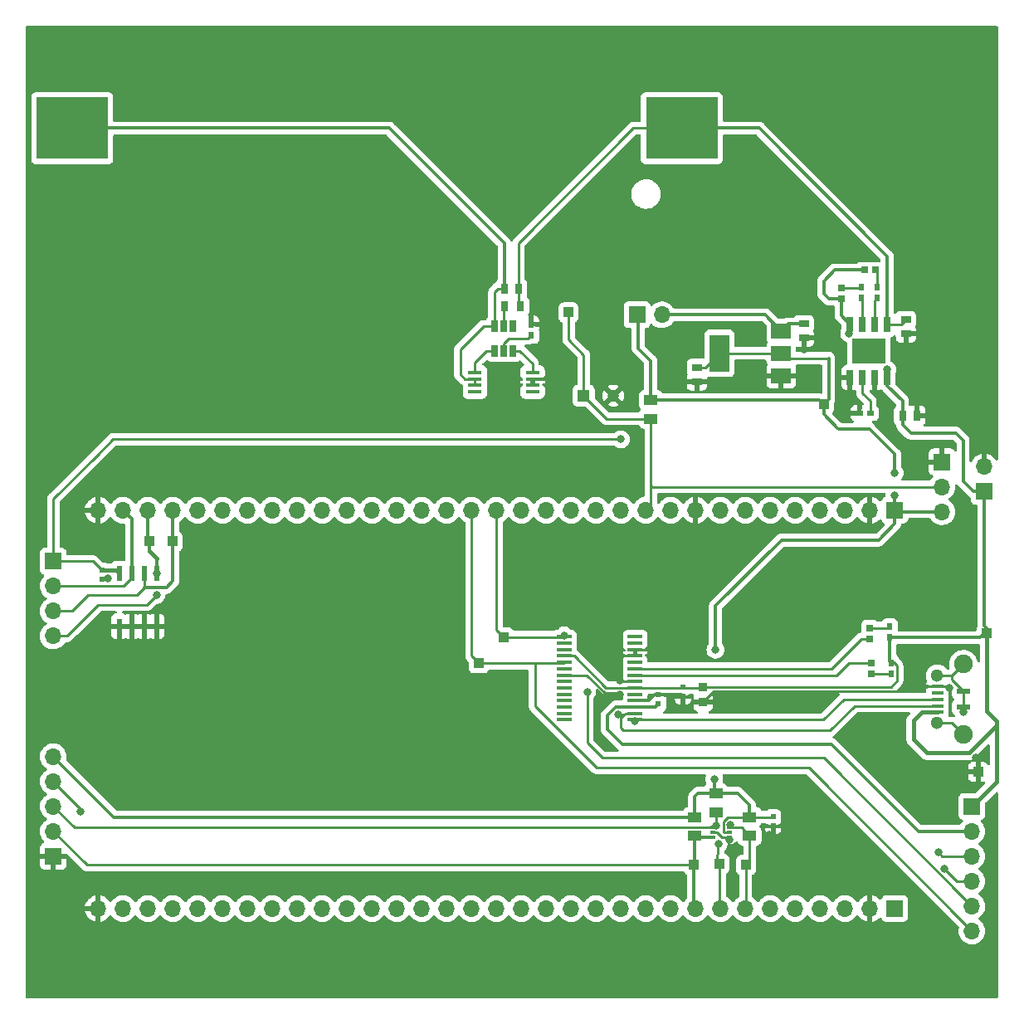
<source format=gbr>
%TF.GenerationSoftware,KiCad,Pcbnew,(6.0.2)*%
%TF.CreationDate,2022-03-20T22:54:28+02:00*%
%TF.ProjectId,main,6d61696e-2e6b-4696-9361-645f70636258,rev?*%
%TF.SameCoordinates,Original*%
%TF.FileFunction,Copper,L1,Top*%
%TF.FilePolarity,Positive*%
%FSLAX46Y46*%
G04 Gerber Fmt 4.6, Leading zero omitted, Abs format (unit mm)*
G04 Created by KiCad (PCBNEW (6.0.2)) date 2022-03-20 22:54:28*
%MOMM*%
%LPD*%
G01*
G04 APERTURE LIST*
%TA.AperFunction,ComponentPad*%
%ADD10O,1.700000X1.700000*%
%TD*%
%TA.AperFunction,ComponentPad*%
%ADD11R,1.700000X1.700000*%
%TD*%
%TA.AperFunction,SMDPad,CuDef*%
%ADD12R,7.340000X6.350000*%
%TD*%
%TA.AperFunction,SMDPad,CuDef*%
%ADD13R,0.600000X0.750000*%
%TD*%
%TA.AperFunction,SMDPad,CuDef*%
%ADD14R,0.650000X0.700000*%
%TD*%
%TA.AperFunction,SMDPad,CuDef*%
%ADD15R,3.402000X2.513000*%
%TD*%
%TA.AperFunction,SMDPad,CuDef*%
%ADD16R,0.700000X1.525000*%
%TD*%
%TA.AperFunction,SMDPad,CuDef*%
%ADD17R,1.000000X1.000000*%
%TD*%
%TA.AperFunction,SMDPad,CuDef*%
%ADD18R,0.620000X0.600000*%
%TD*%
%TA.AperFunction,SMDPad,CuDef*%
%ADD19R,1.400000X1.000000*%
%TD*%
%TA.AperFunction,SMDPad,CuDef*%
%ADD20R,0.790000X1.020000*%
%TD*%
%TA.AperFunction,SMDPad,CuDef*%
%ADD21R,0.750000X0.600000*%
%TD*%
%TA.AperFunction,SMDPad,CuDef*%
%ADD22R,0.700000X0.650000*%
%TD*%
%TA.AperFunction,SMDPad,CuDef*%
%ADD23R,0.800000X1.000000*%
%TD*%
%TA.AperFunction,SMDPad,CuDef*%
%ADD24R,0.475000X0.300000*%
%TD*%
%TA.AperFunction,SMDPad,CuDef*%
%ADD25R,2.000000X1.500000*%
%TD*%
%TA.AperFunction,SMDPad,CuDef*%
%ADD26R,2.000000X3.800000*%
%TD*%
%TA.AperFunction,SMDPad,CuDef*%
%ADD27R,1.020000X0.790000*%
%TD*%
%TA.AperFunction,SMDPad,CuDef*%
%ADD28R,0.650000X1.200000*%
%TD*%
%TA.AperFunction,SMDPad,CuDef*%
%ADD29R,1.350000X0.600000*%
%TD*%
%TA.AperFunction,ComponentPad*%
%ADD30C,1.900000*%
%TD*%
%TA.AperFunction,ComponentPad*%
%ADD31C,1.300000*%
%TD*%
%TA.AperFunction,SMDPad,CuDef*%
%ADD32R,1.250000X0.400000*%
%TD*%
%TA.AperFunction,SMDPad,CuDef*%
%ADD33R,0.600000X1.550000*%
%TD*%
%TA.AperFunction,SMDPad,CuDef*%
%ADD34R,0.600000X1.600000*%
%TD*%
%TA.AperFunction,ComponentPad*%
%ADD35C,1.200000*%
%TD*%
%TA.AperFunction,ComponentPad*%
%ADD36R,1.200000X1.200000*%
%TD*%
%TA.AperFunction,SMDPad,CuDef*%
%ADD37R,1.475000X0.450000*%
%TD*%
%TA.AperFunction,SMDPad,CuDef*%
%ADD38R,0.930000X0.870000*%
%TD*%
%TA.AperFunction,SMDPad,CuDef*%
%ADD39R,1.500000X0.400000*%
%TD*%
%TA.AperFunction,ViaPad*%
%ADD40C,0.800000*%
%TD*%
%TA.AperFunction,Conductor*%
%ADD41C,0.300000*%
%TD*%
%TA.AperFunction,Conductor*%
%ADD42C,0.250000*%
%TD*%
%TA.AperFunction,Conductor*%
%ADD43C,0.400000*%
%TD*%
G04 APERTURE END LIST*
D10*
%TO.P,J6,2,Pin_2*%
%TO.N,/Power/VI*%
X149098000Y-82296000D03*
D11*
%TO.P,J6,1,Pin_1*%
%TO.N,V_out*%
X146558000Y-82296000D03*
%TD*%
D12*
%TO.P,U2,2,-*%
%TO.N,Net-(C4-Pad2)*%
X88929000Y-63246000D03*
%TO.P,U2,1,+*%
%TO.N,Net-(C2-Pad2)*%
X151139000Y-63246000D03*
%TD*%
D13*
%TO.P,R4,2*%
%TO.N,Net-(IC1-Pad2)*%
X135763000Y-84370000D03*
%TO.P,R4,1*%
%TO.N,GND*%
X135763000Y-83270000D03*
%TD*%
D14*
%TO.P,D4,2,A*%
%TO.N,Net-(D4-Pad2)*%
X170434000Y-118914000D03*
%TO.P,D4,1,K*%
%TO.N,Net-(D4-Pad1)*%
X170434000Y-117814000D03*
%TD*%
D15*
%TO.P,J4,9,EP*%
%TO.N,unconnected-(J4-Pad9)*%
X170180000Y-85979000D03*
D16*
%TO.P,J4,8,CE*%
%TO.N,VCC*%
X168275000Y-83267000D03*
%TO.P,J4,7,~{CHRG}*%
%TO.N,Net-(J4-Pad7)*%
X169545000Y-83267000D03*
%TO.P,J4,6,~{STDBY}*%
%TO.N,Net-(J4-Pad6)*%
X170815000Y-83267000D03*
%TO.P,J4,5,BAT*%
%TO.N,Net-(C2-Pad2)*%
X172085000Y-83267000D03*
%TO.P,J4,4,VCC4*%
%TO.N,VCC*%
X172085000Y-88691000D03*
%TO.P,J4,3,GND_3*%
%TO.N,GND*%
X170815000Y-88691000D03*
%TO.P,J4,2,PROG2*%
%TO.N,Net-(J4-Pad2)*%
X169545000Y-88691000D03*
%TO.P,J4,1,TEMP1*%
%TO.N,GND*%
X168275000Y-88691000D03*
%TD*%
D17*
%TO.P,TP9,1,1*%
%TO.N,TXD*%
X132969000Y-115189000D03*
%TD*%
D18*
%TO.P,C10,2*%
%TO.N,GND*%
X91948000Y-109299000D03*
%TO.P,C10,1*%
%TO.N,V_out*%
X91948000Y-108379000D03*
%TD*%
D11*
%TO.P,J5,1,Pin_1*%
%TO.N,VCC*%
X181991000Y-100335000D03*
D10*
%TO.P,J5,2,Pin_2*%
%TO.N,GND*%
X181991000Y-97795000D03*
%TD*%
D14*
%TO.P,D5,2,A*%
%TO.N,Net-(D5-Pad2)*%
X170307000Y-114258000D03*
%TO.P,D5,1,K*%
%TO.N,Net-(D5-Pad1)*%
X170307000Y-115358000D03*
%TD*%
D17*
%TO.P,TP11,1,1*%
%TO.N,SDA2*%
X96774000Y-105410000D03*
%TD*%
D19*
%TO.P,R6,1*%
%TO.N,V_out*%
X158039000Y-133543000D03*
%TO.P,R6,2*%
%TO.N,SDA1*%
X158039000Y-135443000D03*
%TD*%
D20*
%TO.P,C1,2*%
%TO.N,VCC*%
X173651000Y-92583000D03*
%TO.P,C1,1*%
%TO.N,GND*%
X175091000Y-92583000D03*
%TD*%
D17*
%TO.P,TP5,1,1*%
%TO.N,Alert*%
X152324000Y-138430000D03*
%TD*%
D21*
%TO.P,R3,2*%
%TO.N,GND*%
X169249000Y-92329000D03*
%TO.P,R3,1*%
%TO.N,Net-(J4-Pad2)*%
X170349000Y-92329000D03*
%TD*%
D13*
%TO.P,R1,2*%
%TO.N,Net-(J4-Pad6)*%
X171069000Y-80560000D03*
%TO.P,R1,1*%
%TO.N,Net-(D1-Pad1)*%
X171069000Y-79460000D03*
%TD*%
%TO.P,R2,2*%
%TO.N,Net-(J4-Pad7)*%
X169418000Y-80560000D03*
%TO.P,R2,1*%
%TO.N,Net-(D2-Pad1)*%
X169418000Y-79460000D03*
%TD*%
D14*
%TO.P,D2,2,A*%
%TO.N,VCC*%
X167386000Y-80687000D03*
%TO.P,D2,1,K*%
%TO.N,Net-(D2-Pad1)*%
X167386000Y-79587000D03*
%TD*%
D22*
%TO.P,D1,2,A*%
%TO.N,VCC*%
X169757000Y-77724000D03*
%TO.P,D1,1,K*%
%TO.N,Net-(D1-Pad1)*%
X170857000Y-77724000D03*
%TD*%
D23*
%TO.P,R5,1*%
%TO.N,Net-(IC1-Pad5)*%
X133058000Y-81407000D03*
%TO.P,R5,2*%
%TO.N,Net-(C2-Pad2)*%
X134658000Y-81407000D03*
%TD*%
D13*
%TO.P,R12,2*%
%TO.N,Net-(D5-Pad2)*%
X172339000Y-114131000D03*
%TO.P,R12,1*%
%TO.N,VCC*%
X172339000Y-115231000D03*
%TD*%
D10*
%TO.P,J1,33,Pin_33*%
%TO.N,GND*%
X91567000Y-102235000D03*
%TO.P,J1,32,Pin_32*%
%TO.N,Write1*%
X94107000Y-102235000D03*
%TO.P,J1,31,Pin_31*%
%TO.N,SDA2*%
X96647000Y-102235000D03*
%TO.P,J1,30,Pin_30*%
%TO.N,SCL2*%
X99187000Y-102235000D03*
%TO.P,J1,29,Pin_29*%
%TO.N,/PB2*%
X101727000Y-102235000D03*
%TO.P,J1,28,Pin_28*%
%TO.N,/PB1*%
X104267000Y-102235000D03*
%TO.P,J1,27,Pin_27*%
%TO.N,/PB0*%
X106807000Y-102235000D03*
%TO.P,J1,26,Pin_26*%
%TO.N,/PC5*%
X109347000Y-102235000D03*
%TO.P,J1,25,Pin_25*%
%TO.N,/PC4*%
X111887000Y-102235000D03*
%TO.P,J1,24,Pin_24*%
%TO.N,/PA7*%
X114427000Y-102235000D03*
%TO.P,J1,23,Pin_23*%
%TO.N,/PA6*%
X116967000Y-102235000D03*
%TO.P,J1,22,Pin_22*%
%TO.N,/PA5*%
X119507000Y-102235000D03*
%TO.P,J1,21,Pin_21*%
%TO.N,/PA4*%
X122047000Y-102235000D03*
%TO.P,J1,20,Pin_20*%
%TO.N,/PF5*%
X124587000Y-102235000D03*
%TO.P,J1,19,Pin_19*%
%TO.N,/PF4*%
X127127000Y-102235000D03*
%TO.P,J1,18,Pin_18*%
%TO.N,RXD*%
X129667000Y-102235000D03*
%TO.P,J1,17,Pin_17*%
%TO.N,TXD*%
X132207000Y-102235000D03*
%TO.P,J1,16,Pin_16*%
%TO.N,/PA1*%
X134747000Y-102235000D03*
%TO.P,J1,15,Pin_15*%
%TO.N,/PA0*%
X137287000Y-102235000D03*
%TO.P,J1,14,Pin_14*%
%TO.N,/PC3*%
X139827000Y-102235000D03*
%TO.P,J1,13,Pin_13*%
%TO.N,/PC2*%
X142367000Y-102235000D03*
%TO.P,J1,12,Pin_12*%
%TO.N,/PC1*%
X144907000Y-102235000D03*
%TO.P,J1,11,Pin_11*%
%TO.N,ADC1*%
X147447000Y-102235000D03*
%TO.P,J1,10,Pin_10*%
%TO.N,/NRST*%
X149987000Y-102235000D03*
%TO.P,J1,9,Pin_9*%
%TO.N,GND*%
X152527000Y-102235000D03*
%TO.P,J1,8,Pin_8*%
%TO.N,/PF1*%
X155067000Y-102235000D03*
%TO.P,J1,7,Pin_7*%
%TO.N,/PF0*%
X157607000Y-102235000D03*
%TO.P,J1,6,Pin_6*%
%TO.N,/PC15*%
X160147000Y-102235000D03*
%TO.P,J1,5,Pin_5*%
%TO.N,/PC14*%
X162687000Y-102235000D03*
%TO.P,J1,4,Pin_4*%
%TO.N,/PC13*%
X165227000Y-102235000D03*
%TO.P,J1,3,Pin_3*%
%TO.N,/VBAT*%
X167767000Y-102235000D03*
%TO.P,J1,2,Pin_2*%
%TO.N,GND*%
X170307000Y-102235000D03*
D11*
%TO.P,J1,1,Pin_1*%
%TO.N,V_out*%
X172847000Y-102235000D03*
%TD*%
D18*
%TO.P,C7,2*%
%TO.N,GND*%
X148717000Y-121079000D03*
%TO.P,C7,1*%
%TO.N,3V3*%
X148717000Y-121999000D03*
%TD*%
D24*
%TO.P,IC2,1,SCL*%
%TO.N,SCL1*%
X154280000Y-134628000D03*
%TO.P,IC2,2,GND*%
%TO.N,GND*%
X154280000Y-135128000D03*
%TO.P,IC2,3,ALERT*%
%TO.N,Alert*%
X154280000Y-135628000D03*
%TO.P,IC2,4,ADD0*%
%TO.N,GND*%
X155956000Y-135628000D03*
%TO.P,IC2,5,V+*%
%TO.N,V_out*%
X155956000Y-135128000D03*
%TO.P,IC2,6,SDA*%
%TO.N,SDA1*%
X155956000Y-134628000D03*
%TD*%
D17*
%TO.P,TP10,1,1*%
%TO.N,SCL2*%
X99187000Y-105410000D03*
%TD*%
D10*
%TO.P,J10,4,Pin_4*%
%TO.N,SDA2*%
X86995000Y-115062000D03*
%TO.P,J10,3,Pin_3*%
%TO.N,SCL2*%
X86995000Y-112522000D03*
%TO.P,J10,2,Pin_2*%
%TO.N,Write1*%
X86995000Y-109982000D03*
D11*
%TO.P,J10,1,Pin_1*%
%TO.N,V_out*%
X86995000Y-107442000D03*
%TD*%
D17*
%TO.P,TP6,1,1*%
%TO.N,SCL1*%
X154991000Y-138303000D03*
%TD*%
D25*
%TO.P,U1,3,VI*%
%TO.N,/Power/VI*%
X161265000Y-83933000D03*
D26*
%TO.P,U1,2,VO*%
%TO.N,V_out*%
X154965000Y-86233000D03*
D25*
X161265000Y-86233000D03*
%TO.P,U1,1,GND*%
%TO.N,GND*%
X161265000Y-88533000D03*
%TD*%
D27*
%TO.P,C5,2*%
%TO.N,GND*%
X152654000Y-89112000D03*
%TO.P,C5,1*%
%TO.N,V_out*%
X152654000Y-87672000D03*
%TD*%
D13*
%TO.P,R11,2*%
%TO.N,Net-(D4-Pad2)*%
X172466000Y-118914000D03*
%TO.P,R11,1*%
%TO.N,VCC*%
X172466000Y-117814000D03*
%TD*%
D19*
%TO.P,R9,2*%
%TO.N,ADC1*%
X147955000Y-92898000D03*
%TO.P,R9,1*%
%TO.N,V_out*%
X147955000Y-90998000D03*
%TD*%
D11*
%TO.P,J7,1,Pin_1*%
%TO.N,GND*%
X177673000Y-97297000D03*
D10*
%TO.P,J7,2,Pin_2*%
%TO.N,ADC1*%
X177673000Y-99837000D03*
%TO.P,J7,3,Pin_3*%
%TO.N,V_out*%
X177673000Y-102377000D03*
%TD*%
D17*
%TO.P,TP7,1,1*%
%TO.N,ADC1*%
X139573000Y-82042000D03*
%TD*%
D28*
%TO.P,IC1,6,GND*%
%TO.N,Net-(C4-Pad2)*%
X132019000Y-83459000D03*
%TO.P,IC1,5,VCC*%
%TO.N,Net-(IC1-Pad5)*%
X132969000Y-83459000D03*
%TO.P,IC1,4,TD*%
%TO.N,unconnected-(IC1-Pad4)*%
X133919000Y-83459000D03*
%TO.P,IC1,3,OC*%
%TO.N,/Power/OC*%
X133919000Y-85959000D03*
%TO.P,IC1,2,CS*%
%TO.N,Net-(IC1-Pad2)*%
X132969000Y-85959000D03*
%TO.P,IC1,1,OD*%
%TO.N,/Power/OD*%
X132019000Y-85959000D03*
%TD*%
D18*
%TO.P,C6,1*%
%TO.N,GND*%
X160452000Y-134445000D03*
%TO.P,C6,2*%
%TO.N,V_out*%
X160452000Y-133525000D03*
%TD*%
D29*
%TO.P,J3,MP2,MP2*%
%TO.N,Net-(J3-PadMH1)*%
X179866000Y-120739000D03*
%TO.P,J3,MP1,MP1*%
X179866000Y-122339000D03*
D30*
%TO.P,J3,MH4,MH4*%
X179861000Y-117939000D03*
%TO.P,J3,MH3,MH3*%
X179861000Y-125139000D03*
D31*
%TO.P,J3,MH2,MH2*%
X177191000Y-119114000D03*
%TO.P,J3,MH1,MH1*%
X177191000Y-123964000D03*
D32*
%TO.P,J3,5,5*%
%TO.N,GND*%
X177216000Y-120239000D03*
%TO.P,J3,4,4*%
%TO.N,unconnected-(J3-Pad4)*%
X177216000Y-120889000D03*
%TO.P,J3,3,3*%
%TO.N,USB+*%
X177216000Y-121539000D03*
%TO.P,J3,2,2*%
%TO.N,USB-*%
X177216000Y-122189000D03*
%TO.P,J3,1,1*%
%TO.N,VCC*%
X177216000Y-122839000D03*
%TD*%
D10*
%TO.P,J8,5,Pin_5*%
%TO.N,V_out*%
X86995000Y-127376000D03*
%TO.P,J8,4,Pin_4*%
%TO.N,SDA1*%
X86995000Y-129916000D03*
%TO.P,J8,3,Pin_3*%
%TO.N,SCL1*%
X86995000Y-132456000D03*
%TO.P,J8,2,Pin_2*%
%TO.N,Alert*%
X86995000Y-134996000D03*
D11*
%TO.P,J8,1,Pin_1*%
%TO.N,GND*%
X86995000Y-137536000D03*
%TD*%
D17*
%TO.P,TP1,1,1*%
%TO.N,GND*%
X181356000Y-128905000D03*
%TD*%
D20*
%TO.P,C4,2*%
%TO.N,Net-(C4-Pad2)*%
X133011000Y-79629000D03*
%TO.P,C4,1*%
%TO.N,Net-(C2-Pad2)*%
X134451000Y-79629000D03*
%TD*%
D17*
%TO.P,TP4,1,1*%
%TO.N,SDA1*%
X157658000Y-138430000D03*
%TD*%
D33*
%TO.P,U4,8,VCC*%
%TO.N,V_out*%
X93726000Y-108679000D03*
%TO.P,U4,7,~{WC}*%
%TO.N,Write1*%
X94996000Y-108679000D03*
%TO.P,U4,6,SCL*%
%TO.N,SCL2*%
X96266000Y-108679000D03*
%TO.P,U4,5,SDA*%
%TO.N,SDA2*%
X97536000Y-108679000D03*
%TO.P,U4,4,VSS*%
%TO.N,GND*%
X97536000Y-114079000D03*
%TO.P,U4,3,E2*%
X96266000Y-114079000D03*
%TO.P,U4,2,E1*%
X94996000Y-114079000D03*
D34*
%TO.P,U4,1,E0*%
X93726000Y-114079000D03*
%TD*%
D27*
%TO.P,C3,2*%
%TO.N,GND*%
X163576000Y-84667000D03*
%TO.P,C3,1*%
%TO.N,/Power/VI*%
X163576000Y-83227000D03*
%TD*%
D10*
%TO.P,J9,6,Pin_6*%
%TO.N,RXD*%
X180721000Y-145161000D03*
%TO.P,J9,5,Pin_5*%
%TO.N,TXD*%
X180721000Y-142621000D03*
%TO.P,J9,4,Pin_4*%
%TO.N,USB-*%
X180721000Y-140081000D03*
%TO.P,J9,3,Pin_3*%
%TO.N,USB+*%
X180721000Y-137541000D03*
%TO.P,J9,2,Pin_2*%
%TO.N,3V3*%
X180721000Y-135001000D03*
D11*
%TO.P,J9,1,Pin_1*%
%TO.N,VCC*%
X180721000Y-132461000D03*
%TD*%
D10*
%TO.P,J2,33,Pin_33*%
%TO.N,GND*%
X91567000Y-142875000D03*
%TO.P,J2,32,Pin_32*%
%TO.N,/PB13*%
X94107000Y-142875000D03*
%TO.P,J2,31,Pin_31*%
%TO.N,/PB14*%
X96647000Y-142875000D03*
%TO.P,J2,30,Pin_30*%
%TO.N,/PB15*%
X99187000Y-142875000D03*
%TO.P,J2,29,Pin_29*%
%TO.N,/PC6*%
X101727000Y-142875000D03*
%TO.P,J2,28,Pin_28*%
%TO.N,/PC7*%
X104267000Y-142875000D03*
%TO.P,J2,27,Pin_27*%
%TO.N,/PC8*%
X106807000Y-142875000D03*
%TO.P,J2,26,Pin_26*%
%TO.N,/PC9*%
X109347000Y-142875000D03*
%TO.P,J2,25,Pin_25*%
%TO.N,/PA8*%
X111887000Y-142875000D03*
%TO.P,J2,24,Pin_24*%
%TO.N,/PA9*%
X114427000Y-142875000D03*
%TO.P,J2,23,Pin_23*%
%TO.N,/PA10*%
X116967000Y-142875000D03*
%TO.P,J2,22,Pin_22*%
%TO.N,/PA11*%
X119507000Y-142875000D03*
%TO.P,J2,21,Pin_21*%
%TO.N,/PA12*%
X122047000Y-142875000D03*
%TO.P,J2,20,Pin_20*%
%TO.N,/PA13*%
X124587000Y-142875000D03*
%TO.P,J2,19,Pin_19*%
%TO.N,/PF6*%
X127127000Y-142875000D03*
%TO.P,J2,18,Pin_18*%
%TO.N,/PF7*%
X129667000Y-142875000D03*
%TO.P,J2,17,Pin_17*%
%TO.N,/PA14*%
X132207000Y-142875000D03*
%TO.P,J2,16,Pin_16*%
%TO.N,/PA15*%
X134747000Y-142875000D03*
%TO.P,J2,15,Pin_15*%
%TO.N,/PC10*%
X137287000Y-142875000D03*
%TO.P,J2,14,Pin_14*%
%TO.N,/PC11*%
X139827000Y-142875000D03*
%TO.P,J2,13,Pin_13*%
%TO.N,/PC12*%
X142367000Y-142875000D03*
%TO.P,J2,12,Pin_12*%
%TO.N,/PD2*%
X144907000Y-142875000D03*
%TO.P,J2,11,Pin_11*%
%TO.N,/PB3*%
X147447000Y-142875000D03*
%TO.P,J2,10,Pin_10*%
%TO.N,/PB4*%
X149987000Y-142875000D03*
%TO.P,J2,9,Pin_9*%
%TO.N,Alert*%
X152527000Y-142875000D03*
%TO.P,J2,8,Pin_8*%
%TO.N,SCL1*%
X155067000Y-142875000D03*
%TO.P,J2,7,Pin_7*%
%TO.N,SDA1*%
X157607000Y-142875000D03*
%TO.P,J2,6,Pin_6*%
%TO.N,/BOOT*%
X160147000Y-142875000D03*
%TO.P,J2,5,Pin_5*%
%TO.N,VDD*%
X162687000Y-142875000D03*
%TO.P,J2,4,Pin_4*%
%TO.N,/PB8*%
X165227000Y-142875000D03*
%TO.P,J2,3,Pin_3*%
%TO.N,/PB9*%
X167767000Y-142875000D03*
%TO.P,J2,2,Pin_2*%
%TO.N,GND*%
X170307000Y-142875000D03*
D11*
%TO.P,J2,1,Pin_1*%
%TO.N,+5V*%
X172847000Y-142875000D03*
%TD*%
D17*
%TO.P,TP2,1,1*%
%TO.N,VCC*%
X182245000Y-114808000D03*
%TD*%
%TO.P,TP8,1,1*%
%TO.N,RXD*%
X130429000Y-117856000D03*
%TD*%
D19*
%TO.P,R8,1*%
%TO.N,V_out*%
X154610000Y-131130000D03*
%TO.P,R8,2*%
%TO.N,SCL1*%
X154610000Y-133030000D03*
%TD*%
D35*
%TO.P,R10,2*%
%TO.N,GND*%
X144121000Y-90551000D03*
D36*
%TO.P,R10,1*%
%TO.N,ADC1*%
X141121000Y-90551000D03*
%TD*%
D37*
%TO.P,Q1,1,D12_1*%
%TO.N,unconnected-(Q1-Pad1)*%
X135907000Y-90129000D03*
%TO.P,Q1,2,S1_1*%
%TO.N,GND*%
X135907000Y-89479000D03*
%TO.P,Q1,3,S1_2*%
X135907000Y-88829000D03*
%TO.P,Q1,4,G1*%
%TO.N,/Power/OC*%
X135907000Y-88179000D03*
%TO.P,Q1,5,G2*%
%TO.N,/Power/OD*%
X130031000Y-88179000D03*
%TO.P,Q1,6,S2_1*%
%TO.N,Net-(C4-Pad2)*%
X130031000Y-88829000D03*
%TO.P,Q1,7,S2_2*%
X130031000Y-89479000D03*
%TO.P,Q1,8,D12_2*%
%TO.N,unconnected-(Q1-Pad8)*%
X130031000Y-90129000D03*
%TD*%
D38*
%TO.P,C8,2*%
%TO.N,GND*%
X153289000Y-121811000D03*
%TO.P,C8,1*%
%TO.N,VCC*%
X153289000Y-120251000D03*
%TD*%
D18*
%TO.P,C9,2*%
%TO.N,GND*%
X151257000Y-121237000D03*
%TO.P,C9,1*%
%TO.N,VCC*%
X151257000Y-120317000D03*
%TD*%
D17*
%TO.P,TP3,1,1*%
%TO.N,V_out*%
X165608000Y-91440000D03*
%TD*%
D19*
%TO.P,R7,2*%
%TO.N,Alert*%
X152451000Y-135443000D03*
%TO.P,R7,1*%
%TO.N,V_out*%
X152451000Y-133543000D03*
%TD*%
D39*
%TO.P,U3,28,OSCO*%
%TO.N,unconnected-(U3-Pad28)*%
X146373000Y-115155000D03*
%TO.P,U3,27,OSCI*%
%TO.N,unconnected-(U3-Pad27)*%
X146373000Y-115805000D03*
%TO.P,U3,26,TEST*%
%TO.N,GND*%
X146373000Y-116455000D03*
%TO.P,U3,25,AGND*%
X146373000Y-117105000D03*
%TO.P,U3,24*%
%TO.N,N/C*%
X146373000Y-117755000D03*
%TO.P,U3,23,CBUS0*%
%TO.N,Net-(D5-Pad1)*%
X146373000Y-118405000D03*
%TO.P,U3,22,CBUS1*%
%TO.N,Net-(D4-Pad1)*%
X146373000Y-119055000D03*
%TO.P,U3,21,GND*%
%TO.N,GND*%
X146373000Y-119705000D03*
%TO.P,U3,20,VCC*%
%TO.N,VCC*%
X146373000Y-120355000D03*
%TO.P,U3,19,~{RESET}*%
%TO.N,unconnected-(U3-Pad19)*%
X146373000Y-121005000D03*
%TO.P,U3,18,GND*%
%TO.N,GND*%
X146373000Y-121655000D03*
%TO.P,U3,17,3V3OUT*%
%TO.N,3V3*%
X146373000Y-122305000D03*
%TO.P,U3,16,USBDM*%
%TO.N,USB-*%
X146373000Y-122955000D03*
%TO.P,U3,15,USBDP*%
%TO.N,USB+*%
X146373000Y-123605000D03*
%TO.P,U3,14,CBUS3*%
%TO.N,unconnected-(U3-Pad14)*%
X139123000Y-123605000D03*
%TO.P,U3,13,CBUS2*%
%TO.N,unconnected-(U3-Pad13)*%
X139123000Y-122955000D03*
%TO.P,U3,12,CBUS4*%
%TO.N,unconnected-(U3-Pad12)*%
X139123000Y-122305000D03*
%TO.P,U3,11,~{CTS}*%
%TO.N,unconnected-(U3-Pad11)*%
X139123000Y-121655000D03*
%TO.P,U3,10,~{DCD}*%
%TO.N,unconnected-(U3-Pad10)*%
X139123000Y-121005000D03*
%TO.P,U3,9,~{DSR}*%
%TO.N,unconnected-(U3-Pad9)*%
X139123000Y-120355000D03*
%TO.P,U3,8*%
%TO.N,N/C*%
X139123000Y-119705000D03*
%TO.P,U3,7,GND*%
%TO.N,GND*%
X139123000Y-119055000D03*
%TO.P,U3,6,~{RI}*%
%TO.N,unconnected-(U3-Pad6)*%
X139123000Y-118405000D03*
%TO.P,U3,5,RXD*%
%TO.N,RXD*%
X139123000Y-117755000D03*
%TO.P,U3,4,VCCIO*%
%TO.N,VCC*%
X139123000Y-117105000D03*
%TO.P,U3,3,~{RTS}*%
%TO.N,unconnected-(U3-Pad3)*%
X139123000Y-116455000D03*
%TO.P,U3,2,~{DTR}*%
%TO.N,unconnected-(U3-Pad2)*%
X139123000Y-115805000D03*
%TO.P,U3,1,TXD*%
%TO.N,TXD*%
X139123000Y-115155000D03*
%TD*%
D27*
%TO.P,C2,2*%
%TO.N,Net-(C2-Pad2)*%
X173990000Y-82804000D03*
%TO.P,C2,1*%
%TO.N,GND*%
X173990000Y-84244000D03*
%TD*%
D40*
%TO.N,V_out*%
X172847000Y-100711000D03*
%TO.N,SDA1*%
X89789000Y-132969000D03*
%TO.N,GND*%
X178435000Y-120396000D03*
X163576000Y-85852000D03*
X163576000Y-88519000D03*
X155956000Y-135877502D03*
X144851000Y-119630500D03*
X144780000Y-121079500D03*
X181102000Y-127508000D03*
%TO.N,USB+*%
X177300598Y-137151402D03*
%TO.N,USB-*%
X144674977Y-123084977D03*
X177931299Y-138806701D03*
%TO.N,USB+*%
X146373000Y-123754502D03*
%TO.N,TXD*%
X139123000Y-115005498D03*
X141478000Y-120777000D03*
%TO.N,V_out*%
X144907000Y-94996000D03*
X147955000Y-90998000D03*
%TO.N,GND*%
X92329000Y-113665000D03*
X92532945Y-109211736D03*
%TO.N,SCL1*%
X154875939Y-136282801D03*
X154630600Y-134389264D03*
%TO.N,SDA1*%
X156096500Y-134378498D03*
%TO.N,GND*%
X160020000Y-135382000D03*
%TO.N,SDA2*%
X97536000Y-110871000D03*
X97536000Y-108679000D03*
%TO.N,V_out*%
X154432000Y-129667000D03*
X154559000Y-116459000D03*
X172847000Y-98425000D03*
%TO.N,Net-(J3-PadMH1)*%
X179832000Y-122821500D03*
%TO.N,VCC*%
X168203631Y-84189984D03*
X172085000Y-87884000D03*
%TD*%
D41*
%TO.N,V_out*%
X172847000Y-102235000D02*
X172847000Y-100711000D01*
D42*
%TO.N,Net-(J3-PadMH1)*%
X179861000Y-125139000D02*
X178686000Y-123964000D01*
%TO.N,SDA1*%
X89789000Y-132969000D02*
X89789000Y-132710000D01*
X89789000Y-132710000D02*
X86995000Y-129916000D01*
%TO.N,VCC*%
X140123000Y-117105000D02*
X139123000Y-117105000D01*
X146373000Y-120355000D02*
X143373000Y-120355000D01*
X143373000Y-120355000D02*
X140123000Y-117105000D01*
%TO.N,GND*%
X178435000Y-120396000D02*
X178278000Y-120239000D01*
X178278000Y-120239000D02*
X177216000Y-120239000D01*
D41*
X163576000Y-85852000D02*
X163576000Y-84667000D01*
X163562000Y-88533000D02*
X163576000Y-88519000D01*
X161265000Y-88533000D02*
X163562000Y-88533000D01*
D42*
%TO.N,V_out*%
X161773000Y-86741000D02*
X166113000Y-86741000D01*
X161265000Y-86233000D02*
X161773000Y-86741000D01*
D43*
%TO.N,VCC*%
X180467000Y-127000000D02*
X183261000Y-124206000D01*
X176149000Y-127000000D02*
X180467000Y-127000000D01*
X174752000Y-125603000D02*
X176149000Y-127000000D01*
X174752000Y-123698000D02*
X174752000Y-125603000D01*
X175611000Y-122839000D02*
X174752000Y-123698000D01*
X177216000Y-122839000D02*
X175611000Y-122839000D01*
X183261000Y-124206000D02*
X183261000Y-123776978D01*
X183261000Y-129921000D02*
X183261000Y-124206000D01*
D41*
%TO.N,V_out*%
X146662000Y-85702000D02*
X146662000Y-82296000D01*
%TO.N,GND*%
X135763000Y-83270000D02*
X136864000Y-83270000D01*
D42*
X144780000Y-120904000D02*
X144780000Y-121079500D01*
X143286282Y-120904000D02*
X144780000Y-120904000D01*
X141437282Y-119055000D02*
X143286282Y-120904000D01*
X139123000Y-119055000D02*
X141437282Y-119055000D01*
X144399000Y-119380000D02*
X144724000Y-119705000D01*
X144399000Y-117348000D02*
X144399000Y-119380000D01*
X144642000Y-117105000D02*
X144399000Y-117348000D01*
X144724000Y-119705000D02*
X146373000Y-119705000D01*
X146373000Y-117105000D02*
X144642000Y-117105000D01*
X146373000Y-116455000D02*
X146373000Y-117105000D01*
X147373000Y-116455000D02*
X146373000Y-116455000D01*
X152527000Y-111301000D02*
X147373000Y-116455000D01*
X152527000Y-102235000D02*
X152527000Y-111301000D01*
D41*
%TO.N,V_out*%
X154559000Y-112014000D02*
X154559000Y-116459000D01*
X161290000Y-105283000D02*
X154559000Y-112014000D01*
X171196000Y-105283000D02*
X161290000Y-105283000D01*
X172847000Y-103632000D02*
X171196000Y-105283000D01*
X172847000Y-102235000D02*
X172847000Y-103632000D01*
D42*
%TO.N,GND*%
X176052000Y-120239000D02*
X177216000Y-120239000D01*
X154399480Y-120700520D02*
X175590480Y-120700520D01*
X153289000Y-121811000D02*
X154399480Y-120700520D01*
X175590480Y-120700520D02*
X176052000Y-120239000D01*
X181356000Y-127762000D02*
X181102000Y-127508000D01*
X181356000Y-128905000D02*
X181356000Y-127762000D01*
D43*
%TO.N,VCC*%
X183261000Y-123776978D02*
X182205511Y-122721489D01*
X180721000Y-132461000D02*
X183261000Y-129921000D01*
D41*
X182205511Y-122721489D02*
X182245000Y-122682000D01*
D42*
%TO.N,USB+*%
X177690196Y-137541000D02*
X177300598Y-137151402D01*
X180721000Y-137541000D02*
X177690196Y-137541000D01*
%TO.N,USB-*%
X144674977Y-123084977D02*
X145298489Y-123084977D01*
X179205598Y-140081000D02*
X177931299Y-138806701D01*
X180721000Y-140081000D02*
X179205598Y-140081000D01*
%TO.N,TXD*%
X143002000Y-127508000D02*
X141478000Y-125984000D01*
X141478000Y-125984000D02*
X141478000Y-120777000D01*
X165608000Y-127508000D02*
X143002000Y-127508000D01*
X180721000Y-142621000D02*
X165608000Y-127508000D01*
%TO.N,RXD*%
X136144000Y-122225022D02*
X142442978Y-128524000D01*
X164084000Y-128524000D02*
X180721000Y-145161000D01*
X136144000Y-117856000D02*
X136144000Y-122225022D01*
X136144000Y-117856000D02*
X130429000Y-117856000D01*
X139022000Y-117856000D02*
X136144000Y-117856000D01*
X142442978Y-128524000D02*
X164084000Y-128524000D01*
D41*
%TO.N,V_out*%
X152451000Y-133543000D02*
X93162000Y-133543000D01*
X93162000Y-133543000D02*
X86995000Y-127376000D01*
%TO.N,GND*%
X151099000Y-121079000D02*
X151257000Y-121237000D01*
X148717000Y-121079000D02*
X151099000Y-121079000D01*
%TO.N,3V3*%
X175260000Y-135001000D02*
X180721000Y-135001000D01*
X166370000Y-126111000D02*
X175260000Y-135001000D01*
X145034000Y-126111000D02*
X166370000Y-126111000D01*
X143510000Y-124587000D02*
X145034000Y-126111000D01*
X143510000Y-123190000D02*
X143510000Y-124587000D01*
X144395000Y-122305000D02*
X143510000Y-123190000D01*
X146373000Y-122305000D02*
X144395000Y-122305000D01*
D43*
%TO.N,VCC*%
X182245000Y-122555000D02*
X182245000Y-115316000D01*
D41*
X182245000Y-122682000D02*
X182245000Y-122555000D01*
D42*
X173090511Y-118099511D02*
X172720000Y-117729000D01*
X173090511Y-119613511D02*
X173090511Y-118099511D01*
X172551000Y-117729000D02*
X172466000Y-117814000D01*
X172453022Y-120251000D02*
X173090511Y-119613511D01*
X172720000Y-117729000D02*
X172551000Y-117729000D01*
X153289000Y-120251000D02*
X172453022Y-120251000D01*
X146373000Y-120355000D02*
X153185000Y-120355000D01*
X153185000Y-120355000D02*
X153289000Y-120251000D01*
%TO.N,V_out*%
X93091000Y-94996000D02*
X144907000Y-94996000D01*
X91440000Y-96647000D02*
X93091000Y-94996000D01*
X86995000Y-107442000D02*
X86995000Y-101092000D01*
X86995000Y-101092000D02*
X91440000Y-96647000D01*
%TO.N,GND*%
X92532945Y-109211736D02*
X92035264Y-109211736D01*
X92743000Y-114079000D02*
X92329000Y-113665000D01*
X92035264Y-109211736D02*
X91948000Y-109299000D01*
X93726000Y-114079000D02*
X92743000Y-114079000D01*
%TO.N,SCL1*%
X154280000Y-134628000D02*
X154391864Y-134628000D01*
X154391864Y-134628000D02*
X154630600Y-134389264D01*
X154630600Y-134389264D02*
X154630600Y-133050600D01*
X154630600Y-133050600D02*
X154610000Y-133030000D01*
X154842011Y-136316729D02*
X154875939Y-136282801D01*
X154842011Y-137308989D02*
X154842011Y-136316729D01*
%TO.N,GND*%
X154686000Y-135128000D02*
X154280000Y-135128000D01*
X155186000Y-135628000D02*
X154686000Y-135128000D01*
X155956000Y-135628000D02*
X155186000Y-135628000D01*
%TO.N,SDA1*%
X155956000Y-134518998D02*
X156096500Y-134378498D01*
X155956000Y-134628000D02*
X155956000Y-134518998D01*
%TO.N,SCL1*%
X89157489Y-134618489D02*
X86995000Y-132456000D01*
X154270489Y-134618489D02*
X89157489Y-134618489D01*
X154280000Y-134628000D02*
X154270489Y-134618489D01*
%TO.N,GND*%
X160452000Y-134950000D02*
X160020000Y-135382000D01*
X160452000Y-134445000D02*
X160452000Y-134950000D01*
%TO.N,USB-*%
X168768000Y-122189000D02*
X177216000Y-122189000D01*
%TO.N,SDA2*%
X96520000Y-111887000D02*
X97536000Y-110871000D01*
X91567000Y-111887000D02*
X96520000Y-111887000D01*
X88392000Y-115062000D02*
X91567000Y-111887000D01*
X86995000Y-115062000D02*
X88392000Y-115062000D01*
D41*
%TO.N,SCL2*%
X99187000Y-109474000D02*
X99187000Y-105410000D01*
X98552000Y-110109000D02*
X99187000Y-109474000D01*
X96266000Y-110109000D02*
X98552000Y-110109000D01*
D42*
X96266000Y-110109000D02*
X96266000Y-108679000D01*
X90551000Y-110871000D02*
X95504000Y-110871000D01*
X88900000Y-112522000D02*
X90551000Y-110871000D01*
X95504000Y-110871000D02*
X96266000Y-110109000D01*
X86995000Y-112522000D02*
X88900000Y-112522000D01*
%TO.N,Write1*%
X94996000Y-109133022D02*
X94996000Y-108679000D01*
X94147022Y-109982000D02*
X94996000Y-109133022D01*
X86995000Y-109982000D02*
X94147022Y-109982000D01*
%TO.N,V_out*%
X91011000Y-107442000D02*
X91948000Y-108379000D01*
X86995000Y-107442000D02*
X91011000Y-107442000D01*
D41*
X154432000Y-130952000D02*
X154610000Y-131130000D01*
X154432000Y-129667000D02*
X154432000Y-130952000D01*
D42*
%TO.N,Net-(D5-Pad1)*%
X169458000Y-115358000D02*
X170307000Y-115358000D01*
X166411000Y-118405000D02*
X169458000Y-115358000D01*
X146373000Y-118405000D02*
X166411000Y-118405000D01*
%TO.N,Net-(D4-Pad1)*%
X168190000Y-117814000D02*
X170434000Y-117814000D01*
X166949000Y-119055000D02*
X168190000Y-117814000D01*
X146373000Y-119055000D02*
X166949000Y-119055000D01*
D41*
%TO.N,V_out*%
X172847000Y-96520000D02*
X172847000Y-98425000D01*
X170307000Y-93980000D02*
X172847000Y-96520000D01*
X167132000Y-93980000D02*
X170307000Y-93980000D01*
X167005000Y-93853000D02*
X167132000Y-93980000D01*
X165608000Y-92456000D02*
X167005000Y-93853000D01*
X165608000Y-91440000D02*
X165608000Y-92456000D01*
D42*
%TO.N,Net-(J3-PadMH1)*%
X177191000Y-123964000D02*
X178686000Y-123964000D01*
X179866000Y-122787500D02*
X179832000Y-122821500D01*
X179866000Y-122339000D02*
X179866000Y-122787500D01*
X179866000Y-120739000D02*
X179866000Y-122339000D01*
X178686000Y-119559000D02*
X179866000Y-120739000D01*
X178686000Y-119114000D02*
X178686000Y-119559000D01*
X178686000Y-119114000D02*
X179861000Y-117939000D01*
X177191000Y-119114000D02*
X178686000Y-119114000D01*
%TO.N,Alert*%
X90429000Y-138430000D02*
X152324000Y-138430000D01*
X86995000Y-134996000D02*
X90429000Y-138430000D01*
D41*
%TO.N,VCC*%
X168203631Y-83338369D02*
X168275000Y-83267000D01*
X168203631Y-84189984D02*
X168203631Y-83338369D01*
X172085000Y-88691000D02*
X172085000Y-87884000D01*
X179832000Y-95123000D02*
X179832000Y-99314000D01*
X179070000Y-94361000D02*
X179832000Y-95123000D01*
X174498000Y-94361000D02*
X179070000Y-94361000D01*
X179832000Y-99314000D02*
X180853000Y-100335000D01*
X180853000Y-100335000D02*
X181991000Y-100335000D01*
X173651000Y-92583000D02*
X173651000Y-93514000D01*
X173651000Y-93514000D02*
X174498000Y-94361000D01*
D42*
%TO.N,ADC1*%
X177673000Y-99837000D02*
X148097000Y-99837000D01*
X147955000Y-99695000D02*
X147955000Y-101727000D01*
X147955000Y-92898000D02*
X147955000Y-99695000D01*
X148097000Y-99837000D02*
X147955000Y-99695000D01*
X147955000Y-101727000D02*
X147447000Y-102235000D01*
%TO.N,Net-(IC1-Pad5)*%
X132969000Y-81496000D02*
X133058000Y-81407000D01*
X132969000Y-83459000D02*
X132969000Y-81496000D01*
%TO.N,Net-(IC1-Pad2)*%
X133477000Y-84709000D02*
X135424000Y-84709000D01*
X132969000Y-85217000D02*
X133477000Y-84709000D01*
X132969000Y-85959000D02*
X132969000Y-85217000D01*
X135424000Y-84709000D02*
X135763000Y-84370000D01*
%TO.N,Net-(C4-Pad2)*%
X128961000Y-88829000D02*
X130031000Y-88829000D01*
X128524000Y-88392000D02*
X128961000Y-88829000D01*
X130917000Y-83459000D02*
X128524000Y-85852000D01*
X128524000Y-85852000D02*
X128524000Y-88392000D01*
X132019000Y-83459000D02*
X130917000Y-83459000D01*
X132019000Y-79944000D02*
X132334000Y-79629000D01*
X132019000Y-83459000D02*
X132019000Y-79944000D01*
X132334000Y-79629000D02*
X133011000Y-79629000D01*
D41*
%TO.N,GND*%
X137541000Y-88392000D02*
X137104000Y-88829000D01*
X137541000Y-83947000D02*
X137541000Y-88392000D01*
X136864000Y-83270000D02*
X137541000Y-83947000D01*
X137104000Y-88829000D02*
X135907000Y-88829000D01*
%TO.N,/Power/VI*%
X159628000Y-82296000D02*
X161265000Y-83933000D01*
X149202000Y-82296000D02*
X159628000Y-82296000D01*
D42*
%TO.N,V_out*%
X161265000Y-86233000D02*
X154965000Y-86233000D01*
D41*
%TO.N,/Power/VI*%
X161971000Y-83227000D02*
X161265000Y-83933000D01*
X163576000Y-83227000D02*
X161971000Y-83227000D01*
%TO.N,V_out*%
X166113000Y-90935000D02*
X165608000Y-91440000D01*
X166113000Y-86741000D02*
X166113000Y-90935000D01*
X165166000Y-90998000D02*
X165608000Y-91440000D01*
X147955000Y-90998000D02*
X165166000Y-90998000D01*
%TO.N,Net-(C4-Pad2)*%
X133011000Y-74972000D02*
X133011000Y-79629000D01*
X121285000Y-63246000D02*
X133011000Y-74972000D01*
X88929000Y-63246000D02*
X121285000Y-63246000D01*
D42*
%TO.N,Net-(C2-Pad2)*%
X134451000Y-79629000D02*
X134451000Y-81200000D01*
X134451000Y-81200000D02*
X134658000Y-81407000D01*
X146177000Y-63246000D02*
X134451000Y-74972000D01*
X151139000Y-63246000D02*
X146177000Y-63246000D01*
X134451000Y-74972000D02*
X134451000Y-79629000D01*
%TO.N,Net-(C4-Pad2)*%
X130031000Y-89479000D02*
X130031000Y-88829000D01*
%TO.N,/Power/OD*%
X131211000Y-85959000D02*
X132019000Y-85959000D01*
X130031000Y-87139000D02*
X131211000Y-85959000D01*
X130031000Y-88179000D02*
X130031000Y-87139000D01*
%TO.N,/Power/OC*%
X135907000Y-87266000D02*
X135907000Y-88179000D01*
X134600000Y-85959000D02*
X135907000Y-87266000D01*
X133919000Y-85959000D02*
X134600000Y-85959000D01*
%TO.N,ADC1*%
X141121000Y-86384000D02*
X141121000Y-90551000D01*
X139573000Y-84836000D02*
X141121000Y-86384000D01*
X139573000Y-82042000D02*
X139573000Y-84836000D01*
X143468000Y-92898000D02*
X141121000Y-90551000D01*
X147955000Y-92898000D02*
X143468000Y-92898000D01*
%TO.N,V_out*%
X153526000Y-87672000D02*
X154965000Y-86233000D01*
X152654000Y-87672000D02*
X153526000Y-87672000D01*
%TO.N,Net-(J4-Pad2)*%
X169545000Y-90297000D02*
X169545000Y-88691000D01*
X170349000Y-91101000D02*
X169545000Y-90297000D01*
X170349000Y-92329000D02*
X170349000Y-91101000D01*
D41*
%TO.N,VCC*%
X173651000Y-91101000D02*
X173651000Y-92583000D01*
X172085000Y-89535000D02*
X173651000Y-91101000D01*
X172085000Y-88691000D02*
X172085000Y-89535000D01*
%TO.N,Net-(C2-Pad2)*%
X159004000Y-63246000D02*
X151139000Y-63246000D01*
X172085000Y-83267000D02*
X172085000Y-76327000D01*
X172085000Y-76327000D02*
X159004000Y-63246000D01*
%TO.N,VCC*%
X167386000Y-82378000D02*
X168275000Y-83267000D01*
X167386000Y-80687000D02*
X167386000Y-82378000D01*
X166158000Y-80687000D02*
X167386000Y-80687000D01*
X165608000Y-78867000D02*
X165608000Y-80137000D01*
X165608000Y-80137000D02*
X166158000Y-80687000D01*
X166751000Y-77724000D02*
X165608000Y-78867000D01*
X169757000Y-77724000D02*
X166751000Y-77724000D01*
D42*
%TO.N,Net-(D1-Pad1)*%
X171069000Y-77936000D02*
X170857000Y-77724000D01*
X171069000Y-79460000D02*
X171069000Y-77936000D01*
%TO.N,Net-(D2-Pad1)*%
X169291000Y-79587000D02*
X169418000Y-79460000D01*
X167386000Y-79587000D02*
X169291000Y-79587000D01*
%TO.N,Net-(C2-Pad2)*%
X172085000Y-83267000D02*
X173527000Y-83267000D01*
X173527000Y-83267000D02*
X173990000Y-82804000D01*
%TO.N,Net-(J4-Pad6)*%
X170815000Y-80814000D02*
X171069000Y-80560000D01*
X170815000Y-83267000D02*
X170815000Y-80814000D01*
%TO.N,Net-(J4-Pad7)*%
X169545000Y-83267000D02*
X169545000Y-80687000D01*
X169545000Y-80687000D02*
X169418000Y-80560000D01*
D41*
%TO.N,V_out*%
X147955000Y-86995000D02*
X146662000Y-85702000D01*
X147955000Y-90998000D02*
X147955000Y-86995000D01*
%TO.N,VCC*%
X181568000Y-115231000D02*
X181991000Y-114808000D01*
X172339000Y-115231000D02*
X181568000Y-115231000D01*
X181991000Y-114808000D02*
X182245000Y-114808000D01*
X182245000Y-114300000D02*
X182245000Y-114808000D01*
X181991000Y-100335000D02*
X181991000Y-114046000D01*
X181991000Y-114046000D02*
X182245000Y-114300000D01*
X172339000Y-115231000D02*
X172339000Y-117687000D01*
X172339000Y-117687000D02*
X172466000Y-117814000D01*
%TO.N,V_out*%
X177673000Y-102377000D02*
X172989000Y-102377000D01*
X172989000Y-102377000D02*
X172847000Y-102235000D01*
D42*
%TO.N,USB-*%
X166243000Y-124714000D02*
X168768000Y-122189000D01*
X145161000Y-124714000D02*
X166243000Y-124714000D01*
X144907000Y-124460000D02*
X145161000Y-124714000D01*
X144907000Y-123421000D02*
X144907000Y-124460000D01*
X145373000Y-122955000D02*
X144907000Y-123421000D01*
X146373000Y-122955000D02*
X145373000Y-122955000D01*
%TO.N,USB+*%
X167640000Y-121539000D02*
X177216000Y-121539000D01*
X165574000Y-123605000D02*
X167640000Y-121539000D01*
X146373000Y-123605000D02*
X165574000Y-123605000D01*
%TO.N,RXD*%
X129667000Y-117094000D02*
X130429000Y-117856000D01*
X129667000Y-102235000D02*
X129667000Y-117094000D01*
%TO.N,TXD*%
X132207000Y-114427000D02*
X132969000Y-115189000D01*
X132207000Y-102235000D02*
X132207000Y-114427000D01*
%TO.N,RXD*%
X139123000Y-117755000D02*
X139022000Y-117856000D01*
%TO.N,TXD*%
X139089000Y-115189000D02*
X132969000Y-115189000D01*
X139123000Y-115155000D02*
X139089000Y-115189000D01*
D41*
%TO.N,GND*%
X148327978Y-121079000D02*
X148717000Y-121079000D01*
X146373000Y-121655000D02*
X147751978Y-121655000D01*
X147751978Y-121655000D02*
X148327978Y-121079000D01*
%TO.N,3V3*%
X148411000Y-122305000D02*
X148717000Y-121999000D01*
X146373000Y-122305000D02*
X148411000Y-122305000D01*
D42*
%TO.N,Net-(D5-Pad2)*%
X172212000Y-114258000D02*
X172339000Y-114131000D01*
X170307000Y-114258000D02*
X172212000Y-114258000D01*
%TO.N,Net-(D4-Pad2)*%
X170434000Y-118914000D02*
X172466000Y-118914000D01*
%TO.N,SDA1*%
X157658000Y-138430000D02*
X157658000Y-142824000D01*
X157658000Y-142824000D02*
X157607000Y-142875000D01*
%TO.N,SCL1*%
X154991000Y-142799000D02*
X155067000Y-142875000D01*
X154991000Y-138303000D02*
X154991000Y-142799000D01*
D41*
%TO.N,Alert*%
X152324000Y-142672000D02*
X152527000Y-142875000D01*
X152324000Y-138430000D02*
X152324000Y-142672000D01*
X152636000Y-135628000D02*
X154280000Y-135628000D01*
X152451000Y-135443000D02*
X152636000Y-135628000D01*
X152451000Y-138303000D02*
X152324000Y-138430000D01*
X152451000Y-135443000D02*
X152451000Y-138303000D01*
D42*
%TO.N,V_out*%
X158039000Y-133543000D02*
X160434000Y-133543000D01*
X160434000Y-133543000D02*
X160452000Y-133525000D01*
D41*
X156835000Y-131130000D02*
X158039000Y-132334000D01*
X158039000Y-132334000D02*
X158039000Y-133543000D01*
X154610000Y-131130000D02*
X156835000Y-131130000D01*
X152766000Y-131130000D02*
X154610000Y-131130000D01*
X152451000Y-131445000D02*
X152766000Y-131130000D01*
X152451000Y-133543000D02*
X152451000Y-131445000D01*
D42*
X155372000Y-133985000D02*
X155814000Y-133543000D01*
X155372000Y-135080522D02*
X155372000Y-133985000D01*
X155419478Y-135128000D02*
X155372000Y-135080522D01*
X155956000Y-135128000D02*
X155419478Y-135128000D01*
X155814000Y-133543000D02*
X158039000Y-133543000D01*
%TO.N,SDA1*%
X158039000Y-138049000D02*
X157658000Y-138430000D01*
X158039000Y-135443000D02*
X158039000Y-138049000D01*
X157224000Y-134628000D02*
X158039000Y-135443000D01*
X155956000Y-134628000D02*
X157224000Y-134628000D01*
%TO.N,SCL1*%
X154737000Y-137414000D02*
X154737000Y-138049000D01*
X154842011Y-137308989D02*
X154737000Y-137414000D01*
X154737000Y-138049000D02*
X154991000Y-138303000D01*
X154280000Y-134628000D02*
X154816522Y-134628000D01*
D41*
%TO.N,Write1*%
X94996000Y-103124000D02*
X94996000Y-108679000D01*
X94996000Y-103124000D02*
X94107000Y-102235000D01*
D43*
%TO.N,V_out*%
X93426000Y-108379000D02*
X93726000Y-108679000D01*
X91948000Y-108379000D02*
X93426000Y-108379000D01*
D41*
%TO.N,SCL2*%
X99187000Y-102235000D02*
X99187000Y-105410000D01*
%TO.N,SDA2*%
X97536000Y-107188000D02*
X97536000Y-108679000D01*
D43*
X96774000Y-106426000D02*
X97536000Y-107188000D01*
D41*
X96774000Y-105410000D02*
X96774000Y-106426000D01*
X96647000Y-102235000D02*
X96647000Y-105283000D01*
X96647000Y-105283000D02*
X96774000Y-105410000D01*
%TD*%
%TA.AperFunction,Conductor*%
%TO.N,GND*%
G36*
X183330121Y-52852002D02*
G01*
X183376614Y-52905658D01*
X183388000Y-52958000D01*
X183388000Y-97027447D01*
X183367998Y-97095568D01*
X183314342Y-97142061D01*
X183244068Y-97152165D01*
X183179488Y-97122671D01*
X183156208Y-97095887D01*
X183073426Y-96967926D01*
X183067136Y-96959757D01*
X182923806Y-96802240D01*
X182916273Y-96795215D01*
X182749139Y-96663222D01*
X182740552Y-96657517D01*
X182554117Y-96554599D01*
X182544705Y-96550369D01*
X182343959Y-96479280D01*
X182333988Y-96476646D01*
X182262837Y-96463972D01*
X182249540Y-96465432D01*
X182245000Y-96479989D01*
X182245000Y-97923000D01*
X182224998Y-97991121D01*
X182171342Y-98037614D01*
X182119000Y-98049000D01*
X181863000Y-98049000D01*
X181794879Y-98028998D01*
X181748386Y-97975342D01*
X181737000Y-97923000D01*
X181737000Y-96478102D01*
X181733082Y-96464758D01*
X181718806Y-96462771D01*
X181680324Y-96468660D01*
X181670288Y-96471051D01*
X181467868Y-96537212D01*
X181458359Y-96541209D01*
X181269463Y-96639542D01*
X181260738Y-96645036D01*
X181090433Y-96772905D01*
X181082726Y-96779748D01*
X180935590Y-96933717D01*
X180929104Y-96941727D01*
X180809098Y-97117649D01*
X180804000Y-97126623D01*
X180730788Y-97284345D01*
X180683964Y-97337712D01*
X180615721Y-97357293D01*
X180547725Y-97336870D01*
X180501565Y-97282927D01*
X180490500Y-97231295D01*
X180490500Y-95205059D01*
X180491059Y-95193203D01*
X180492789Y-95185463D01*
X180490562Y-95114611D01*
X180490500Y-95110653D01*
X180490500Y-95081568D01*
X180489946Y-95077179D01*
X180489013Y-95065337D01*
X180488733Y-95056405D01*
X180487562Y-95019169D01*
X180481580Y-94998579D01*
X180477570Y-94979216D01*
X180475875Y-94965796D01*
X180475875Y-94965795D01*
X180474882Y-94957936D01*
X180471966Y-94950571D01*
X180471965Y-94950567D01*
X180457874Y-94914979D01*
X180454035Y-94903769D01*
X180441145Y-94859400D01*
X180430225Y-94840935D01*
X180421534Y-94823195D01*
X180413635Y-94803244D01*
X180386482Y-94765871D01*
X180379967Y-94755952D01*
X180360493Y-94723023D01*
X180360490Y-94723019D01*
X180356453Y-94716193D01*
X180341289Y-94701029D01*
X180328448Y-94685995D01*
X180320501Y-94675057D01*
X180315841Y-94668643D01*
X180280247Y-94639197D01*
X180271468Y-94631208D01*
X179593655Y-93953395D01*
X179585665Y-93944615D01*
X179585663Y-93944613D01*
X179581416Y-93937920D01*
X179563193Y-93920807D01*
X179529743Y-93889396D01*
X179526901Y-93886641D01*
X179506333Y-93866073D01*
X179502826Y-93863353D01*
X179493804Y-93855647D01*
X179465913Y-93829456D01*
X179460133Y-93824028D01*
X179453181Y-93820206D01*
X179441342Y-93813697D01*
X179424818Y-93802843D01*
X179414132Y-93794555D01*
X179407868Y-93789696D01*
X179400596Y-93786549D01*
X179400594Y-93786548D01*
X179365465Y-93771346D01*
X179354805Y-93766124D01*
X179321284Y-93747695D01*
X179321282Y-93747694D01*
X179314337Y-93743876D01*
X179293559Y-93738541D01*
X179274869Y-93732142D01*
X179255176Y-93723620D01*
X179209552Y-93716394D01*
X179197929Y-93713987D01*
X179169928Y-93706798D01*
X179153188Y-93702500D01*
X179131741Y-93702500D01*
X179112031Y-93700949D01*
X179098677Y-93698834D01*
X179090848Y-93697594D01*
X179044859Y-93701941D01*
X179033004Y-93702500D01*
X175898090Y-93702500D01*
X175829969Y-93682498D01*
X175783476Y-93628842D01*
X175773372Y-93558568D01*
X175802866Y-93493988D01*
X175822525Y-93475674D01*
X175841724Y-93461285D01*
X175854285Y-93448724D01*
X175930786Y-93346649D01*
X175939324Y-93331054D01*
X175984478Y-93210606D01*
X175988105Y-93195351D01*
X175993631Y-93144486D01*
X175994000Y-93137672D01*
X175994000Y-92855115D01*
X175989525Y-92839876D01*
X175988135Y-92838671D01*
X175980452Y-92837000D01*
X174963000Y-92837000D01*
X174894879Y-92816998D01*
X174848386Y-92763342D01*
X174837000Y-92711000D01*
X174837000Y-92310885D01*
X175345000Y-92310885D01*
X175349475Y-92326124D01*
X175350865Y-92327329D01*
X175358548Y-92329000D01*
X175975884Y-92329000D01*
X175991123Y-92324525D01*
X175992328Y-92323135D01*
X175993999Y-92315452D01*
X175993999Y-92028331D01*
X175993629Y-92021510D01*
X175988105Y-91970648D01*
X175984479Y-91955396D01*
X175939324Y-91834946D01*
X175930786Y-91819351D01*
X175854285Y-91717276D01*
X175841724Y-91704715D01*
X175739649Y-91628214D01*
X175724054Y-91619676D01*
X175603606Y-91574522D01*
X175588351Y-91570895D01*
X175537486Y-91565369D01*
X175530672Y-91565000D01*
X175363115Y-91565000D01*
X175347876Y-91569475D01*
X175346671Y-91570865D01*
X175345000Y-91578548D01*
X175345000Y-92310885D01*
X174837000Y-92310885D01*
X174837000Y-91583116D01*
X174832525Y-91567877D01*
X174831135Y-91566672D01*
X174823452Y-91565001D01*
X174651331Y-91565001D01*
X174644510Y-91565371D01*
X174593648Y-91570895D01*
X174578393Y-91574522D01*
X174479729Y-91611509D01*
X174408922Y-91616692D01*
X174346553Y-91582771D01*
X174312424Y-91520515D01*
X174309500Y-91493527D01*
X174309500Y-91183056D01*
X174310059Y-91171200D01*
X174310059Y-91171197D01*
X174311788Y-91163463D01*
X174309562Y-91092631D01*
X174309500Y-91088673D01*
X174309500Y-91059568D01*
X174308944Y-91055168D01*
X174308012Y-91043330D01*
X174306811Y-91005094D01*
X174306562Y-90997169D01*
X174300580Y-90976579D01*
X174296570Y-90957216D01*
X174294875Y-90943796D01*
X174294875Y-90943795D01*
X174293882Y-90935936D01*
X174290966Y-90928571D01*
X174290965Y-90928567D01*
X174276876Y-90892982D01*
X174273031Y-90881753D01*
X174264669Y-90852971D01*
X174260145Y-90837399D01*
X174249230Y-90818943D01*
X174240531Y-90801187D01*
X174237441Y-90793383D01*
X174232635Y-90781244D01*
X174205480Y-90743868D01*
X174198965Y-90733949D01*
X174179492Y-90701023D01*
X174179489Y-90701019D01*
X174175452Y-90694193D01*
X174160291Y-90679032D01*
X174147449Y-90663997D01*
X174134841Y-90646643D01*
X174128737Y-90641593D01*
X174128735Y-90641591D01*
X174099237Y-90617188D01*
X174090459Y-90609199D01*
X172980405Y-89499145D01*
X172946379Y-89436833D01*
X172943500Y-89410050D01*
X172943500Y-88201732D01*
X172949667Y-88162795D01*
X172966263Y-88111717D01*
X172978542Y-88073928D01*
X172998504Y-87884000D01*
X172983194Y-87738331D01*
X172979232Y-87700635D01*
X172979232Y-87700633D01*
X172978542Y-87694072D01*
X172919527Y-87512444D01*
X172902069Y-87482205D01*
X172838350Y-87371842D01*
X172824040Y-87347056D01*
X172768565Y-87285444D01*
X172700675Y-87210045D01*
X172700674Y-87210044D01*
X172696253Y-87205134D01*
X172577622Y-87118943D01*
X172547094Y-87096763D01*
X172547093Y-87096762D01*
X172541752Y-87092882D01*
X172535724Y-87090198D01*
X172535722Y-87090197D01*
X172464251Y-87058376D01*
X172410155Y-87012395D01*
X172389500Y-86943269D01*
X172389500Y-84674366D01*
X172389132Y-84670976D01*
X172388977Y-84668121D01*
X172405263Y-84599017D01*
X172456324Y-84549689D01*
X172501185Y-84536039D01*
X172505119Y-84535612D01*
X172537460Y-84532099D01*
X172537464Y-84532098D01*
X172545316Y-84531245D01*
X172681705Y-84480115D01*
X172716559Y-84453994D01*
X172770436Y-84413615D01*
X172836943Y-84388767D01*
X172906325Y-84403820D01*
X172956555Y-84453994D01*
X172972001Y-84514441D01*
X172972001Y-84683669D01*
X172972371Y-84690490D01*
X172977895Y-84741352D01*
X172981521Y-84756604D01*
X173026676Y-84877054D01*
X173035214Y-84892649D01*
X173111715Y-84994724D01*
X173124276Y-85007285D01*
X173226351Y-85083786D01*
X173241946Y-85092324D01*
X173362394Y-85137478D01*
X173377649Y-85141105D01*
X173428514Y-85146631D01*
X173435328Y-85147000D01*
X173717885Y-85147000D01*
X173733124Y-85142525D01*
X173734329Y-85141135D01*
X173736000Y-85133452D01*
X173736000Y-85128884D01*
X174244000Y-85128884D01*
X174248475Y-85144123D01*
X174249865Y-85145328D01*
X174257548Y-85146999D01*
X174544669Y-85146999D01*
X174551490Y-85146629D01*
X174602352Y-85141105D01*
X174617604Y-85137479D01*
X174738054Y-85092324D01*
X174753649Y-85083786D01*
X174855724Y-85007285D01*
X174868285Y-84994724D01*
X174944786Y-84892649D01*
X174953324Y-84877054D01*
X174998478Y-84756606D01*
X175002105Y-84741351D01*
X175007631Y-84690486D01*
X175008000Y-84683672D01*
X175008000Y-84516115D01*
X175003525Y-84500876D01*
X175002135Y-84499671D01*
X174994452Y-84498000D01*
X174262115Y-84498000D01*
X174246876Y-84502475D01*
X174245671Y-84503865D01*
X174244000Y-84511548D01*
X174244000Y-85128884D01*
X173736000Y-85128884D01*
X173736000Y-84116000D01*
X173756002Y-84047879D01*
X173809658Y-84001386D01*
X173862000Y-83990000D01*
X174989884Y-83990000D01*
X175005123Y-83985525D01*
X175006328Y-83984135D01*
X175007999Y-83976452D01*
X175007999Y-83804331D01*
X175007629Y-83797510D01*
X175002105Y-83746648D01*
X174998479Y-83731396D01*
X174953324Y-83610946D01*
X174940478Y-83587483D01*
X174943060Y-83586069D01*
X174923409Y-83533488D01*
X174938455Y-83464104D01*
X174942744Y-83457431D01*
X174945230Y-83452890D01*
X174950615Y-83445705D01*
X175001745Y-83309316D01*
X175008500Y-83247134D01*
X175008500Y-82360866D01*
X175001745Y-82298684D01*
X174950615Y-82162295D01*
X174863261Y-82045739D01*
X174746705Y-81958385D01*
X174610316Y-81907255D01*
X174548134Y-81900500D01*
X173431866Y-81900500D01*
X173369684Y-81907255D01*
X173233295Y-81958385D01*
X173116739Y-82045739D01*
X173111358Y-82052919D01*
X173034771Y-82155109D01*
X173029385Y-82162295D01*
X173029046Y-82162041D01*
X172983035Y-82207944D01*
X172913644Y-82222954D01*
X172847152Y-82198066D01*
X172821953Y-82172851D01*
X172803643Y-82148420D01*
X172803642Y-82148419D01*
X172798261Y-82141239D01*
X172791081Y-82135858D01*
X172784731Y-82129508D01*
X172786366Y-82127873D01*
X172751421Y-82081141D01*
X172743500Y-82037171D01*
X172743500Y-76409060D01*
X172744059Y-76397203D01*
X172745789Y-76389463D01*
X172743562Y-76318599D01*
X172743500Y-76314641D01*
X172743500Y-76285568D01*
X172742947Y-76281189D01*
X172742014Y-76269346D01*
X172740812Y-76231089D01*
X172740812Y-76231088D01*
X172740563Y-76223169D01*
X172734579Y-76202571D01*
X172730571Y-76183218D01*
X172730132Y-76179743D01*
X172727882Y-76161936D01*
X172710875Y-76118982D01*
X172707029Y-76107747D01*
X172696358Y-76071016D01*
X172696357Y-76071013D01*
X172694145Y-76063400D01*
X172683225Y-76044935D01*
X172674534Y-76027195D01*
X172666635Y-76007244D01*
X172639482Y-75969871D01*
X172632967Y-75959952D01*
X172613493Y-75927023D01*
X172613490Y-75927019D01*
X172609453Y-75920193D01*
X172594289Y-75905029D01*
X172581448Y-75889995D01*
X172573501Y-75879057D01*
X172568841Y-75872643D01*
X172533247Y-75843197D01*
X172524468Y-75835208D01*
X159527655Y-62838395D01*
X159519665Y-62829615D01*
X159519663Y-62829613D01*
X159515416Y-62822920D01*
X159463742Y-62774395D01*
X159460901Y-62771641D01*
X159440333Y-62751073D01*
X159436826Y-62748353D01*
X159427804Y-62740647D01*
X159404691Y-62718943D01*
X159394133Y-62709028D01*
X159387181Y-62705206D01*
X159375342Y-62698697D01*
X159358818Y-62687843D01*
X159348132Y-62679555D01*
X159341868Y-62674696D01*
X159334596Y-62671549D01*
X159334594Y-62671548D01*
X159299465Y-62656346D01*
X159288805Y-62651124D01*
X159255284Y-62632695D01*
X159255282Y-62632694D01*
X159248337Y-62628876D01*
X159227559Y-62623541D01*
X159208869Y-62617142D01*
X159189176Y-62608620D01*
X159143552Y-62601394D01*
X159131929Y-62598987D01*
X159103928Y-62591798D01*
X159087188Y-62587500D01*
X159065741Y-62587500D01*
X159046031Y-62585949D01*
X159032677Y-62583834D01*
X159024848Y-62582594D01*
X158978859Y-62586941D01*
X158967004Y-62587500D01*
X155443500Y-62587500D01*
X155375379Y-62567498D01*
X155328886Y-62513842D01*
X155317500Y-62461500D01*
X155317500Y-60022866D01*
X155310745Y-59960684D01*
X155259615Y-59824295D01*
X155172261Y-59707739D01*
X155055705Y-59620385D01*
X154919316Y-59569255D01*
X154857134Y-59562500D01*
X147420866Y-59562500D01*
X147358684Y-59569255D01*
X147222295Y-59620385D01*
X147105739Y-59707739D01*
X147018385Y-59824295D01*
X146967255Y-59960684D01*
X146960500Y-60022866D01*
X146960500Y-62486500D01*
X146940498Y-62554621D01*
X146886842Y-62601114D01*
X146834500Y-62612500D01*
X146255767Y-62612500D01*
X146244584Y-62611973D01*
X146237091Y-62610298D01*
X146229165Y-62610547D01*
X146229164Y-62610547D01*
X146169014Y-62612438D01*
X146165055Y-62612500D01*
X146137144Y-62612500D01*
X146133210Y-62612997D01*
X146133209Y-62612997D01*
X146133144Y-62613005D01*
X146121307Y-62613938D01*
X146089490Y-62614938D01*
X146085029Y-62615078D01*
X146077110Y-62615327D01*
X146059454Y-62620456D01*
X146057658Y-62620978D01*
X146038306Y-62624986D01*
X146031235Y-62625880D01*
X146018203Y-62627526D01*
X146010834Y-62630443D01*
X146010832Y-62630444D01*
X145977097Y-62643800D01*
X145965869Y-62647645D01*
X145923407Y-62659982D01*
X145916585Y-62664016D01*
X145916579Y-62664019D01*
X145905968Y-62670294D01*
X145888218Y-62678990D01*
X145876756Y-62683528D01*
X145876751Y-62683531D01*
X145869383Y-62686448D01*
X145862968Y-62691109D01*
X145833625Y-62712427D01*
X145823707Y-62718943D01*
X145805019Y-62729995D01*
X145785637Y-62741458D01*
X145771313Y-62755782D01*
X145756281Y-62768621D01*
X145739893Y-62780528D01*
X145711712Y-62814593D01*
X145703722Y-62823373D01*
X134058747Y-74468348D01*
X134050461Y-74475888D01*
X134043982Y-74480000D01*
X134038557Y-74485777D01*
X133997357Y-74529651D01*
X133994602Y-74532493D01*
X133974865Y-74552230D01*
X133972385Y-74555427D01*
X133964682Y-74564447D01*
X133934414Y-74596679D01*
X133930595Y-74603625D01*
X133930593Y-74603628D01*
X133924652Y-74614434D01*
X133913801Y-74630953D01*
X133901386Y-74646959D01*
X133898241Y-74654228D01*
X133898238Y-74654232D01*
X133883826Y-74687537D01*
X133878609Y-74698187D01*
X133857305Y-74736940D01*
X133857305Y-74736941D01*
X133856114Y-74736286D01*
X133817552Y-74785706D01*
X133750548Y-74809181D01*
X133681490Y-74792704D01*
X133632302Y-74741508D01*
X133623079Y-74718500D01*
X133622356Y-74716010D01*
X133622356Y-74716009D01*
X133620145Y-74708400D01*
X133609229Y-74689943D01*
X133600534Y-74672193D01*
X133592635Y-74652244D01*
X133565477Y-74614864D01*
X133558960Y-74604943D01*
X133535452Y-74565193D01*
X133520295Y-74550036D01*
X133507454Y-74535003D01*
X133499498Y-74524053D01*
X133494841Y-74517643D01*
X133459241Y-74488192D01*
X133450462Y-74480203D01*
X121808655Y-62838395D01*
X121800665Y-62829615D01*
X121800663Y-62829613D01*
X121796416Y-62822920D01*
X121744742Y-62774395D01*
X121741901Y-62771641D01*
X121721333Y-62751073D01*
X121717826Y-62748353D01*
X121708804Y-62740647D01*
X121685691Y-62718943D01*
X121675133Y-62709028D01*
X121668181Y-62705206D01*
X121656342Y-62698697D01*
X121639818Y-62687843D01*
X121629132Y-62679555D01*
X121622868Y-62674696D01*
X121615596Y-62671549D01*
X121615594Y-62671548D01*
X121580465Y-62656346D01*
X121569805Y-62651124D01*
X121536284Y-62632695D01*
X121536282Y-62632694D01*
X121529337Y-62628876D01*
X121508559Y-62623541D01*
X121489869Y-62617142D01*
X121470176Y-62608620D01*
X121424552Y-62601394D01*
X121412929Y-62598987D01*
X121384928Y-62591798D01*
X121368188Y-62587500D01*
X121346741Y-62587500D01*
X121327031Y-62585949D01*
X121313677Y-62583834D01*
X121305848Y-62582594D01*
X121259859Y-62586941D01*
X121248004Y-62587500D01*
X93233500Y-62587500D01*
X93165379Y-62567498D01*
X93118886Y-62513842D01*
X93107500Y-62461500D01*
X93107500Y-60022866D01*
X93100745Y-59960684D01*
X93049615Y-59824295D01*
X92962261Y-59707739D01*
X92845705Y-59620385D01*
X92709316Y-59569255D01*
X92647134Y-59562500D01*
X85210866Y-59562500D01*
X85148684Y-59569255D01*
X85012295Y-59620385D01*
X84895739Y-59707739D01*
X84808385Y-59824295D01*
X84757255Y-59960684D01*
X84750500Y-60022866D01*
X84750500Y-66469134D01*
X84757255Y-66531316D01*
X84808385Y-66667705D01*
X84895739Y-66784261D01*
X85012295Y-66871615D01*
X85148684Y-66922745D01*
X85210866Y-66929500D01*
X92647134Y-66929500D01*
X92709316Y-66922745D01*
X92845705Y-66871615D01*
X92962261Y-66784261D01*
X93049615Y-66667705D01*
X93100745Y-66531316D01*
X93107500Y-66469134D01*
X93107500Y-64030500D01*
X93127502Y-63962379D01*
X93181158Y-63915886D01*
X93233500Y-63904500D01*
X120960050Y-63904500D01*
X121028171Y-63924502D01*
X121049145Y-63941405D01*
X132315595Y-75207854D01*
X132349621Y-75270166D01*
X132352500Y-75296949D01*
X132352500Y-78617945D01*
X132332498Y-78686066D01*
X132302065Y-78718771D01*
X132252739Y-78755739D01*
X132165385Y-78872295D01*
X132162233Y-78880703D01*
X132162232Y-78880705D01*
X132122974Y-78985426D01*
X132080333Y-79042191D01*
X132069118Y-79049658D01*
X132062958Y-79053300D01*
X132045218Y-79061990D01*
X132033756Y-79066528D01*
X132033751Y-79066531D01*
X132026383Y-79069448D01*
X132019968Y-79074109D01*
X131990625Y-79095427D01*
X131980707Y-79101943D01*
X131962019Y-79112995D01*
X131942637Y-79124458D01*
X131928313Y-79138782D01*
X131913281Y-79151621D01*
X131896893Y-79163528D01*
X131875932Y-79188866D01*
X131868712Y-79197593D01*
X131860722Y-79206373D01*
X131626747Y-79440348D01*
X131618461Y-79447888D01*
X131611982Y-79452000D01*
X131606557Y-79457777D01*
X131565357Y-79501651D01*
X131562602Y-79504493D01*
X131542865Y-79524230D01*
X131540385Y-79527427D01*
X131532682Y-79536447D01*
X131502414Y-79568679D01*
X131498595Y-79575625D01*
X131498593Y-79575628D01*
X131492652Y-79586434D01*
X131481801Y-79602953D01*
X131469386Y-79618959D01*
X131466241Y-79626228D01*
X131466238Y-79626232D01*
X131451826Y-79659537D01*
X131446609Y-79670187D01*
X131425305Y-79708940D01*
X131423334Y-79716615D01*
X131423334Y-79716616D01*
X131420267Y-79728562D01*
X131413863Y-79747266D01*
X131405819Y-79765855D01*
X131404580Y-79773678D01*
X131404577Y-79773688D01*
X131398901Y-79809524D01*
X131396495Y-79821144D01*
X131385500Y-79863970D01*
X131385500Y-79884224D01*
X131383949Y-79903934D01*
X131380780Y-79923943D01*
X131381526Y-79931835D01*
X131384941Y-79967961D01*
X131385500Y-79979819D01*
X131385500Y-82391671D01*
X131365498Y-82459792D01*
X131343593Y-82483332D01*
X131344269Y-82484008D01*
X131337919Y-82490358D01*
X131330739Y-82495739D01*
X131243385Y-82612295D01*
X131240233Y-82620703D01*
X131194112Y-82743730D01*
X131151470Y-82800494D01*
X131084909Y-82825194D01*
X131076130Y-82825500D01*
X130995767Y-82825500D01*
X130984584Y-82824973D01*
X130977091Y-82823298D01*
X130969165Y-82823547D01*
X130969164Y-82823547D01*
X130909014Y-82825438D01*
X130905055Y-82825500D01*
X130877144Y-82825500D01*
X130873210Y-82825997D01*
X130873209Y-82825997D01*
X130873144Y-82826005D01*
X130861307Y-82826938D01*
X130829049Y-82827952D01*
X130825030Y-82828078D01*
X130817111Y-82828327D01*
X130797657Y-82833979D01*
X130778300Y-82837987D01*
X130766070Y-82839532D01*
X130766069Y-82839532D01*
X130758203Y-82840526D01*
X130750832Y-82843445D01*
X130750830Y-82843445D01*
X130717088Y-82856804D01*
X130705858Y-82860649D01*
X130671017Y-82870771D01*
X130671016Y-82870771D01*
X130663407Y-82872982D01*
X130656588Y-82877015D01*
X130656583Y-82877017D01*
X130645972Y-82883293D01*
X130628224Y-82891988D01*
X130609383Y-82899448D01*
X130602967Y-82904110D01*
X130602966Y-82904110D01*
X130573613Y-82925436D01*
X130563693Y-82931952D01*
X130532465Y-82950420D01*
X130532462Y-82950422D01*
X130525638Y-82954458D01*
X130511317Y-82968779D01*
X130496284Y-82981619D01*
X130479893Y-82993528D01*
X130465005Y-83011525D01*
X130451702Y-83027605D01*
X130443712Y-83036384D01*
X128131747Y-85348348D01*
X128123461Y-85355888D01*
X128116982Y-85360000D01*
X128111557Y-85365777D01*
X128070357Y-85409651D01*
X128067602Y-85412493D01*
X128047865Y-85432230D01*
X128045385Y-85435427D01*
X128037682Y-85444447D01*
X128007414Y-85476679D01*
X128003595Y-85483625D01*
X128003593Y-85483628D01*
X127997652Y-85494434D01*
X127986801Y-85510953D01*
X127974386Y-85526959D01*
X127971241Y-85534228D01*
X127971238Y-85534232D01*
X127956826Y-85567537D01*
X127951609Y-85578187D01*
X127930305Y-85616940D01*
X127928334Y-85624615D01*
X127928334Y-85624616D01*
X127925267Y-85636562D01*
X127918863Y-85655266D01*
X127910819Y-85673855D01*
X127909580Y-85681678D01*
X127909577Y-85681688D01*
X127903901Y-85717524D01*
X127901495Y-85729144D01*
X127895184Y-85753727D01*
X127890500Y-85771970D01*
X127890500Y-85792224D01*
X127888949Y-85811934D01*
X127885780Y-85831943D01*
X127886526Y-85839835D01*
X127889941Y-85875961D01*
X127890500Y-85887819D01*
X127890500Y-88313233D01*
X127889973Y-88324416D01*
X127888298Y-88331909D01*
X127888547Y-88339835D01*
X127888547Y-88339836D01*
X127890438Y-88399986D01*
X127890500Y-88403945D01*
X127890500Y-88431856D01*
X127890997Y-88435790D01*
X127890997Y-88435791D01*
X127891005Y-88435856D01*
X127891938Y-88447693D01*
X127893327Y-88491889D01*
X127896846Y-88504000D01*
X127898978Y-88511339D01*
X127902987Y-88530700D01*
X127905526Y-88550797D01*
X127908445Y-88558168D01*
X127908445Y-88558170D01*
X127921804Y-88591912D01*
X127925649Y-88603142D01*
X127934025Y-88631972D01*
X127937982Y-88645593D01*
X127942015Y-88652412D01*
X127942017Y-88652417D01*
X127948293Y-88663028D01*
X127956988Y-88680776D01*
X127964448Y-88699617D01*
X127969110Y-88706033D01*
X127969110Y-88706034D01*
X127990436Y-88735387D01*
X127996952Y-88745307D01*
X128009936Y-88767261D01*
X128019458Y-88783362D01*
X128033779Y-88797683D01*
X128046619Y-88812716D01*
X128058528Y-88829107D01*
X128077077Y-88844452D01*
X128092605Y-88857298D01*
X128101384Y-88865288D01*
X128457343Y-89221247D01*
X128464887Y-89229537D01*
X128469000Y-89236018D01*
X128474777Y-89241443D01*
X128518667Y-89282658D01*
X128521509Y-89285413D01*
X128541230Y-89305134D01*
X128544425Y-89307612D01*
X128553447Y-89315318D01*
X128585679Y-89345586D01*
X128592628Y-89349406D01*
X128603432Y-89355346D01*
X128619956Y-89366199D01*
X128635959Y-89378613D01*
X128676543Y-89396176D01*
X128687181Y-89401388D01*
X128700064Y-89408470D01*
X128719702Y-89419266D01*
X128769760Y-89469611D01*
X128785000Y-89529680D01*
X128785000Y-89752134D01*
X128785369Y-89755529D01*
X128785369Y-89755533D01*
X128789156Y-89790393D01*
X128789156Y-89817606D01*
X128785000Y-89855866D01*
X128785000Y-90402134D01*
X128791755Y-90464316D01*
X128842885Y-90600705D01*
X128930239Y-90717261D01*
X129046795Y-90804615D01*
X129183184Y-90855745D01*
X129245366Y-90862500D01*
X130816634Y-90862500D01*
X130878816Y-90855745D01*
X131015205Y-90804615D01*
X131131761Y-90717261D01*
X131219115Y-90600705D01*
X131270245Y-90464316D01*
X131277000Y-90402134D01*
X131277000Y-89855866D01*
X131272844Y-89817606D01*
X131272844Y-89790393D01*
X131276631Y-89755533D01*
X131276631Y-89755529D01*
X131277000Y-89752134D01*
X131277000Y-89205866D01*
X131272844Y-89167603D01*
X131272844Y-89140392D01*
X131276631Y-89105533D01*
X131276631Y-89105529D01*
X131277000Y-89102134D01*
X131277000Y-88555866D01*
X131276450Y-88550797D01*
X131273807Y-88526469D01*
X131272844Y-88517606D01*
X131272844Y-88490393D01*
X131276631Y-88455533D01*
X131276631Y-88455528D01*
X131277000Y-88452134D01*
X131277000Y-87905866D01*
X131270245Y-87843684D01*
X131219115Y-87707295D01*
X131131761Y-87590739D01*
X131015205Y-87503385D01*
X130878816Y-87452255D01*
X130878956Y-87451881D01*
X130821573Y-87419103D01*
X130788749Y-87356149D01*
X130795172Y-87285444D01*
X130823264Y-87242640D01*
X131148996Y-86916908D01*
X131211308Y-86882883D01*
X131282124Y-86887948D01*
X131326302Y-86916341D01*
X131330739Y-86922261D01*
X131447295Y-87009615D01*
X131583684Y-87060745D01*
X131645866Y-87067500D01*
X132392134Y-87067500D01*
X132454316Y-87060745D01*
X132461715Y-87057971D01*
X132464854Y-87057225D01*
X132523146Y-87057225D01*
X132526285Y-87057971D01*
X132533684Y-87060745D01*
X132595866Y-87067500D01*
X133342134Y-87067500D01*
X133404316Y-87060745D01*
X133411715Y-87057971D01*
X133414854Y-87057225D01*
X133473146Y-87057225D01*
X133476285Y-87057971D01*
X133483684Y-87060745D01*
X133545866Y-87067500D01*
X134292134Y-87067500D01*
X134354316Y-87060745D01*
X134490705Y-87009615D01*
X134497888Y-87004232D01*
X134497891Y-87004230D01*
X134554198Y-86962030D01*
X134620704Y-86937183D01*
X134690087Y-86952236D01*
X134718858Y-86973762D01*
X135021296Y-87276201D01*
X135055321Y-87338513D01*
X135050256Y-87409329D01*
X135007709Y-87466164D01*
X134976429Y-87483278D01*
X134922795Y-87503385D01*
X134806239Y-87590739D01*
X134718885Y-87707295D01*
X134667755Y-87843684D01*
X134661000Y-87905866D01*
X134661000Y-88452134D01*
X134665409Y-88492720D01*
X134665409Y-88519933D01*
X134661869Y-88552517D01*
X134661500Y-88559328D01*
X134661500Y-88585885D01*
X134665975Y-88601124D01*
X134691670Y-88623389D01*
X134691212Y-88623918D01*
X134703600Y-88630682D01*
X134718707Y-88650839D01*
X134718885Y-88650705D01*
X134806239Y-88767261D01*
X134856748Y-88805115D01*
X134886181Y-88827174D01*
X134928696Y-88884033D01*
X134933722Y-88954851D01*
X134899662Y-89017145D01*
X134837331Y-89051135D01*
X134810616Y-89054000D01*
X134679616Y-89054000D01*
X134664377Y-89058475D01*
X134663172Y-89059865D01*
X134661501Y-89067548D01*
X134661501Y-89098669D01*
X134661871Y-89105493D01*
X134665661Y-89140393D01*
X134665661Y-89167603D01*
X134661869Y-89202510D01*
X134661500Y-89209329D01*
X134661500Y-89235885D01*
X134665975Y-89251124D01*
X134667365Y-89252329D01*
X134675048Y-89254000D01*
X134810616Y-89254000D01*
X134878737Y-89274002D01*
X134925230Y-89327658D01*
X134935334Y-89397932D01*
X134905840Y-89462512D01*
X134886183Y-89480825D01*
X134806239Y-89540739D01*
X134718885Y-89657295D01*
X134718596Y-89657079D01*
X134672435Y-89703139D01*
X134667082Y-89705353D01*
X134663172Y-89709865D01*
X134661501Y-89717548D01*
X134661501Y-89748670D01*
X134661870Y-89755488D01*
X134665409Y-89788067D01*
X134665409Y-89815280D01*
X134661000Y-89855866D01*
X134661000Y-90402134D01*
X134667755Y-90464316D01*
X134718885Y-90600705D01*
X134806239Y-90717261D01*
X134922795Y-90804615D01*
X135059184Y-90855745D01*
X135121366Y-90862500D01*
X136692634Y-90862500D01*
X136754816Y-90855745D01*
X136891205Y-90804615D01*
X137007761Y-90717261D01*
X137095115Y-90600705D01*
X137146245Y-90464316D01*
X137153000Y-90402134D01*
X137153000Y-89855866D01*
X137148591Y-89815280D01*
X137148591Y-89788065D01*
X137152131Y-89755481D01*
X137152500Y-89748672D01*
X137152500Y-89722115D01*
X137148025Y-89706876D01*
X137122330Y-89684611D01*
X137122788Y-89684082D01*
X137110400Y-89677318D01*
X137095293Y-89657161D01*
X137095115Y-89657295D01*
X137059183Y-89609351D01*
X137007761Y-89540739D01*
X136927819Y-89480825D01*
X136885304Y-89423967D01*
X136880278Y-89353149D01*
X136914338Y-89290855D01*
X136976669Y-89256865D01*
X137003384Y-89254000D01*
X137134384Y-89254000D01*
X137149623Y-89249525D01*
X137150828Y-89248135D01*
X137152499Y-89240452D01*
X137152499Y-89209331D01*
X137152130Y-89202523D01*
X137148338Y-89167603D01*
X137148339Y-89140393D01*
X137152131Y-89105488D01*
X137152500Y-89098671D01*
X137152500Y-89072115D01*
X137148025Y-89056876D01*
X137146635Y-89055671D01*
X137138952Y-89054000D01*
X137003384Y-89054000D01*
X136935263Y-89033998D01*
X136888770Y-88980342D01*
X136878666Y-88910068D01*
X136908160Y-88845488D01*
X136927819Y-88827174D01*
X136957253Y-88805115D01*
X137007761Y-88767261D01*
X137095115Y-88650705D01*
X137095404Y-88650921D01*
X137141565Y-88604861D01*
X137146918Y-88602647D01*
X137150828Y-88598135D01*
X137152499Y-88590452D01*
X137152499Y-88559330D01*
X137152130Y-88552509D01*
X137148591Y-88519929D01*
X137148591Y-88492720D01*
X137153000Y-88452134D01*
X137153000Y-87905866D01*
X137146245Y-87843684D01*
X137095115Y-87707295D01*
X137007761Y-87590739D01*
X136891205Y-87503385D01*
X136754816Y-87452255D01*
X136692634Y-87445500D01*
X136668557Y-87445500D01*
X136600436Y-87425498D01*
X136553943Y-87371842D01*
X136542619Y-87323458D01*
X136542129Y-87307852D01*
X136540562Y-87258013D01*
X136540500Y-87254055D01*
X136540500Y-87226144D01*
X136539995Y-87222144D01*
X136539062Y-87210301D01*
X136537922Y-87174029D01*
X136537673Y-87166110D01*
X136532022Y-87146658D01*
X136528014Y-87127306D01*
X136526467Y-87115063D01*
X136525474Y-87107203D01*
X136518741Y-87090197D01*
X136509200Y-87066097D01*
X136505355Y-87054870D01*
X136503807Y-87049541D01*
X136493018Y-87012407D01*
X136488182Y-87004229D01*
X136482707Y-86994972D01*
X136474012Y-86977224D01*
X136466552Y-86958383D01*
X136459867Y-86949181D01*
X136440564Y-86922613D01*
X136434048Y-86912693D01*
X136415580Y-86881465D01*
X136415578Y-86881462D01*
X136411542Y-86874638D01*
X136397221Y-86860317D01*
X136384380Y-86845283D01*
X136377131Y-86835306D01*
X136372472Y-86828893D01*
X136338395Y-86800702D01*
X136329616Y-86792712D01*
X135103652Y-85566747D01*
X135096112Y-85558462D01*
X135092000Y-85551982D01*
X135087728Y-85547970D01*
X135060081Y-85483576D01*
X135071789Y-85413551D01*
X135119496Y-85360973D01*
X135185176Y-85342500D01*
X135345233Y-85342500D01*
X135356416Y-85343027D01*
X135363909Y-85344702D01*
X135371835Y-85344453D01*
X135371836Y-85344453D01*
X135431986Y-85342562D01*
X135435945Y-85342500D01*
X135463856Y-85342500D01*
X135467791Y-85342003D01*
X135467856Y-85341995D01*
X135479693Y-85341062D01*
X135511951Y-85340048D01*
X135515970Y-85339922D01*
X135523889Y-85339673D01*
X135543343Y-85334021D01*
X135562700Y-85330013D01*
X135574930Y-85328468D01*
X135574931Y-85328468D01*
X135582797Y-85327474D01*
X135590168Y-85324555D01*
X135590170Y-85324555D01*
X135623912Y-85311196D01*
X135635142Y-85307351D01*
X135669983Y-85297229D01*
X135669984Y-85297229D01*
X135677593Y-85295018D01*
X135684412Y-85290985D01*
X135684417Y-85290983D01*
X135695028Y-85284707D01*
X135712776Y-85276012D01*
X135731617Y-85268552D01*
X135732142Y-85268171D01*
X135789285Y-85253500D01*
X136111134Y-85253500D01*
X136173316Y-85246745D01*
X136309705Y-85195615D01*
X136426261Y-85108261D01*
X136513615Y-84991705D01*
X136564745Y-84855316D01*
X136571500Y-84793134D01*
X136571500Y-83946866D01*
X136564745Y-83884684D01*
X136556810Y-83863517D01*
X136551627Y-83792711D01*
X136556810Y-83775058D01*
X136561478Y-83762605D01*
X136565105Y-83747351D01*
X136570631Y-83696486D01*
X136571000Y-83689672D01*
X136571000Y-83542115D01*
X136566525Y-83526876D01*
X136565135Y-83525671D01*
X136557452Y-83524000D01*
X136278170Y-83524000D01*
X136233940Y-83515982D01*
X136196859Y-83502081D01*
X136173316Y-83493255D01*
X136111134Y-83486500D01*
X135635000Y-83486500D01*
X135566879Y-83466498D01*
X135520386Y-83412842D01*
X135509000Y-83360500D01*
X135509000Y-82997885D01*
X136017000Y-82997885D01*
X136021475Y-83013124D01*
X136022865Y-83014329D01*
X136030548Y-83016000D01*
X136552884Y-83016000D01*
X136568123Y-83011525D01*
X136569328Y-83010135D01*
X136570999Y-83002452D01*
X136570999Y-82850331D01*
X136570629Y-82843510D01*
X136565105Y-82792648D01*
X136561479Y-82777396D01*
X136516324Y-82656946D01*
X136507786Y-82641351D01*
X136431285Y-82539276D01*
X136418724Y-82526715D01*
X136316649Y-82450214D01*
X136301054Y-82441676D01*
X136180606Y-82396522D01*
X136165351Y-82392895D01*
X136114486Y-82387369D01*
X136107672Y-82387000D01*
X136035115Y-82387000D01*
X136019876Y-82391475D01*
X136018671Y-82392865D01*
X136017000Y-82400548D01*
X136017000Y-82997885D01*
X135509000Y-82997885D01*
X135509000Y-82405116D01*
X135504525Y-82389877D01*
X135488399Y-82375903D01*
X135450016Y-82316177D01*
X135450016Y-82245180D01*
X135470086Y-82205114D01*
X135494266Y-82172851D01*
X135508615Y-82153705D01*
X135559745Y-82017316D01*
X135566500Y-81955134D01*
X135566500Y-80858866D01*
X135559745Y-80796684D01*
X135508615Y-80660295D01*
X135421261Y-80543739D01*
X135353269Y-80492781D01*
X135310755Y-80435922D01*
X135305730Y-80365104D01*
X135310853Y-80347727D01*
X135344971Y-80256718D01*
X135344973Y-80256712D01*
X135347745Y-80249316D01*
X135354500Y-80187134D01*
X135354500Y-79070866D01*
X135347745Y-79008684D01*
X135296615Y-78872295D01*
X135209261Y-78755739D01*
X135134934Y-78700034D01*
X135092420Y-78643176D01*
X135084500Y-78599209D01*
X135084500Y-75286594D01*
X135104502Y-75218473D01*
X135121405Y-75197499D01*
X140238016Y-70080888D01*
X145969027Y-70080888D01*
X146006299Y-70324464D01*
X146082853Y-70558682D01*
X146196633Y-70777252D01*
X146199736Y-70781385D01*
X146199738Y-70781388D01*
X146341479Y-70970168D01*
X146344584Y-70974303D01*
X146522731Y-71144545D01*
X146527003Y-71147459D01*
X146527004Y-71147460D01*
X146722011Y-71280485D01*
X146722016Y-71280488D01*
X146726291Y-71283404D01*
X146730980Y-71285580D01*
X146730986Y-71285584D01*
X146945106Y-71384975D01*
X146945111Y-71384977D01*
X146949797Y-71387152D01*
X146954775Y-71388532D01*
X146954779Y-71388534D01*
X147182274Y-71451623D01*
X147187247Y-71453002D01*
X147293864Y-71464396D01*
X147385071Y-71474144D01*
X147385079Y-71474144D01*
X147388406Y-71474500D01*
X147531469Y-71474500D01*
X147534042Y-71474288D01*
X147534053Y-71474288D01*
X147709432Y-71459869D01*
X147709438Y-71459868D01*
X147714583Y-71459445D01*
X147834077Y-71429430D01*
X147948559Y-71400675D01*
X147948563Y-71400674D01*
X147953570Y-71399416D01*
X147958303Y-71397358D01*
X147958306Y-71397357D01*
X148174807Y-71303220D01*
X148174810Y-71303218D01*
X148179544Y-71301160D01*
X148183878Y-71298356D01*
X148183882Y-71298354D01*
X148382092Y-71170126D01*
X148382098Y-71170121D01*
X148386436Y-71167315D01*
X148408257Y-71147460D01*
X148444402Y-71114570D01*
X148568690Y-71001477D01*
X148571889Y-70997426D01*
X148571893Y-70997422D01*
X148718205Y-70812157D01*
X148721410Y-70808099D01*
X148840497Y-70592375D01*
X148922750Y-70360097D01*
X148965963Y-70117505D01*
X148968973Y-69871112D01*
X148931701Y-69627536D01*
X148855147Y-69393318D01*
X148741367Y-69174748D01*
X148718207Y-69143901D01*
X148596521Y-68981832D01*
X148596519Y-68981830D01*
X148593416Y-68977697D01*
X148415269Y-68807455D01*
X148386994Y-68788167D01*
X148215989Y-68671515D01*
X148215984Y-68671512D01*
X148211709Y-68668596D01*
X148207020Y-68666420D01*
X148207014Y-68666416D01*
X147992894Y-68567025D01*
X147992889Y-68567023D01*
X147988203Y-68564848D01*
X147983225Y-68563468D01*
X147983221Y-68563466D01*
X147755726Y-68500377D01*
X147755725Y-68500377D01*
X147750753Y-68498998D01*
X147644136Y-68487604D01*
X147552929Y-68477856D01*
X147552921Y-68477856D01*
X147549594Y-68477500D01*
X147406531Y-68477500D01*
X147403958Y-68477712D01*
X147403947Y-68477712D01*
X147228568Y-68492131D01*
X147228562Y-68492132D01*
X147223417Y-68492555D01*
X147103924Y-68522569D01*
X146989441Y-68551325D01*
X146989437Y-68551326D01*
X146984430Y-68552584D01*
X146979697Y-68554642D01*
X146979694Y-68554643D01*
X146763193Y-68648780D01*
X146763190Y-68648782D01*
X146758456Y-68650840D01*
X146754122Y-68653644D01*
X146754118Y-68653646D01*
X146555908Y-68781874D01*
X146555902Y-68781879D01*
X146551564Y-68784685D01*
X146547739Y-68788165D01*
X146547737Y-68788167D01*
X146493598Y-68837430D01*
X146369310Y-68950523D01*
X146366111Y-68954574D01*
X146366107Y-68954578D01*
X146257861Y-69091643D01*
X146216590Y-69143901D01*
X146097503Y-69359625D01*
X146015250Y-69591903D01*
X145972037Y-69834495D01*
X145969027Y-70080888D01*
X140238016Y-70080888D01*
X146402499Y-63916405D01*
X146464811Y-63882379D01*
X146491594Y-63879500D01*
X146834500Y-63879500D01*
X146902621Y-63899502D01*
X146949114Y-63953158D01*
X146960500Y-64005500D01*
X146960500Y-66469134D01*
X146967255Y-66531316D01*
X147018385Y-66667705D01*
X147105739Y-66784261D01*
X147222295Y-66871615D01*
X147358684Y-66922745D01*
X147420866Y-66929500D01*
X154857134Y-66929500D01*
X154919316Y-66922745D01*
X155055705Y-66871615D01*
X155172261Y-66784261D01*
X155259615Y-66667705D01*
X155310745Y-66531316D01*
X155317500Y-66469134D01*
X155317500Y-64030500D01*
X155337502Y-63962379D01*
X155391158Y-63915886D01*
X155443500Y-63904500D01*
X158679050Y-63904500D01*
X158747171Y-63924502D01*
X158768145Y-63941405D01*
X171389595Y-76562855D01*
X171423621Y-76625167D01*
X171426500Y-76651950D01*
X171426500Y-76768687D01*
X171406498Y-76836808D01*
X171352842Y-76883301D01*
X171286892Y-76893950D01*
X171258531Y-76890869D01*
X171255134Y-76890500D01*
X170458866Y-76890500D01*
X170455469Y-76890869D01*
X170404534Y-76896402D01*
X170404532Y-76896402D01*
X170396684Y-76897255D01*
X170389291Y-76900027D01*
X170389289Y-76900027D01*
X170351229Y-76914295D01*
X170280422Y-76919478D01*
X170262771Y-76914295D01*
X170224711Y-76900027D01*
X170224709Y-76900027D01*
X170217316Y-76897255D01*
X170209468Y-76896402D01*
X170209466Y-76896402D01*
X170158531Y-76890869D01*
X170155134Y-76890500D01*
X169358866Y-76890500D01*
X169296684Y-76897255D01*
X169160295Y-76948385D01*
X169043739Y-77035739D01*
X169042537Y-77034135D01*
X168990370Y-77062621D01*
X168963587Y-77065500D01*
X166833056Y-77065500D01*
X166821200Y-77064941D01*
X166821197Y-77064941D01*
X166813463Y-77063212D01*
X166758446Y-77064941D01*
X166742631Y-77065438D01*
X166738673Y-77065500D01*
X166709568Y-77065500D01*
X166705168Y-77066056D01*
X166693336Y-77066988D01*
X166647169Y-77068438D01*
X166626579Y-77074420D01*
X166607218Y-77078430D01*
X166600230Y-77079312D01*
X166593796Y-77080125D01*
X166593795Y-77080125D01*
X166585936Y-77081118D01*
X166578571Y-77084034D01*
X166578567Y-77084035D01*
X166542979Y-77098126D01*
X166531769Y-77101965D01*
X166487400Y-77114855D01*
X166468935Y-77125775D01*
X166451195Y-77134466D01*
X166431244Y-77142365D01*
X166393874Y-77169516D01*
X166383952Y-77176033D01*
X166351023Y-77195507D01*
X166351019Y-77195510D01*
X166344193Y-77199547D01*
X166329029Y-77214711D01*
X166313996Y-77227551D01*
X166296643Y-77240159D01*
X166267198Y-77275752D01*
X166259208Y-77284532D01*
X165200395Y-78343345D01*
X165191615Y-78351335D01*
X165191613Y-78351337D01*
X165184920Y-78355584D01*
X165179494Y-78361362D01*
X165179493Y-78361363D01*
X165136396Y-78407257D01*
X165133641Y-78410099D01*
X165113073Y-78430667D01*
X165110356Y-78434170D01*
X165102648Y-78443195D01*
X165071028Y-78476867D01*
X165067207Y-78483818D01*
X165067206Y-78483819D01*
X165060697Y-78495658D01*
X165049843Y-78512182D01*
X165042018Y-78522271D01*
X165036696Y-78529132D01*
X165033549Y-78536404D01*
X165033548Y-78536406D01*
X165018346Y-78571535D01*
X165013124Y-78582195D01*
X164990876Y-78622663D01*
X164985541Y-78643441D01*
X164979142Y-78662131D01*
X164970620Y-78681824D01*
X164964768Y-78718771D01*
X164963394Y-78727448D01*
X164960987Y-78739071D01*
X164956708Y-78755739D01*
X164949500Y-78783812D01*
X164949500Y-78805259D01*
X164947949Y-78824969D01*
X164944594Y-78846152D01*
X164945340Y-78854043D01*
X164948941Y-78892138D01*
X164949500Y-78903996D01*
X164949500Y-80054944D01*
X164948941Y-80066800D01*
X164947212Y-80074537D01*
X164947461Y-80082459D01*
X164949438Y-80145369D01*
X164949500Y-80149327D01*
X164949500Y-80178432D01*
X164950056Y-80182832D01*
X164950988Y-80194664D01*
X164952438Y-80240831D01*
X164954650Y-80248444D01*
X164954650Y-80248445D01*
X164958419Y-80261416D01*
X164962430Y-80280782D01*
X164965118Y-80302064D01*
X164968034Y-80309429D01*
X164968035Y-80309433D01*
X164982126Y-80345021D01*
X164985965Y-80356231D01*
X164998855Y-80400600D01*
X165009775Y-80419065D01*
X165018466Y-80436805D01*
X165026365Y-80456756D01*
X165053516Y-80494126D01*
X165060033Y-80504048D01*
X165079507Y-80536977D01*
X165079510Y-80536981D01*
X165083547Y-80543807D01*
X165098711Y-80558971D01*
X165111551Y-80574004D01*
X165124159Y-80591357D01*
X165130265Y-80596408D01*
X165159753Y-80620803D01*
X165168532Y-80628792D01*
X165402024Y-80862283D01*
X165634345Y-81094604D01*
X165642335Y-81103385D01*
X165646584Y-81110080D01*
X165652362Y-81115506D01*
X165652363Y-81115507D01*
X165698273Y-81158619D01*
X165701115Y-81161374D01*
X165721667Y-81181926D01*
X165724801Y-81184357D01*
X165725163Y-81184638D01*
X165734191Y-81192348D01*
X165767867Y-81223972D01*
X165774818Y-81227793D01*
X165774819Y-81227794D01*
X165786655Y-81234301D01*
X165803184Y-81245158D01*
X165813869Y-81253447D01*
X165813871Y-81253448D01*
X165820131Y-81258304D01*
X165862544Y-81276657D01*
X165873181Y-81281868D01*
X165913663Y-81304124D01*
X165921342Y-81306096D01*
X165921343Y-81306096D01*
X165934434Y-81309457D01*
X165953136Y-81315859D01*
X165972823Y-81324379D01*
X165980652Y-81325619D01*
X166018448Y-81331605D01*
X166030074Y-81334013D01*
X166067135Y-81343529D01*
X166067136Y-81343529D01*
X166074812Y-81345500D01*
X166096258Y-81345500D01*
X166115968Y-81347051D01*
X166137151Y-81350406D01*
X166183135Y-81346059D01*
X166194994Y-81345500D01*
X166593671Y-81345500D01*
X166661792Y-81365502D01*
X166685332Y-81387407D01*
X166686008Y-81386731D01*
X166690595Y-81391318D01*
X166691690Y-81393323D01*
X166694497Y-81395935D01*
X166697739Y-81400261D01*
X166697741Y-81400263D01*
X166696136Y-81401466D01*
X166724621Y-81453630D01*
X166727500Y-81480413D01*
X166727500Y-82295944D01*
X166726941Y-82307800D01*
X166725212Y-82315537D01*
X166725461Y-82323459D01*
X166727438Y-82386369D01*
X166727500Y-82390327D01*
X166727500Y-82419432D01*
X166728056Y-82423832D01*
X166728988Y-82435664D01*
X166730438Y-82481831D01*
X166732650Y-82489444D01*
X166732650Y-82489445D01*
X166736419Y-82502416D01*
X166740430Y-82521782D01*
X166743118Y-82543064D01*
X166746034Y-82550429D01*
X166746035Y-82550433D01*
X166760126Y-82586021D01*
X166763965Y-82597231D01*
X166776855Y-82641600D01*
X166787775Y-82660065D01*
X166796466Y-82677805D01*
X166804365Y-82697756D01*
X166831516Y-82735126D01*
X166838033Y-82745048D01*
X166857507Y-82777977D01*
X166857510Y-82777981D01*
X166861547Y-82784807D01*
X166876711Y-82799971D01*
X166889551Y-82815004D01*
X166902159Y-82832357D01*
X166934353Y-82858990D01*
X166937752Y-82861802D01*
X166946532Y-82869792D01*
X167379595Y-83302855D01*
X167413621Y-83365167D01*
X167416500Y-83391950D01*
X167416500Y-83702575D01*
X167399619Y-83765574D01*
X167369104Y-83818428D01*
X167310089Y-84000056D01*
X167309399Y-84006617D01*
X167309399Y-84006619D01*
X167301935Y-84077634D01*
X167290127Y-84189984D01*
X167290817Y-84196549D01*
X167302290Y-84305705D01*
X167310089Y-84379912D01*
X167369104Y-84561540D01*
X167464591Y-84726928D01*
X167469009Y-84731835D01*
X167469010Y-84731836D01*
X167586854Y-84862715D01*
X167592378Y-84868850D01*
X167746879Y-84981102D01*
X167752907Y-84983786D01*
X167752909Y-84983787D01*
X167895749Y-85047383D01*
X167949845Y-85093363D01*
X167970500Y-85162490D01*
X167970500Y-87283634D01*
X167970870Y-87287036D01*
X167971051Y-87290385D01*
X167954763Y-87359488D01*
X167903701Y-87408815D01*
X167858840Y-87422464D01*
X167822648Y-87426395D01*
X167807396Y-87430021D01*
X167686946Y-87475176D01*
X167671351Y-87483714D01*
X167569276Y-87560215D01*
X167556715Y-87572776D01*
X167480214Y-87674851D01*
X167471676Y-87690446D01*
X167426522Y-87810894D01*
X167422895Y-87826149D01*
X167417369Y-87877014D01*
X167417000Y-87883828D01*
X167417000Y-88418885D01*
X167421475Y-88434124D01*
X167422865Y-88435329D01*
X167430548Y-88437000D01*
X168403000Y-88437000D01*
X168471121Y-88457002D01*
X168517614Y-88510658D01*
X168529000Y-88563000D01*
X168529000Y-89943384D01*
X168533475Y-89958623D01*
X168534865Y-89959828D01*
X168542548Y-89961499D01*
X168669669Y-89961499D01*
X168676490Y-89961129D01*
X168727352Y-89955605D01*
X168750293Y-89950151D01*
X168750683Y-89951791D01*
X168812076Y-89947296D01*
X168874446Y-89981216D01*
X168908575Y-90043471D01*
X168911500Y-90070461D01*
X168911500Y-90218233D01*
X168910973Y-90229416D01*
X168909298Y-90236909D01*
X168909547Y-90244835D01*
X168909547Y-90244836D01*
X168911438Y-90304986D01*
X168911500Y-90308945D01*
X168911500Y-90336856D01*
X168911997Y-90340790D01*
X168911997Y-90340791D01*
X168912005Y-90340856D01*
X168912938Y-90352693D01*
X168914327Y-90396889D01*
X168916838Y-90405531D01*
X168919978Y-90416339D01*
X168923987Y-90435700D01*
X168925348Y-90446469D01*
X168926526Y-90455797D01*
X168929445Y-90463168D01*
X168929445Y-90463170D01*
X168942804Y-90496912D01*
X168946649Y-90508142D01*
X168958982Y-90550593D01*
X168963015Y-90557412D01*
X168963017Y-90557417D01*
X168969293Y-90568028D01*
X168977988Y-90585776D01*
X168985448Y-90604617D01*
X168990110Y-90611033D01*
X168990110Y-90611034D01*
X169011436Y-90640387D01*
X169017952Y-90650307D01*
X169029780Y-90670306D01*
X169040458Y-90688362D01*
X169054779Y-90702683D01*
X169067619Y-90717716D01*
X169079528Y-90734107D01*
X169085634Y-90739158D01*
X169113605Y-90762298D01*
X169122384Y-90770288D01*
X169658001Y-91305905D01*
X169692027Y-91368217D01*
X169686962Y-91439032D01*
X169644415Y-91495868D01*
X169577895Y-91520679D01*
X169568906Y-91521000D01*
X169521115Y-91521000D01*
X169505876Y-91525475D01*
X169504671Y-91526865D01*
X169503000Y-91534548D01*
X169503000Y-91813830D01*
X169494982Y-91858060D01*
X169472255Y-91918684D01*
X169465500Y-91980866D01*
X169465500Y-92457000D01*
X169445498Y-92525121D01*
X169391842Y-92571614D01*
X169339500Y-92583000D01*
X168384116Y-92583000D01*
X168368877Y-92587475D01*
X168367672Y-92588865D01*
X168366001Y-92596548D01*
X168366001Y-92673669D01*
X168366371Y-92680490D01*
X168371895Y-92731352D01*
X168375521Y-92746604D01*
X168420676Y-92867054D01*
X168429214Y-92882649D01*
X168505715Y-92984724D01*
X168518276Y-92997285D01*
X168620351Y-93073786D01*
X168640797Y-93084980D01*
X168690942Y-93135239D01*
X168705956Y-93204630D01*
X168681070Y-93271122D01*
X168624187Y-93313605D01*
X168580287Y-93321500D01*
X167456949Y-93321500D01*
X167388828Y-93301498D01*
X167367858Y-93284599D01*
X166512202Y-92428942D01*
X166478178Y-92366632D01*
X166483243Y-92295816D01*
X166500473Y-92264284D01*
X166553229Y-92193892D01*
X166553230Y-92193890D01*
X166558615Y-92186705D01*
X166607282Y-92056885D01*
X168366000Y-92056885D01*
X168370475Y-92072124D01*
X168371865Y-92073329D01*
X168379548Y-92075000D01*
X168976885Y-92075000D01*
X168992124Y-92070525D01*
X168993329Y-92069135D01*
X168995000Y-92061452D01*
X168995000Y-91539116D01*
X168990525Y-91523877D01*
X168989135Y-91522672D01*
X168981452Y-91521001D01*
X168829331Y-91521001D01*
X168822510Y-91521371D01*
X168771648Y-91526895D01*
X168756396Y-91530521D01*
X168635946Y-91575676D01*
X168620351Y-91584214D01*
X168518276Y-91660715D01*
X168505715Y-91673276D01*
X168429214Y-91775351D01*
X168420676Y-91790946D01*
X168375522Y-91911394D01*
X168371895Y-91926649D01*
X168366369Y-91977514D01*
X168366000Y-91984328D01*
X168366000Y-92056885D01*
X166607282Y-92056885D01*
X166609745Y-92050316D01*
X166616500Y-91988134D01*
X166616500Y-91410453D01*
X166640563Y-91336393D01*
X166644544Y-91330913D01*
X166649972Y-91325133D01*
X166653794Y-91318181D01*
X166660303Y-91306342D01*
X166671157Y-91289818D01*
X166679445Y-91279132D01*
X166684304Y-91272868D01*
X166689303Y-91261316D01*
X166702654Y-91230465D01*
X166707876Y-91219805D01*
X166726305Y-91186284D01*
X166726306Y-91186282D01*
X166730124Y-91179337D01*
X166735459Y-91158559D01*
X166741858Y-91139869D01*
X166750380Y-91120176D01*
X166757606Y-91074552D01*
X166760013Y-91062929D01*
X166769528Y-91025868D01*
X166771500Y-91018188D01*
X166771500Y-90996741D01*
X166773051Y-90977031D01*
X166775166Y-90963677D01*
X166776406Y-90955848D01*
X166772059Y-90909859D01*
X166771500Y-90898004D01*
X166771500Y-89498169D01*
X167417001Y-89498169D01*
X167417371Y-89504990D01*
X167422895Y-89555852D01*
X167426521Y-89571104D01*
X167471676Y-89691554D01*
X167480214Y-89707149D01*
X167556715Y-89809224D01*
X167569276Y-89821785D01*
X167671351Y-89898286D01*
X167686946Y-89906824D01*
X167807394Y-89951978D01*
X167822649Y-89955605D01*
X167873514Y-89961131D01*
X167880328Y-89961500D01*
X168002885Y-89961500D01*
X168018124Y-89957025D01*
X168019329Y-89955635D01*
X168021000Y-89947952D01*
X168021000Y-88963115D01*
X168016525Y-88947876D01*
X168015135Y-88946671D01*
X168007452Y-88945000D01*
X167435116Y-88945000D01*
X167419877Y-88949475D01*
X167418672Y-88950865D01*
X167417001Y-88958548D01*
X167417001Y-89498169D01*
X166771500Y-89498169D01*
X166771500Y-86699568D01*
X166764176Y-86641593D01*
X166756876Y-86583801D01*
X166756875Y-86583798D01*
X166755882Y-86575936D01*
X166741909Y-86540643D01*
X166727087Y-86503208D01*
X166694635Y-86421244D01*
X166596841Y-86286643D01*
X166468646Y-86180591D01*
X166318105Y-86109751D01*
X166222281Y-86091472D01*
X166162462Y-86080061D01*
X166162460Y-86080061D01*
X166154676Y-86078576D01*
X166072312Y-86083758D01*
X165996540Y-86088525D01*
X165996538Y-86088525D01*
X165988629Y-86089023D01*
X165981093Y-86091472D01*
X165981091Y-86091472D01*
X165950743Y-86101333D01*
X165911807Y-86107500D01*
X162899500Y-86107500D01*
X162831379Y-86087498D01*
X162784886Y-86033842D01*
X162773500Y-85981500D01*
X162773500Y-85676712D01*
X162793502Y-85608591D01*
X162847158Y-85562098D01*
X162917432Y-85551994D01*
X162943728Y-85558729D01*
X162948395Y-85560479D01*
X162963649Y-85564105D01*
X163014514Y-85569631D01*
X163021328Y-85570000D01*
X163303885Y-85570000D01*
X163319124Y-85565525D01*
X163320329Y-85564135D01*
X163322000Y-85556452D01*
X163322000Y-85551884D01*
X163830000Y-85551884D01*
X163834475Y-85567123D01*
X163835865Y-85568328D01*
X163843548Y-85569999D01*
X164130669Y-85569999D01*
X164137490Y-85569629D01*
X164188352Y-85564105D01*
X164203604Y-85560479D01*
X164324054Y-85515324D01*
X164339649Y-85506786D01*
X164441724Y-85430285D01*
X164454285Y-85417724D01*
X164530786Y-85315649D01*
X164539324Y-85300054D01*
X164584478Y-85179606D01*
X164588105Y-85164351D01*
X164593631Y-85113486D01*
X164594000Y-85106672D01*
X164594000Y-84939115D01*
X164589525Y-84923876D01*
X164588135Y-84922671D01*
X164580452Y-84921000D01*
X163848115Y-84921000D01*
X163832876Y-84925475D01*
X163831671Y-84926865D01*
X163830000Y-84934548D01*
X163830000Y-85551884D01*
X163322000Y-85551884D01*
X163322000Y-84539000D01*
X163342002Y-84470879D01*
X163395658Y-84424386D01*
X163448000Y-84413000D01*
X164575884Y-84413000D01*
X164591123Y-84408525D01*
X164592328Y-84407135D01*
X164593999Y-84399452D01*
X164593999Y-84227331D01*
X164593629Y-84220510D01*
X164588105Y-84169648D01*
X164584479Y-84154396D01*
X164539324Y-84033946D01*
X164526478Y-84010483D01*
X164529060Y-84009069D01*
X164509409Y-83956488D01*
X164524455Y-83887104D01*
X164528744Y-83880431D01*
X164531230Y-83875890D01*
X164536615Y-83868705D01*
X164587745Y-83732316D01*
X164593815Y-83676440D01*
X164594131Y-83673531D01*
X164594500Y-83670134D01*
X164594500Y-82783866D01*
X164587745Y-82721684D01*
X164536615Y-82585295D01*
X164449261Y-82468739D01*
X164332705Y-82381385D01*
X164196316Y-82330255D01*
X164134134Y-82323500D01*
X163017866Y-82323500D01*
X162955684Y-82330255D01*
X162819295Y-82381385D01*
X162702739Y-82468739D01*
X162697358Y-82475919D01*
X162697357Y-82475920D01*
X162665771Y-82518065D01*
X162608912Y-82560580D01*
X162564945Y-82568500D01*
X162053059Y-82568500D01*
X162041203Y-82567941D01*
X162033463Y-82566211D01*
X162025537Y-82566460D01*
X162025536Y-82566460D01*
X161962611Y-82568438D01*
X161958653Y-82568500D01*
X161929568Y-82568500D01*
X161925637Y-82568997D01*
X161925630Y-82568997D01*
X161925179Y-82569054D01*
X161913343Y-82569986D01*
X161867169Y-82571438D01*
X161846579Y-82577420D01*
X161827218Y-82581430D01*
X161820230Y-82582312D01*
X161813796Y-82583125D01*
X161813795Y-82583125D01*
X161805936Y-82584118D01*
X161798571Y-82587034D01*
X161798567Y-82587035D01*
X161762979Y-82601126D01*
X161751769Y-82604965D01*
X161707400Y-82617855D01*
X161688935Y-82628775D01*
X161671195Y-82637466D01*
X161651244Y-82645365D01*
X161644829Y-82650026D01*
X161644825Y-82650028D01*
X161644261Y-82650438D01*
X161643817Y-82650582D01*
X161637882Y-82653845D01*
X161637260Y-82652713D01*
X161570203Y-82674500D01*
X160989950Y-82674500D01*
X160921829Y-82654498D01*
X160900855Y-82637595D01*
X160151655Y-81888395D01*
X160143665Y-81879615D01*
X160143663Y-81879613D01*
X160139416Y-81872920D01*
X160087742Y-81824395D01*
X160084901Y-81821641D01*
X160064333Y-81801073D01*
X160060826Y-81798353D01*
X160051804Y-81790647D01*
X160023913Y-81764456D01*
X160018133Y-81759028D01*
X160011181Y-81755206D01*
X159999342Y-81748697D01*
X159982818Y-81737843D01*
X159972132Y-81729555D01*
X159965868Y-81724696D01*
X159958596Y-81721549D01*
X159958594Y-81721548D01*
X159923465Y-81706346D01*
X159912805Y-81701124D01*
X159879284Y-81682695D01*
X159879282Y-81682694D01*
X159872337Y-81678876D01*
X159851559Y-81673541D01*
X159832869Y-81667142D01*
X159813176Y-81658620D01*
X159767552Y-81651394D01*
X159755929Y-81648987D01*
X159727928Y-81641798D01*
X159711188Y-81637500D01*
X159689741Y-81637500D01*
X159670031Y-81635949D01*
X159656677Y-81633834D01*
X159648848Y-81632594D01*
X159602859Y-81636941D01*
X159591004Y-81637500D01*
X150358632Y-81637500D01*
X150290511Y-81617498D01*
X150252840Y-81579940D01*
X150180822Y-81468617D01*
X150180820Y-81468614D01*
X150178014Y-81464277D01*
X150027670Y-81299051D01*
X150023619Y-81295852D01*
X150023615Y-81295848D01*
X149856414Y-81163800D01*
X149856410Y-81163798D01*
X149852359Y-81160598D01*
X149814068Y-81139460D01*
X149736736Y-81096771D01*
X149656789Y-81052638D01*
X149651920Y-81050914D01*
X149651916Y-81050912D01*
X149451087Y-80979795D01*
X149451083Y-80979794D01*
X149446212Y-80978069D01*
X149441119Y-80977162D01*
X149441116Y-80977161D01*
X149231373Y-80939800D01*
X149231367Y-80939799D01*
X149226284Y-80938894D01*
X149152452Y-80937992D01*
X149008081Y-80936228D01*
X149008079Y-80936228D01*
X149002911Y-80936165D01*
X148782091Y-80969955D01*
X148569756Y-81039357D01*
X148544096Y-81052715D01*
X148433899Y-81110080D01*
X148371607Y-81142507D01*
X148367474Y-81145610D01*
X148367471Y-81145612D01*
X148197100Y-81273530D01*
X148192965Y-81276635D01*
X148136537Y-81335684D01*
X148112283Y-81361064D01*
X148050759Y-81396494D01*
X147979846Y-81393037D01*
X147922060Y-81351791D01*
X147903207Y-81318243D01*
X147861767Y-81207703D01*
X147858615Y-81199295D01*
X147771261Y-81082739D01*
X147654705Y-80995385D01*
X147518316Y-80944255D01*
X147456134Y-80937500D01*
X145659866Y-80937500D01*
X145597684Y-80944255D01*
X145461295Y-80995385D01*
X145344739Y-81082739D01*
X145257385Y-81199295D01*
X145206255Y-81335684D01*
X145199500Y-81397866D01*
X145199500Y-83194134D01*
X145206255Y-83256316D01*
X145257385Y-83392705D01*
X145344739Y-83509261D01*
X145461295Y-83596615D01*
X145597684Y-83647745D01*
X145659866Y-83654500D01*
X145877500Y-83654500D01*
X145945621Y-83674502D01*
X145992114Y-83728158D01*
X146003500Y-83780500D01*
X146003500Y-85619944D01*
X146002941Y-85631800D01*
X146001212Y-85639537D01*
X146002380Y-85676712D01*
X146003438Y-85710369D01*
X146003500Y-85714327D01*
X146003500Y-85743432D01*
X146004056Y-85747832D01*
X146004988Y-85759664D01*
X146006438Y-85805831D01*
X146008650Y-85813444D01*
X146008650Y-85813445D01*
X146012419Y-85826416D01*
X146016430Y-85845782D01*
X146019118Y-85867064D01*
X146022034Y-85874429D01*
X146022035Y-85874433D01*
X146036126Y-85910021D01*
X146039965Y-85921231D01*
X146052855Y-85965600D01*
X146063775Y-85984065D01*
X146072466Y-86001805D01*
X146080365Y-86021756D01*
X146089146Y-86033842D01*
X146107516Y-86059126D01*
X146114033Y-86069048D01*
X146133507Y-86101977D01*
X146133510Y-86101981D01*
X146137547Y-86108807D01*
X146152711Y-86123971D01*
X146165551Y-86139004D01*
X146178159Y-86156357D01*
X146205021Y-86178579D01*
X146213752Y-86185802D01*
X146222532Y-86193792D01*
X147259595Y-87230855D01*
X147293621Y-87293167D01*
X147296500Y-87319950D01*
X147296500Y-89866709D01*
X147276498Y-89934830D01*
X147222842Y-89981323D01*
X147184108Y-89991972D01*
X147171914Y-89993297D01*
X147144684Y-89996255D01*
X147008295Y-90047385D01*
X146891739Y-90134739D01*
X146804385Y-90251295D01*
X146753255Y-90387684D01*
X146746500Y-90449866D01*
X146746500Y-91546134D01*
X146753255Y-91608316D01*
X146804385Y-91744705D01*
X146891739Y-91861261D01*
X146892974Y-91862187D01*
X146925208Y-91921217D01*
X146920143Y-91992032D01*
X146893586Y-92033355D01*
X146891739Y-92034739D01*
X146804385Y-92151295D01*
X146801233Y-92159703D01*
X146801231Y-92159707D01*
X146792599Y-92182731D01*
X146749957Y-92239495D01*
X146683395Y-92264194D01*
X146674618Y-92264500D01*
X143782595Y-92264500D01*
X143714474Y-92244498D01*
X143693500Y-92227595D01*
X142958199Y-91492294D01*
X143544066Y-91492294D01*
X143553948Y-91504783D01*
X143585239Y-91525691D01*
X143595349Y-91531181D01*
X143771835Y-91607005D01*
X143782778Y-91610560D01*
X143970120Y-91652952D01*
X143981530Y-91654454D01*
X144173469Y-91661995D01*
X144184951Y-91661393D01*
X144375045Y-91633832D01*
X144386240Y-91631144D01*
X144568131Y-91569400D01*
X144578628Y-91564726D01*
X144689032Y-91502898D01*
X144698895Y-91492821D01*
X144695940Y-91485151D01*
X144133811Y-90923021D01*
X144119868Y-90915408D01*
X144118034Y-90915539D01*
X144111420Y-90919790D01*
X143550259Y-91480952D01*
X143544066Y-91492294D01*
X142958199Y-91492294D01*
X142266405Y-90800500D01*
X142232379Y-90738188D01*
X142229500Y-90711405D01*
X142229500Y-90527638D01*
X143009012Y-90527638D01*
X143021575Y-90719304D01*
X143023376Y-90730674D01*
X143070657Y-90916843D01*
X143074498Y-90927690D01*
X143154916Y-91102130D01*
X143160664Y-91112086D01*
X143166788Y-91120751D01*
X143177377Y-91129140D01*
X143190676Y-91122113D01*
X143748979Y-90563811D01*
X143755356Y-90552132D01*
X144485408Y-90552132D01*
X144485539Y-90553966D01*
X144489790Y-90560580D01*
X145051239Y-91122028D01*
X145063614Y-91128785D01*
X145070194Y-91123859D01*
X145134726Y-91008628D01*
X145139400Y-90998131D01*
X145201144Y-90816240D01*
X145203832Y-90805045D01*
X145231689Y-90612911D01*
X145232319Y-90605528D01*
X145233650Y-90554704D01*
X145233407Y-90547305D01*
X145215643Y-90353975D01*
X145213545Y-90342654D01*
X145161408Y-90157791D01*
X145157283Y-90147044D01*
X145073163Y-89976465D01*
X145065869Y-89970990D01*
X145053449Y-89977762D01*
X144493021Y-90538189D01*
X144485408Y-90552132D01*
X143755356Y-90552132D01*
X143756592Y-90549868D01*
X143756461Y-90548034D01*
X143752210Y-90541420D01*
X143189538Y-89978749D01*
X143177163Y-89971992D01*
X143171197Y-89976458D01*
X143095645Y-90120058D01*
X143091242Y-90130691D01*
X143034281Y-90314132D01*
X143031891Y-90325376D01*
X143009313Y-90516137D01*
X143009012Y-90527638D01*
X142229500Y-90527638D01*
X142229500Y-89902866D01*
X142222745Y-89840684D01*
X142171615Y-89704295D01*
X142100701Y-89609675D01*
X143543788Y-89609675D01*
X143547275Y-89618064D01*
X144108189Y-90178979D01*
X144122132Y-90186592D01*
X144123966Y-90186461D01*
X144130580Y-90182210D01*
X144691285Y-89621504D01*
X144698042Y-89609129D01*
X144692012Y-89601073D01*
X144631061Y-89562616D01*
X144620813Y-89557395D01*
X144442401Y-89486216D01*
X144431373Y-89482949D01*
X144242982Y-89445476D01*
X144231535Y-89444273D01*
X144039477Y-89441759D01*
X144027997Y-89442662D01*
X143838697Y-89475190D01*
X143827577Y-89478170D01*
X143647365Y-89544653D01*
X143636991Y-89549601D01*
X143553385Y-89599342D01*
X143543788Y-89609675D01*
X142100701Y-89609675D01*
X142084261Y-89587739D01*
X141967705Y-89500385D01*
X141921195Y-89482949D01*
X141836270Y-89451112D01*
X141779506Y-89408470D01*
X141754806Y-89341909D01*
X141754500Y-89333130D01*
X141754500Y-86462768D01*
X141755027Y-86451585D01*
X141756702Y-86444092D01*
X141754562Y-86376001D01*
X141754500Y-86372044D01*
X141754500Y-86344144D01*
X141753996Y-86340153D01*
X141753063Y-86328311D01*
X141751923Y-86292036D01*
X141751674Y-86284111D01*
X141746021Y-86264652D01*
X141742012Y-86245293D01*
X141741846Y-86243983D01*
X141739474Y-86225203D01*
X141736558Y-86217837D01*
X141736556Y-86217831D01*
X141723200Y-86184098D01*
X141719355Y-86172868D01*
X141709230Y-86138017D01*
X141709230Y-86138016D01*
X141707019Y-86130407D01*
X141701927Y-86121797D01*
X141696705Y-86112966D01*
X141688008Y-86095213D01*
X141683472Y-86083758D01*
X141680552Y-86076383D01*
X141654563Y-86040612D01*
X141648047Y-86030692D01*
X141629578Y-85999463D01*
X141625542Y-85992638D01*
X141611221Y-85978317D01*
X141598380Y-85963283D01*
X141591131Y-85953306D01*
X141586472Y-85946893D01*
X141552395Y-85918702D01*
X141543616Y-85910712D01*
X140243405Y-84610500D01*
X140209379Y-84548188D01*
X140206500Y-84521405D01*
X140206500Y-83122382D01*
X140226502Y-83054261D01*
X140280158Y-83007768D01*
X140288269Y-83004401D01*
X140311293Y-82995769D01*
X140311296Y-82995768D01*
X140319705Y-82992615D01*
X140436261Y-82905261D01*
X140523615Y-82788705D01*
X140574745Y-82652316D01*
X140581500Y-82590134D01*
X140581500Y-81493866D01*
X140574745Y-81431684D01*
X140523615Y-81295295D01*
X140436261Y-81178739D01*
X140319705Y-81091385D01*
X140183316Y-81040255D01*
X140121134Y-81033500D01*
X139024866Y-81033500D01*
X138962684Y-81040255D01*
X138826295Y-81091385D01*
X138709739Y-81178739D01*
X138622385Y-81295295D01*
X138571255Y-81431684D01*
X138564500Y-81493866D01*
X138564500Y-82590134D01*
X138571255Y-82652316D01*
X138622385Y-82788705D01*
X138709739Y-82905261D01*
X138826295Y-82992615D01*
X138834704Y-82995768D01*
X138834707Y-82995769D01*
X138857731Y-83004401D01*
X138914495Y-83047043D01*
X138939194Y-83113605D01*
X138939500Y-83122382D01*
X138939500Y-84757233D01*
X138938973Y-84768416D01*
X138937298Y-84775909D01*
X138937547Y-84783835D01*
X138937547Y-84783836D01*
X138939438Y-84843986D01*
X138939500Y-84847945D01*
X138939500Y-84875856D01*
X138939997Y-84879790D01*
X138939997Y-84879791D01*
X138940005Y-84879856D01*
X138940938Y-84891693D01*
X138942327Y-84935889D01*
X138947978Y-84955339D01*
X138951987Y-84974700D01*
X138952306Y-84977221D01*
X138954526Y-84994797D01*
X138957445Y-85002168D01*
X138957445Y-85002170D01*
X138970804Y-85035912D01*
X138974649Y-85047142D01*
X138981065Y-85069227D01*
X138986982Y-85089593D01*
X138991015Y-85096412D01*
X138991017Y-85096417D01*
X138997293Y-85107028D01*
X139005988Y-85124776D01*
X139013448Y-85143617D01*
X139018110Y-85150033D01*
X139018110Y-85150034D01*
X139039436Y-85179387D01*
X139045952Y-85189307D01*
X139068458Y-85227362D01*
X139082779Y-85241683D01*
X139095619Y-85256716D01*
X139107528Y-85273107D01*
X139138668Y-85298868D01*
X139141605Y-85301298D01*
X139150384Y-85309288D01*
X140450595Y-86609499D01*
X140484621Y-86671811D01*
X140487500Y-86698594D01*
X140487500Y-89333130D01*
X140467498Y-89401251D01*
X140413842Y-89447744D01*
X140405730Y-89451112D01*
X140320805Y-89482949D01*
X140274295Y-89500385D01*
X140157739Y-89587739D01*
X140070385Y-89704295D01*
X140019255Y-89840684D01*
X140012500Y-89902866D01*
X140012500Y-91199134D01*
X140019255Y-91261316D01*
X140070385Y-91397705D01*
X140157739Y-91514261D01*
X140274295Y-91601615D01*
X140410684Y-91652745D01*
X140472866Y-91659500D01*
X141281406Y-91659500D01*
X141349527Y-91679502D01*
X141370501Y-91696405D01*
X142964343Y-93290247D01*
X142971887Y-93298537D01*
X142976000Y-93305018D01*
X142981777Y-93310443D01*
X143025667Y-93351658D01*
X143028509Y-93354413D01*
X143048230Y-93374134D01*
X143051425Y-93376612D01*
X143060447Y-93384318D01*
X143092679Y-93414586D01*
X143099628Y-93418406D01*
X143110432Y-93424346D01*
X143126956Y-93435199D01*
X143142959Y-93447613D01*
X143183543Y-93465176D01*
X143194173Y-93470383D01*
X143232940Y-93491695D01*
X143240617Y-93493666D01*
X143240622Y-93493668D01*
X143252558Y-93496732D01*
X143271266Y-93503137D01*
X143289855Y-93511181D01*
X143297683Y-93512421D01*
X143297690Y-93512423D01*
X143333524Y-93518099D01*
X143345144Y-93520505D01*
X143380289Y-93529528D01*
X143387970Y-93531500D01*
X143408224Y-93531500D01*
X143427934Y-93533051D01*
X143447943Y-93536220D01*
X143455835Y-93535474D01*
X143491961Y-93532059D01*
X143503819Y-93531500D01*
X146674618Y-93531500D01*
X146742739Y-93551502D01*
X146789232Y-93605158D01*
X146792599Y-93613269D01*
X146798438Y-93628842D01*
X146804385Y-93644705D01*
X146891739Y-93761261D01*
X147008295Y-93848615D01*
X147144684Y-93899745D01*
X147206866Y-93906500D01*
X147206742Y-93907639D01*
X147269234Y-93929711D01*
X147312768Y-93985794D01*
X147321500Y-94031884D01*
X147321500Y-99616233D01*
X147320973Y-99627416D01*
X147319298Y-99634909D01*
X147319547Y-99642835D01*
X147319547Y-99642836D01*
X147321438Y-99702986D01*
X147321500Y-99706945D01*
X147321500Y-100771633D01*
X147301498Y-100839754D01*
X147247842Y-100886247D01*
X147214560Y-100896183D01*
X147180170Y-100901445D01*
X147136201Y-100908173D01*
X147136200Y-100908173D01*
X147131091Y-100908955D01*
X146918756Y-100978357D01*
X146883950Y-100996476D01*
X146754019Y-101064114D01*
X146720607Y-101081507D01*
X146716474Y-101084610D01*
X146716471Y-101084612D01*
X146546100Y-101212530D01*
X146541965Y-101215635D01*
X146517154Y-101241598D01*
X146406267Y-101357635D01*
X146387629Y-101377138D01*
X146280201Y-101534621D01*
X146225293Y-101579621D01*
X146154768Y-101587792D01*
X146091021Y-101556538D01*
X146070324Y-101532054D01*
X145989822Y-101407617D01*
X145989820Y-101407614D01*
X145987014Y-101403277D01*
X145836670Y-101238051D01*
X145832619Y-101234852D01*
X145832615Y-101234848D01*
X145665414Y-101102800D01*
X145665410Y-101102798D01*
X145661359Y-101099598D01*
X145625028Y-101079542D01*
X145575017Y-101051935D01*
X145465789Y-100991638D01*
X145460920Y-100989914D01*
X145460916Y-100989912D01*
X145260087Y-100918795D01*
X145260083Y-100918794D01*
X145255212Y-100917069D01*
X145250119Y-100916162D01*
X145250116Y-100916161D01*
X145040373Y-100878800D01*
X145040367Y-100878799D01*
X145035284Y-100877894D01*
X144961452Y-100876992D01*
X144817081Y-100875228D01*
X144817079Y-100875228D01*
X144811911Y-100875165D01*
X144591091Y-100908955D01*
X144378756Y-100978357D01*
X144343950Y-100996476D01*
X144214019Y-101064114D01*
X144180607Y-101081507D01*
X144176474Y-101084610D01*
X144176471Y-101084612D01*
X144006100Y-101212530D01*
X144001965Y-101215635D01*
X143977154Y-101241598D01*
X143866267Y-101357635D01*
X143847629Y-101377138D01*
X143740201Y-101534621D01*
X143685293Y-101579621D01*
X143614768Y-101587792D01*
X143551021Y-101556538D01*
X143530324Y-101532054D01*
X143449822Y-101407617D01*
X143449820Y-101407614D01*
X143447014Y-101403277D01*
X143296670Y-101238051D01*
X143292619Y-101234852D01*
X143292615Y-101234848D01*
X143125414Y-101102800D01*
X143125410Y-101102798D01*
X143121359Y-101099598D01*
X143085028Y-101079542D01*
X143035017Y-101051935D01*
X142925789Y-100991638D01*
X142920920Y-100989914D01*
X142920916Y-100989912D01*
X142720087Y-100918795D01*
X142720083Y-100918794D01*
X142715212Y-100917069D01*
X142710119Y-100916162D01*
X142710116Y-100916161D01*
X142500373Y-100878800D01*
X142500367Y-100878799D01*
X142495284Y-100877894D01*
X142421452Y-100876992D01*
X142277081Y-100875228D01*
X142277079Y-100875228D01*
X142271911Y-100875165D01*
X142051091Y-100908955D01*
X141838756Y-100978357D01*
X141803950Y-100996476D01*
X141674019Y-101064114D01*
X141640607Y-101081507D01*
X141636474Y-101084610D01*
X141636471Y-101084612D01*
X141466100Y-101212530D01*
X141461965Y-101215635D01*
X141437154Y-101241598D01*
X141326267Y-101357635D01*
X141307629Y-101377138D01*
X141200201Y-101534621D01*
X141145293Y-101579621D01*
X141074768Y-101587792D01*
X141011021Y-101556538D01*
X140990324Y-101532054D01*
X140909822Y-101407617D01*
X140909820Y-101407614D01*
X140907014Y-101403277D01*
X140756670Y-101238051D01*
X140752619Y-101234852D01*
X140752615Y-101234848D01*
X140585414Y-101102800D01*
X140585410Y-101102798D01*
X140581359Y-101099598D01*
X140545028Y-101079542D01*
X140495017Y-101051935D01*
X140385789Y-100991638D01*
X140380920Y-100989914D01*
X140380916Y-100989912D01*
X140180087Y-100918795D01*
X140180083Y-100918794D01*
X140175212Y-100917069D01*
X140170119Y-100916162D01*
X140170116Y-100916161D01*
X139960373Y-100878800D01*
X139960367Y-100878799D01*
X139955284Y-100877894D01*
X139881452Y-100876992D01*
X139737081Y-100875228D01*
X139737079Y-100875228D01*
X139731911Y-100875165D01*
X139511091Y-100908955D01*
X139298756Y-100978357D01*
X139263950Y-100996476D01*
X139134019Y-101064114D01*
X139100607Y-101081507D01*
X139096474Y-101084610D01*
X139096471Y-101084612D01*
X138926100Y-101212530D01*
X138921965Y-101215635D01*
X138897154Y-101241598D01*
X138786267Y-101357635D01*
X138767629Y-101377138D01*
X138660201Y-101534621D01*
X138605293Y-101579621D01*
X138534768Y-101587792D01*
X138471021Y-101556538D01*
X138450324Y-101532054D01*
X138369822Y-101407617D01*
X138369820Y-101407614D01*
X138367014Y-101403277D01*
X138216670Y-101238051D01*
X138212619Y-101234852D01*
X138212615Y-101234848D01*
X138045414Y-101102800D01*
X138045410Y-101102798D01*
X138041359Y-101099598D01*
X138005028Y-101079542D01*
X137955017Y-101051935D01*
X137845789Y-100991638D01*
X137840920Y-100989914D01*
X137840916Y-100989912D01*
X137640087Y-100918795D01*
X137640083Y-100918794D01*
X137635212Y-100917069D01*
X137630119Y-100916162D01*
X137630116Y-100916161D01*
X137420373Y-100878800D01*
X137420367Y-100878799D01*
X137415284Y-100877894D01*
X137341452Y-100876992D01*
X137197081Y-100875228D01*
X137197079Y-100875228D01*
X137191911Y-100875165D01*
X136971091Y-100908955D01*
X136758756Y-100978357D01*
X136723950Y-100996476D01*
X136594019Y-101064114D01*
X136560607Y-101081507D01*
X136556474Y-101084610D01*
X136556471Y-101084612D01*
X136386100Y-101212530D01*
X136381965Y-101215635D01*
X136357154Y-101241598D01*
X136246267Y-101357635D01*
X136227629Y-101377138D01*
X136120201Y-101534621D01*
X136065293Y-101579621D01*
X135994768Y-101587792D01*
X135931021Y-101556538D01*
X135910324Y-101532054D01*
X135829822Y-101407617D01*
X135829820Y-101407614D01*
X135827014Y-101403277D01*
X135676670Y-101238051D01*
X135672619Y-101234852D01*
X135672615Y-101234848D01*
X135505414Y-101102800D01*
X135505410Y-101102798D01*
X135501359Y-101099598D01*
X135465028Y-101079542D01*
X135415017Y-101051935D01*
X135305789Y-100991638D01*
X135300920Y-100989914D01*
X135300916Y-100989912D01*
X135100087Y-100918795D01*
X135100083Y-100918794D01*
X135095212Y-100917069D01*
X135090119Y-100916162D01*
X135090116Y-100916161D01*
X134880373Y-100878800D01*
X134880367Y-100878799D01*
X134875284Y-100877894D01*
X134801452Y-100876992D01*
X134657081Y-100875228D01*
X134657079Y-100875228D01*
X134651911Y-100875165D01*
X134431091Y-100908955D01*
X134218756Y-100978357D01*
X134183950Y-100996476D01*
X134054019Y-101064114D01*
X134020607Y-101081507D01*
X134016474Y-101084610D01*
X134016471Y-101084612D01*
X133846100Y-101212530D01*
X133841965Y-101215635D01*
X133817154Y-101241598D01*
X133706267Y-101357635D01*
X133687629Y-101377138D01*
X133580201Y-101534621D01*
X133525293Y-101579621D01*
X133454768Y-101587792D01*
X133391021Y-101556538D01*
X133370324Y-101532054D01*
X133289822Y-101407617D01*
X133289820Y-101407614D01*
X133287014Y-101403277D01*
X133136670Y-101238051D01*
X133132619Y-101234852D01*
X133132615Y-101234848D01*
X132965414Y-101102800D01*
X132965410Y-101102798D01*
X132961359Y-101099598D01*
X132925028Y-101079542D01*
X132875017Y-101051935D01*
X132765789Y-100991638D01*
X132760920Y-100989914D01*
X132760916Y-100989912D01*
X132560087Y-100918795D01*
X132560083Y-100918794D01*
X132555212Y-100917069D01*
X132550119Y-100916162D01*
X132550116Y-100916161D01*
X132340373Y-100878800D01*
X132340367Y-100878799D01*
X132335284Y-100877894D01*
X132261452Y-100876992D01*
X132117081Y-100875228D01*
X132117079Y-100875228D01*
X132111911Y-100875165D01*
X131891091Y-100908955D01*
X131678756Y-100978357D01*
X131643950Y-100996476D01*
X131514019Y-101064114D01*
X131480607Y-101081507D01*
X131476474Y-101084610D01*
X131476471Y-101084612D01*
X131306100Y-101212530D01*
X131301965Y-101215635D01*
X131277154Y-101241598D01*
X131166267Y-101357635D01*
X131147629Y-101377138D01*
X131040201Y-101534621D01*
X130985293Y-101579621D01*
X130914768Y-101587792D01*
X130851021Y-101556538D01*
X130830324Y-101532054D01*
X130749822Y-101407617D01*
X130749820Y-101407614D01*
X130747014Y-101403277D01*
X130596670Y-101238051D01*
X130592619Y-101234852D01*
X130592615Y-101234848D01*
X130425414Y-101102800D01*
X130425410Y-101102798D01*
X130421359Y-101099598D01*
X130385028Y-101079542D01*
X130335017Y-101051935D01*
X130225789Y-100991638D01*
X130220920Y-100989914D01*
X130220916Y-100989912D01*
X130020087Y-100918795D01*
X130020083Y-100918794D01*
X130015212Y-100917069D01*
X130010119Y-100916162D01*
X130010116Y-100916161D01*
X129800373Y-100878800D01*
X129800367Y-100878799D01*
X129795284Y-100877894D01*
X129721452Y-100876992D01*
X129577081Y-100875228D01*
X129577079Y-100875228D01*
X129571911Y-100875165D01*
X129351091Y-100908955D01*
X129138756Y-100978357D01*
X129103950Y-100996476D01*
X128974019Y-101064114D01*
X128940607Y-101081507D01*
X128936474Y-101084610D01*
X128936471Y-101084612D01*
X128766100Y-101212530D01*
X128761965Y-101215635D01*
X128737154Y-101241598D01*
X128626267Y-101357635D01*
X128607629Y-101377138D01*
X128500201Y-101534621D01*
X128445293Y-101579621D01*
X128374768Y-101587792D01*
X128311021Y-101556538D01*
X128290324Y-101532054D01*
X128209822Y-101407617D01*
X128209820Y-101407614D01*
X128207014Y-101403277D01*
X128056670Y-101238051D01*
X128052619Y-101234852D01*
X128052615Y-101234848D01*
X127885414Y-101102800D01*
X127885410Y-101102798D01*
X127881359Y-101099598D01*
X127845028Y-101079542D01*
X127795017Y-101051935D01*
X127685789Y-100991638D01*
X127680920Y-100989914D01*
X127680916Y-100989912D01*
X127480087Y-100918795D01*
X127480083Y-100918794D01*
X127475212Y-100917069D01*
X127470119Y-100916162D01*
X127470116Y-100916161D01*
X127260373Y-100878800D01*
X127260367Y-100878799D01*
X127255284Y-100877894D01*
X127181452Y-100876992D01*
X127037081Y-100875228D01*
X127037079Y-100875228D01*
X127031911Y-100875165D01*
X126811091Y-100908955D01*
X126598756Y-100978357D01*
X126563950Y-100996476D01*
X126434019Y-101064114D01*
X126400607Y-101081507D01*
X126396474Y-101084610D01*
X126396471Y-101084612D01*
X126226100Y-101212530D01*
X126221965Y-101215635D01*
X126197154Y-101241598D01*
X126086267Y-101357635D01*
X126067629Y-101377138D01*
X125960201Y-101534621D01*
X125905293Y-101579621D01*
X125834768Y-101587792D01*
X125771021Y-101556538D01*
X125750324Y-101532054D01*
X125669822Y-101407617D01*
X125669820Y-101407614D01*
X125667014Y-101403277D01*
X125516670Y-101238051D01*
X125512619Y-101234852D01*
X125512615Y-101234848D01*
X125345414Y-101102800D01*
X125345410Y-101102798D01*
X125341359Y-101099598D01*
X125305028Y-101079542D01*
X125255017Y-101051935D01*
X125145789Y-100991638D01*
X125140920Y-100989914D01*
X125140916Y-100989912D01*
X124940087Y-100918795D01*
X124940083Y-100918794D01*
X124935212Y-100917069D01*
X124930119Y-100916162D01*
X124930116Y-100916161D01*
X124720373Y-100878800D01*
X124720367Y-100878799D01*
X124715284Y-100877894D01*
X124641452Y-100876992D01*
X124497081Y-100875228D01*
X124497079Y-100875228D01*
X124491911Y-100875165D01*
X124271091Y-100908955D01*
X124058756Y-100978357D01*
X124023950Y-100996476D01*
X123894019Y-101064114D01*
X123860607Y-101081507D01*
X123856474Y-101084610D01*
X123856471Y-101084612D01*
X123686100Y-101212530D01*
X123681965Y-101215635D01*
X123657154Y-101241598D01*
X123546267Y-101357635D01*
X123527629Y-101377138D01*
X123420201Y-101534621D01*
X123365293Y-101579621D01*
X123294768Y-101587792D01*
X123231021Y-101556538D01*
X123210324Y-101532054D01*
X123129822Y-101407617D01*
X123129820Y-101407614D01*
X123127014Y-101403277D01*
X122976670Y-101238051D01*
X122972619Y-101234852D01*
X122972615Y-101234848D01*
X122805414Y-101102800D01*
X122805410Y-101102798D01*
X122801359Y-101099598D01*
X122765028Y-101079542D01*
X122715017Y-101051935D01*
X122605789Y-100991638D01*
X122600920Y-100989914D01*
X122600916Y-100989912D01*
X122400087Y-100918795D01*
X122400083Y-100918794D01*
X122395212Y-100917069D01*
X122390119Y-100916162D01*
X122390116Y-100916161D01*
X122180373Y-100878800D01*
X122180367Y-100878799D01*
X122175284Y-100877894D01*
X122101452Y-100876992D01*
X121957081Y-100875228D01*
X121957079Y-100875228D01*
X121951911Y-100875165D01*
X121731091Y-100908955D01*
X121518756Y-100978357D01*
X121483950Y-100996476D01*
X121354019Y-101064114D01*
X121320607Y-101081507D01*
X121316474Y-101084610D01*
X121316471Y-101084612D01*
X121146100Y-101212530D01*
X121141965Y-101215635D01*
X121117154Y-101241598D01*
X121006267Y-101357635D01*
X120987629Y-101377138D01*
X120880201Y-101534621D01*
X120825293Y-101579621D01*
X120754768Y-101587792D01*
X120691021Y-101556538D01*
X120670324Y-101532054D01*
X120589822Y-101407617D01*
X120589820Y-101407614D01*
X120587014Y-101403277D01*
X120436670Y-101238051D01*
X120432619Y-101234852D01*
X120432615Y-101234848D01*
X120265414Y-101102800D01*
X120265410Y-101102798D01*
X120261359Y-101099598D01*
X120225028Y-101079542D01*
X120175017Y-101051935D01*
X120065789Y-100991638D01*
X120060920Y-100989914D01*
X120060916Y-100989912D01*
X119860087Y-100918795D01*
X119860083Y-100918794D01*
X119855212Y-100917069D01*
X119850119Y-100916162D01*
X119850116Y-100916161D01*
X119640373Y-100878800D01*
X119640367Y-100878799D01*
X119635284Y-100877894D01*
X119561452Y-100876992D01*
X119417081Y-100875228D01*
X119417079Y-100875228D01*
X119411911Y-100875165D01*
X119191091Y-100908955D01*
X118978756Y-100978357D01*
X118943950Y-100996476D01*
X118814019Y-101064114D01*
X118780607Y-101081507D01*
X118776474Y-101084610D01*
X118776471Y-101084612D01*
X118606100Y-101212530D01*
X118601965Y-101215635D01*
X118577154Y-101241598D01*
X118466267Y-101357635D01*
X118447629Y-101377138D01*
X118340201Y-101534621D01*
X118285293Y-101579621D01*
X118214768Y-101587792D01*
X118151021Y-101556538D01*
X118130324Y-101532054D01*
X118049822Y-101407617D01*
X118049820Y-101407614D01*
X118047014Y-101403277D01*
X117896670Y-101238051D01*
X117892619Y-101234852D01*
X117892615Y-101234848D01*
X117725414Y-101102800D01*
X117725410Y-101102798D01*
X117721359Y-101099598D01*
X117685028Y-101079542D01*
X117635017Y-101051935D01*
X117525789Y-100991638D01*
X117520920Y-100989914D01*
X117520916Y-100989912D01*
X117320087Y-100918795D01*
X117320083Y-100918794D01*
X117315212Y-100917069D01*
X117310119Y-100916162D01*
X117310116Y-100916161D01*
X117100373Y-100878800D01*
X117100367Y-100878799D01*
X117095284Y-100877894D01*
X117021452Y-100876992D01*
X116877081Y-100875228D01*
X116877079Y-100875228D01*
X116871911Y-100875165D01*
X116651091Y-100908955D01*
X116438756Y-100978357D01*
X116403950Y-100996476D01*
X116274019Y-101064114D01*
X116240607Y-101081507D01*
X116236474Y-101084610D01*
X116236471Y-101084612D01*
X116066100Y-101212530D01*
X116061965Y-101215635D01*
X116037154Y-101241598D01*
X115926267Y-101357635D01*
X115907629Y-101377138D01*
X115800201Y-101534621D01*
X115745293Y-101579621D01*
X115674768Y-101587792D01*
X115611021Y-101556538D01*
X115590324Y-101532054D01*
X115509822Y-101407617D01*
X115509820Y-101407614D01*
X115507014Y-101403277D01*
X115356670Y-101238051D01*
X115352619Y-101234852D01*
X115352615Y-101234848D01*
X115185414Y-101102800D01*
X115185410Y-101102798D01*
X115181359Y-101099598D01*
X115145028Y-101079542D01*
X115095017Y-101051935D01*
X114985789Y-100991638D01*
X114980920Y-100989914D01*
X114980916Y-100989912D01*
X114780087Y-100918795D01*
X114780083Y-100918794D01*
X114775212Y-100917069D01*
X114770119Y-100916162D01*
X114770116Y-100916161D01*
X114560373Y-100878800D01*
X114560367Y-100878799D01*
X114555284Y-100877894D01*
X114481452Y-100876992D01*
X114337081Y-100875228D01*
X114337079Y-100875228D01*
X114331911Y-100875165D01*
X114111091Y-100908955D01*
X113898756Y-100978357D01*
X113863950Y-100996476D01*
X113734019Y-101064114D01*
X113700607Y-101081507D01*
X113696474Y-101084610D01*
X113696471Y-101084612D01*
X113526100Y-101212530D01*
X113521965Y-101215635D01*
X113497154Y-101241598D01*
X113386267Y-101357635D01*
X113367629Y-101377138D01*
X113260201Y-101534621D01*
X113205293Y-101579621D01*
X113134768Y-101587792D01*
X113071021Y-101556538D01*
X113050324Y-101532054D01*
X112969822Y-101407617D01*
X112969820Y-101407614D01*
X112967014Y-101403277D01*
X112816670Y-101238051D01*
X112812619Y-101234852D01*
X112812615Y-101234848D01*
X112645414Y-101102800D01*
X112645410Y-101102798D01*
X112641359Y-101099598D01*
X112605028Y-101079542D01*
X112555017Y-101051935D01*
X112445789Y-100991638D01*
X112440920Y-100989914D01*
X112440916Y-100989912D01*
X112240087Y-100918795D01*
X112240083Y-100918794D01*
X112235212Y-100917069D01*
X112230119Y-100916162D01*
X112230116Y-100916161D01*
X112020373Y-100878800D01*
X112020367Y-100878799D01*
X112015284Y-100877894D01*
X111941452Y-100876992D01*
X111797081Y-100875228D01*
X111797079Y-100875228D01*
X111791911Y-100875165D01*
X111571091Y-100908955D01*
X111358756Y-100978357D01*
X111323950Y-100996476D01*
X111194019Y-101064114D01*
X111160607Y-101081507D01*
X111156474Y-101084610D01*
X111156471Y-101084612D01*
X110986100Y-101212530D01*
X110981965Y-101215635D01*
X110957154Y-101241598D01*
X110846267Y-101357635D01*
X110827629Y-101377138D01*
X110720201Y-101534621D01*
X110665293Y-101579621D01*
X110594768Y-101587792D01*
X110531021Y-101556538D01*
X110510324Y-101532054D01*
X110429822Y-101407617D01*
X110429820Y-101407614D01*
X110427014Y-101403277D01*
X110276670Y-101238051D01*
X110272619Y-101234852D01*
X110272615Y-101234848D01*
X110105414Y-101102800D01*
X110105410Y-101102798D01*
X110101359Y-101099598D01*
X110065028Y-101079542D01*
X110015017Y-101051935D01*
X109905789Y-100991638D01*
X109900920Y-100989914D01*
X109900916Y-100989912D01*
X109700087Y-100918795D01*
X109700083Y-100918794D01*
X109695212Y-100917069D01*
X109690119Y-100916162D01*
X109690116Y-100916161D01*
X109480373Y-100878800D01*
X109480367Y-100878799D01*
X109475284Y-100877894D01*
X109401452Y-100876992D01*
X109257081Y-100875228D01*
X109257079Y-100875228D01*
X109251911Y-100875165D01*
X109031091Y-100908955D01*
X108818756Y-100978357D01*
X108783950Y-100996476D01*
X108654019Y-101064114D01*
X108620607Y-101081507D01*
X108616474Y-101084610D01*
X108616471Y-101084612D01*
X108446100Y-101212530D01*
X108441965Y-101215635D01*
X108417154Y-101241598D01*
X108306267Y-101357635D01*
X108287629Y-101377138D01*
X108180201Y-101534621D01*
X108125293Y-101579621D01*
X108054768Y-101587792D01*
X107991021Y-101556538D01*
X107970324Y-101532054D01*
X107889822Y-101407617D01*
X107889820Y-101407614D01*
X107887014Y-101403277D01*
X107736670Y-101238051D01*
X107732619Y-101234852D01*
X107732615Y-101234848D01*
X107565414Y-101102800D01*
X107565410Y-101102798D01*
X107561359Y-101099598D01*
X107525028Y-101079542D01*
X107475017Y-101051935D01*
X107365789Y-100991638D01*
X107360920Y-100989914D01*
X107360916Y-100989912D01*
X107160087Y-100918795D01*
X107160083Y-100918794D01*
X107155212Y-100917069D01*
X107150119Y-100916162D01*
X107150116Y-100916161D01*
X106940373Y-100878800D01*
X106940367Y-100878799D01*
X106935284Y-100877894D01*
X106861452Y-100876992D01*
X106717081Y-100875228D01*
X106717079Y-100875228D01*
X106711911Y-100875165D01*
X106491091Y-100908955D01*
X106278756Y-100978357D01*
X106243950Y-100996476D01*
X106114019Y-101064114D01*
X106080607Y-101081507D01*
X106076474Y-101084610D01*
X106076471Y-101084612D01*
X105906100Y-101212530D01*
X105901965Y-101215635D01*
X105877154Y-101241598D01*
X105766267Y-101357635D01*
X105747629Y-101377138D01*
X105640201Y-101534621D01*
X105585293Y-101579621D01*
X105514768Y-101587792D01*
X105451021Y-101556538D01*
X105430324Y-101532054D01*
X105349822Y-101407617D01*
X105349820Y-101407614D01*
X105347014Y-101403277D01*
X105196670Y-101238051D01*
X105192619Y-101234852D01*
X105192615Y-101234848D01*
X105025414Y-101102800D01*
X105025410Y-101102798D01*
X105021359Y-101099598D01*
X104985028Y-101079542D01*
X104935017Y-101051935D01*
X104825789Y-100991638D01*
X104820920Y-100989914D01*
X104820916Y-100989912D01*
X104620087Y-100918795D01*
X104620083Y-100918794D01*
X104615212Y-100917069D01*
X104610119Y-100916162D01*
X104610116Y-100916161D01*
X104400373Y-100878800D01*
X104400367Y-100878799D01*
X104395284Y-100877894D01*
X104321452Y-100876992D01*
X104177081Y-100875228D01*
X104177079Y-100875228D01*
X104171911Y-100875165D01*
X103951091Y-100908955D01*
X103738756Y-100978357D01*
X103703950Y-100996476D01*
X103574019Y-101064114D01*
X103540607Y-101081507D01*
X103536474Y-101084610D01*
X103536471Y-101084612D01*
X103366100Y-101212530D01*
X103361965Y-101215635D01*
X103337154Y-101241598D01*
X103226267Y-101357635D01*
X103207629Y-101377138D01*
X103100201Y-101534621D01*
X103045293Y-101579621D01*
X102974768Y-101587792D01*
X102911021Y-101556538D01*
X102890324Y-101532054D01*
X102809822Y-101407617D01*
X102809820Y-101407614D01*
X102807014Y-101403277D01*
X102656670Y-101238051D01*
X102652619Y-101234852D01*
X102652615Y-101234848D01*
X102485414Y-101102800D01*
X102485410Y-101102798D01*
X102481359Y-101099598D01*
X102445028Y-101079542D01*
X102395017Y-101051935D01*
X102285789Y-100991638D01*
X102280920Y-100989914D01*
X102280916Y-100989912D01*
X102080087Y-100918795D01*
X102080083Y-100918794D01*
X102075212Y-100917069D01*
X102070119Y-100916162D01*
X102070116Y-100916161D01*
X101860373Y-100878800D01*
X101860367Y-100878799D01*
X101855284Y-100877894D01*
X101781452Y-100876992D01*
X101637081Y-100875228D01*
X101637079Y-100875228D01*
X101631911Y-100875165D01*
X101411091Y-100908955D01*
X101198756Y-100978357D01*
X101163950Y-100996476D01*
X101034019Y-101064114D01*
X101000607Y-101081507D01*
X100996474Y-101084610D01*
X100996471Y-101084612D01*
X100826100Y-101212530D01*
X100821965Y-101215635D01*
X100797154Y-101241598D01*
X100686267Y-101357635D01*
X100667629Y-101377138D01*
X100560201Y-101534621D01*
X100505293Y-101579621D01*
X100434768Y-101587792D01*
X100371021Y-101556538D01*
X100350324Y-101532054D01*
X100269822Y-101407617D01*
X100269820Y-101407614D01*
X100267014Y-101403277D01*
X100116670Y-101238051D01*
X100112619Y-101234852D01*
X100112615Y-101234848D01*
X99945414Y-101102800D01*
X99945410Y-101102798D01*
X99941359Y-101099598D01*
X99905028Y-101079542D01*
X99855017Y-101051935D01*
X99745789Y-100991638D01*
X99740920Y-100989914D01*
X99740916Y-100989912D01*
X99540087Y-100918795D01*
X99540083Y-100918794D01*
X99535212Y-100917069D01*
X99530119Y-100916162D01*
X99530116Y-100916161D01*
X99320373Y-100878800D01*
X99320367Y-100878799D01*
X99315284Y-100877894D01*
X99241452Y-100876992D01*
X99097081Y-100875228D01*
X99097079Y-100875228D01*
X99091911Y-100875165D01*
X98871091Y-100908955D01*
X98658756Y-100978357D01*
X98623950Y-100996476D01*
X98494019Y-101064114D01*
X98460607Y-101081507D01*
X98456474Y-101084610D01*
X98456471Y-101084612D01*
X98286100Y-101212530D01*
X98281965Y-101215635D01*
X98257154Y-101241598D01*
X98146267Y-101357635D01*
X98127629Y-101377138D01*
X98020201Y-101534621D01*
X97965293Y-101579621D01*
X97894768Y-101587792D01*
X97831021Y-101556538D01*
X97810324Y-101532054D01*
X97729822Y-101407617D01*
X97729820Y-101407614D01*
X97727014Y-101403277D01*
X97576670Y-101238051D01*
X97572619Y-101234852D01*
X97572615Y-101234848D01*
X97405414Y-101102800D01*
X97405410Y-101102798D01*
X97401359Y-101099598D01*
X97365028Y-101079542D01*
X97315017Y-101051935D01*
X97205789Y-100991638D01*
X97200920Y-100989914D01*
X97200916Y-100989912D01*
X97000087Y-100918795D01*
X97000083Y-100918794D01*
X96995212Y-100917069D01*
X96990119Y-100916162D01*
X96990116Y-100916161D01*
X96780373Y-100878800D01*
X96780367Y-100878799D01*
X96775284Y-100877894D01*
X96701452Y-100876992D01*
X96557081Y-100875228D01*
X96557079Y-100875228D01*
X96551911Y-100875165D01*
X96331091Y-100908955D01*
X96118756Y-100978357D01*
X96083950Y-100996476D01*
X95954019Y-101064114D01*
X95920607Y-101081507D01*
X95916474Y-101084610D01*
X95916471Y-101084612D01*
X95746100Y-101212530D01*
X95741965Y-101215635D01*
X95717154Y-101241598D01*
X95606267Y-101357635D01*
X95587629Y-101377138D01*
X95480201Y-101534621D01*
X95425293Y-101579621D01*
X95354768Y-101587792D01*
X95291021Y-101556538D01*
X95270324Y-101532054D01*
X95189822Y-101407617D01*
X95189820Y-101407614D01*
X95187014Y-101403277D01*
X95036670Y-101238051D01*
X95032619Y-101234852D01*
X95032615Y-101234848D01*
X94865414Y-101102800D01*
X94865410Y-101102798D01*
X94861359Y-101099598D01*
X94825028Y-101079542D01*
X94775017Y-101051935D01*
X94665789Y-100991638D01*
X94660920Y-100989914D01*
X94660916Y-100989912D01*
X94460087Y-100918795D01*
X94460083Y-100918794D01*
X94455212Y-100917069D01*
X94450119Y-100916162D01*
X94450116Y-100916161D01*
X94240373Y-100878800D01*
X94240367Y-100878799D01*
X94235284Y-100877894D01*
X94161452Y-100876992D01*
X94017081Y-100875228D01*
X94017079Y-100875228D01*
X94011911Y-100875165D01*
X93791091Y-100908955D01*
X93578756Y-100978357D01*
X93543950Y-100996476D01*
X93414019Y-101064114D01*
X93380607Y-101081507D01*
X93376474Y-101084610D01*
X93376471Y-101084612D01*
X93206100Y-101212530D01*
X93201965Y-101215635D01*
X93177154Y-101241598D01*
X93066267Y-101357635D01*
X93047629Y-101377138D01*
X93044720Y-101381403D01*
X93044714Y-101381411D01*
X93043037Y-101383870D01*
X92940204Y-101534618D01*
X92939898Y-101535066D01*
X92884987Y-101580069D01*
X92814462Y-101588240D01*
X92750715Y-101556986D01*
X92730018Y-101532502D01*
X92649426Y-101407926D01*
X92643136Y-101399757D01*
X92499806Y-101242240D01*
X92492273Y-101235215D01*
X92325139Y-101103222D01*
X92316552Y-101097517D01*
X92130117Y-100994599D01*
X92120705Y-100990369D01*
X91919959Y-100919280D01*
X91909988Y-100916646D01*
X91838837Y-100903972D01*
X91825540Y-100905432D01*
X91821000Y-100919989D01*
X91821000Y-103553517D01*
X91825064Y-103567359D01*
X91838478Y-103569393D01*
X91845184Y-103568534D01*
X91855262Y-103566392D01*
X92059255Y-103505191D01*
X92068842Y-103501433D01*
X92260095Y-103407739D01*
X92268945Y-103402464D01*
X92442328Y-103278792D01*
X92450200Y-103272139D01*
X92601052Y-103121812D01*
X92607730Y-103113965D01*
X92735022Y-102936819D01*
X92736279Y-102937722D01*
X92783373Y-102894362D01*
X92853311Y-102882145D01*
X92918751Y-102909678D01*
X92946579Y-102941511D01*
X93006987Y-103040088D01*
X93153250Y-103208938D01*
X93229846Y-103272529D01*
X93320942Y-103348158D01*
X93325126Y-103351632D01*
X93518000Y-103464338D01*
X93726692Y-103544030D01*
X93731760Y-103545061D01*
X93731763Y-103545062D01*
X93826862Y-103564410D01*
X93945597Y-103588567D01*
X93950772Y-103588757D01*
X93950774Y-103588757D01*
X94163673Y-103596564D01*
X94163677Y-103596564D01*
X94168837Y-103596753D01*
X94173956Y-103596097D01*
X94173961Y-103596097D01*
X94195491Y-103593339D01*
X94265601Y-103604524D01*
X94318535Y-103651838D01*
X94337500Y-103718318D01*
X94337500Y-107295877D01*
X94317498Y-107363998D01*
X94263842Y-107410491D01*
X94193568Y-107420595D01*
X94167271Y-107413859D01*
X94143718Y-107405029D01*
X94143712Y-107405027D01*
X94136316Y-107402255D01*
X94074134Y-107395500D01*
X93377866Y-107395500D01*
X93315684Y-107402255D01*
X93179295Y-107453385D01*
X93062739Y-107540739D01*
X93057358Y-107547919D01*
X93057357Y-107547920D01*
X93003287Y-107620065D01*
X92946427Y-107662580D01*
X92902461Y-107670500D01*
X92602874Y-107670500D01*
X92534753Y-107650498D01*
X92527327Y-107645339D01*
X92504705Y-107628385D01*
X92368316Y-107577255D01*
X92306134Y-107570500D01*
X92087595Y-107570500D01*
X92019474Y-107550498D01*
X91998499Y-107533595D01*
X91760782Y-107295877D01*
X91514647Y-107049742D01*
X91507113Y-107041463D01*
X91503000Y-107034982D01*
X91453348Y-106988356D01*
X91450507Y-106985602D01*
X91430770Y-106965865D01*
X91427573Y-106963385D01*
X91418551Y-106955680D01*
X91392100Y-106930841D01*
X91386321Y-106925414D01*
X91379375Y-106921595D01*
X91379372Y-106921593D01*
X91368566Y-106915652D01*
X91352047Y-106904801D01*
X91351583Y-106904441D01*
X91336041Y-106892386D01*
X91328772Y-106889241D01*
X91328768Y-106889238D01*
X91295463Y-106874826D01*
X91284813Y-106869609D01*
X91246060Y-106848305D01*
X91226437Y-106843267D01*
X91207734Y-106836863D01*
X91196420Y-106831967D01*
X91196419Y-106831967D01*
X91189145Y-106828819D01*
X91181322Y-106827580D01*
X91181312Y-106827577D01*
X91145476Y-106821901D01*
X91133856Y-106819495D01*
X91098711Y-106810472D01*
X91098710Y-106810472D01*
X91091030Y-106808500D01*
X91070776Y-106808500D01*
X91051065Y-106806949D01*
X91038886Y-106805020D01*
X91031057Y-106803780D01*
X91023165Y-106804526D01*
X90987039Y-106807941D01*
X90975181Y-106808500D01*
X88479500Y-106808500D01*
X88411379Y-106788498D01*
X88364886Y-106734842D01*
X88353500Y-106682500D01*
X88353500Y-106543866D01*
X88346745Y-106481684D01*
X88295615Y-106345295D01*
X88208261Y-106228739D01*
X88091705Y-106141385D01*
X87955316Y-106090255D01*
X87893134Y-106083500D01*
X87754500Y-106083500D01*
X87686379Y-106063498D01*
X87639886Y-106009842D01*
X87628500Y-105957500D01*
X87628500Y-102502966D01*
X90235257Y-102502966D01*
X90265565Y-102637446D01*
X90268645Y-102647275D01*
X90348770Y-102844603D01*
X90353413Y-102853794D01*
X90464694Y-103035388D01*
X90470777Y-103043699D01*
X90610213Y-103204667D01*
X90617580Y-103211883D01*
X90781434Y-103347916D01*
X90789881Y-103353831D01*
X90973756Y-103461279D01*
X90983042Y-103465729D01*
X91182001Y-103541703D01*
X91191899Y-103544579D01*
X91295250Y-103565606D01*
X91309299Y-103564410D01*
X91313000Y-103554065D01*
X91313000Y-102507115D01*
X91308525Y-102491876D01*
X91307135Y-102490671D01*
X91299452Y-102489000D01*
X90250225Y-102489000D01*
X90236694Y-102492973D01*
X90235257Y-102502966D01*
X87628500Y-102502966D01*
X87628500Y-101969183D01*
X90231389Y-101969183D01*
X90232912Y-101977607D01*
X90245292Y-101981000D01*
X91294885Y-101981000D01*
X91310124Y-101976525D01*
X91311329Y-101975135D01*
X91313000Y-101967452D01*
X91313000Y-100918102D01*
X91309082Y-100904758D01*
X91294806Y-100902771D01*
X91256324Y-100908660D01*
X91246288Y-100911051D01*
X91043868Y-100977212D01*
X91034359Y-100981209D01*
X90845463Y-101079542D01*
X90836738Y-101085036D01*
X90666433Y-101212905D01*
X90658726Y-101219748D01*
X90511590Y-101373717D01*
X90505104Y-101381727D01*
X90385098Y-101557649D01*
X90380000Y-101566623D01*
X90290338Y-101759783D01*
X90286775Y-101769470D01*
X90231389Y-101969183D01*
X87628500Y-101969183D01*
X87628500Y-101406594D01*
X87648502Y-101338473D01*
X87665405Y-101317499D01*
X93316499Y-95666405D01*
X93378811Y-95632379D01*
X93405594Y-95629500D01*
X144198800Y-95629500D01*
X144266921Y-95649502D01*
X144286147Y-95665843D01*
X144286420Y-95665540D01*
X144291332Y-95669963D01*
X144295747Y-95674866D01*
X144450248Y-95787118D01*
X144456276Y-95789802D01*
X144456278Y-95789803D01*
X144618681Y-95862109D01*
X144624712Y-95864794D01*
X144718112Y-95884647D01*
X144805056Y-95903128D01*
X144805061Y-95903128D01*
X144811513Y-95904500D01*
X145002487Y-95904500D01*
X145008939Y-95903128D01*
X145008944Y-95903128D01*
X145095888Y-95884647D01*
X145189288Y-95864794D01*
X145195319Y-95862109D01*
X145357722Y-95789803D01*
X145357724Y-95789802D01*
X145363752Y-95787118D01*
X145518253Y-95674866D01*
X145541091Y-95649502D01*
X145641621Y-95537852D01*
X145641622Y-95537851D01*
X145646040Y-95532944D01*
X145741527Y-95367556D01*
X145800542Y-95185928D01*
X145811925Y-95077630D01*
X145819814Y-95002565D01*
X145820504Y-94996000D01*
X145812428Y-94919157D01*
X145801232Y-94812635D01*
X145801232Y-94812633D01*
X145800542Y-94806072D01*
X145741527Y-94624444D01*
X145723550Y-94593306D01*
X145701117Y-94554452D01*
X145646040Y-94459056D01*
X145629881Y-94441109D01*
X145522675Y-94322045D01*
X145522674Y-94322044D01*
X145518253Y-94317134D01*
X145363752Y-94204882D01*
X145357724Y-94202198D01*
X145357722Y-94202197D01*
X145195319Y-94129891D01*
X145195318Y-94129891D01*
X145189288Y-94127206D01*
X145095887Y-94107353D01*
X145008944Y-94088872D01*
X145008939Y-94088872D01*
X145002487Y-94087500D01*
X144811513Y-94087500D01*
X144805061Y-94088872D01*
X144805056Y-94088872D01*
X144718112Y-94107353D01*
X144624712Y-94127206D01*
X144618682Y-94129891D01*
X144618681Y-94129891D01*
X144456278Y-94202197D01*
X144456276Y-94202198D01*
X144450248Y-94204882D01*
X144444907Y-94208762D01*
X144444906Y-94208763D01*
X144317329Y-94301454D01*
X144295747Y-94317134D01*
X144291332Y-94322037D01*
X144286420Y-94326460D01*
X144285295Y-94325211D01*
X144231986Y-94358051D01*
X144198800Y-94362500D01*
X93169768Y-94362500D01*
X93158585Y-94361973D01*
X93151092Y-94360298D01*
X93143166Y-94360547D01*
X93143165Y-94360547D01*
X93083002Y-94362438D01*
X93079044Y-94362500D01*
X93051144Y-94362500D01*
X93047154Y-94363004D01*
X93035320Y-94363936D01*
X92991111Y-94365326D01*
X92983495Y-94367539D01*
X92983493Y-94367539D01*
X92971652Y-94370979D01*
X92952293Y-94374988D01*
X92950983Y-94375154D01*
X92932203Y-94377526D01*
X92924837Y-94380442D01*
X92924831Y-94380444D01*
X92891098Y-94393800D01*
X92879868Y-94397645D01*
X92845017Y-94407770D01*
X92837407Y-94409981D01*
X92830584Y-94414016D01*
X92819966Y-94420295D01*
X92802213Y-94428992D01*
X92794568Y-94432019D01*
X92783383Y-94436448D01*
X92776968Y-94441109D01*
X92747612Y-94462437D01*
X92737695Y-94468951D01*
X92699638Y-94491458D01*
X92685317Y-94505779D01*
X92670284Y-94518619D01*
X92653893Y-94530528D01*
X92648842Y-94536634D01*
X92625702Y-94564605D01*
X92617712Y-94573384D01*
X91048637Y-96142458D01*
X86602747Y-100588348D01*
X86594461Y-100595888D01*
X86587982Y-100600000D01*
X86582557Y-100605777D01*
X86541357Y-100649651D01*
X86538602Y-100652493D01*
X86518865Y-100672230D01*
X86516385Y-100675427D01*
X86508682Y-100684447D01*
X86478414Y-100716679D01*
X86474595Y-100723625D01*
X86474593Y-100723628D01*
X86468652Y-100734434D01*
X86457801Y-100750953D01*
X86445386Y-100766959D01*
X86442241Y-100774228D01*
X86442238Y-100774232D01*
X86427826Y-100807537D01*
X86422609Y-100818187D01*
X86401305Y-100856940D01*
X86399334Y-100864615D01*
X86399334Y-100864616D01*
X86396267Y-100876562D01*
X86389863Y-100895266D01*
X86385087Y-100906304D01*
X86381819Y-100913855D01*
X86380580Y-100921678D01*
X86380577Y-100921688D01*
X86374901Y-100957524D01*
X86372495Y-100969144D01*
X86365960Y-100994599D01*
X86361500Y-101011970D01*
X86361500Y-101032224D01*
X86359949Y-101051934D01*
X86356780Y-101071943D01*
X86357526Y-101079835D01*
X86360941Y-101115961D01*
X86361500Y-101127819D01*
X86361500Y-105957500D01*
X86341498Y-106025621D01*
X86287842Y-106072114D01*
X86235500Y-106083500D01*
X86096866Y-106083500D01*
X86034684Y-106090255D01*
X85898295Y-106141385D01*
X85781739Y-106228739D01*
X85694385Y-106345295D01*
X85643255Y-106481684D01*
X85636500Y-106543866D01*
X85636500Y-108340134D01*
X85643255Y-108402316D01*
X85694385Y-108538705D01*
X85781739Y-108655261D01*
X85898295Y-108742615D01*
X85906704Y-108745767D01*
X85906705Y-108745768D01*
X86015451Y-108786535D01*
X86072216Y-108829176D01*
X86096916Y-108895738D01*
X86081709Y-108965087D01*
X86062316Y-108991568D01*
X85935629Y-109124138D01*
X85809743Y-109308680D01*
X85792589Y-109345635D01*
X85747419Y-109442947D01*
X85715688Y-109511305D01*
X85655989Y-109726570D01*
X85632251Y-109948695D01*
X85632548Y-109953848D01*
X85632548Y-109953851D01*
X85637294Y-110036158D01*
X85645110Y-110171715D01*
X85646247Y-110176761D01*
X85646248Y-110176767D01*
X85670304Y-110283508D01*
X85694222Y-110389639D01*
X85755673Y-110540976D01*
X85774253Y-110586732D01*
X85778266Y-110596616D01*
X85815249Y-110656967D01*
X85884386Y-110769788D01*
X85894987Y-110787088D01*
X86041250Y-110955938D01*
X86213126Y-111098632D01*
X86283595Y-111139811D01*
X86286445Y-111141476D01*
X86335169Y-111193114D01*
X86348240Y-111262897D01*
X86321509Y-111328669D01*
X86281055Y-111362027D01*
X86268607Y-111368507D01*
X86264474Y-111371610D01*
X86264471Y-111371612D01*
X86097518Y-111496964D01*
X86089965Y-111502635D01*
X85935629Y-111664138D01*
X85932715Y-111668410D01*
X85932714Y-111668411D01*
X85884020Y-111739794D01*
X85809743Y-111848680D01*
X85792596Y-111885621D01*
X85721336Y-112039138D01*
X85715688Y-112051305D01*
X85655989Y-112266570D01*
X85632251Y-112488695D01*
X85632548Y-112493848D01*
X85632548Y-112493851D01*
X85634056Y-112520003D01*
X85645110Y-112711715D01*
X85646247Y-112716761D01*
X85646248Y-112716767D01*
X85664753Y-112798877D01*
X85694222Y-112929639D01*
X85733570Y-113026542D01*
X85772651Y-113122787D01*
X85778266Y-113136616D01*
X85793450Y-113161394D01*
X85853466Y-113259331D01*
X85894987Y-113327088D01*
X86041250Y-113495938D01*
X86213126Y-113638632D01*
X86238638Y-113653540D01*
X86286445Y-113681476D01*
X86335169Y-113733114D01*
X86348240Y-113802897D01*
X86321509Y-113868669D01*
X86281055Y-113902027D01*
X86268607Y-113908507D01*
X86264474Y-113911610D01*
X86264471Y-113911612D01*
X86094100Y-114039530D01*
X86089965Y-114042635D01*
X86086393Y-114046373D01*
X85941797Y-114197684D01*
X85935629Y-114204138D01*
X85809743Y-114388680D01*
X85778481Y-114456029D01*
X85718245Y-114585797D01*
X85715688Y-114591305D01*
X85655989Y-114806570D01*
X85632251Y-115028695D01*
X85632548Y-115033848D01*
X85632548Y-115033851D01*
X85638011Y-115128594D01*
X85645110Y-115251715D01*
X85646247Y-115256761D01*
X85646248Y-115256767D01*
X85663276Y-115332322D01*
X85694222Y-115469639D01*
X85747423Y-115600659D01*
X85776092Y-115671261D01*
X85778266Y-115676616D01*
X85815351Y-115737134D01*
X85890577Y-115859891D01*
X85894987Y-115867088D01*
X86041250Y-116035938D01*
X86213126Y-116178632D01*
X86406000Y-116291338D01*
X86614692Y-116371030D01*
X86619760Y-116372061D01*
X86619763Y-116372062D01*
X86727017Y-116393883D01*
X86833597Y-116415567D01*
X86838772Y-116415757D01*
X86838774Y-116415757D01*
X87051673Y-116423564D01*
X87051677Y-116423564D01*
X87056837Y-116423753D01*
X87061957Y-116423097D01*
X87061959Y-116423097D01*
X87273288Y-116396025D01*
X87273289Y-116396025D01*
X87278416Y-116395368D01*
X87283366Y-116393883D01*
X87487429Y-116332661D01*
X87487434Y-116332659D01*
X87492384Y-116331174D01*
X87692994Y-116232896D01*
X87874860Y-116103173D01*
X87920551Y-116057642D01*
X88015365Y-115963158D01*
X88033096Y-115945489D01*
X88040127Y-115935705D01*
X88160435Y-115768277D01*
X88163453Y-115764077D01*
X88165746Y-115759437D01*
X88167446Y-115756608D01*
X88219674Y-115708518D01*
X88275451Y-115695500D01*
X88313233Y-115695500D01*
X88324416Y-115696027D01*
X88331909Y-115697702D01*
X88339835Y-115697453D01*
X88339836Y-115697453D01*
X88399986Y-115695562D01*
X88403945Y-115695500D01*
X88431856Y-115695500D01*
X88435791Y-115695003D01*
X88435856Y-115694995D01*
X88447693Y-115694062D01*
X88479951Y-115693048D01*
X88483970Y-115692922D01*
X88491889Y-115692673D01*
X88511343Y-115687021D01*
X88530700Y-115683013D01*
X88542930Y-115681468D01*
X88542931Y-115681468D01*
X88550797Y-115680474D01*
X88558168Y-115677555D01*
X88558170Y-115677555D01*
X88591912Y-115664196D01*
X88603142Y-115660351D01*
X88637983Y-115650229D01*
X88637984Y-115650229D01*
X88645593Y-115648018D01*
X88652412Y-115643985D01*
X88652417Y-115643983D01*
X88663028Y-115637707D01*
X88680776Y-115629012D01*
X88699617Y-115621552D01*
X88735387Y-115595564D01*
X88745307Y-115589048D01*
X88776535Y-115570580D01*
X88776538Y-115570578D01*
X88783362Y-115566542D01*
X88797683Y-115552221D01*
X88812717Y-115539380D01*
X88822694Y-115532131D01*
X88829107Y-115527472D01*
X88857298Y-115493395D01*
X88865288Y-115484616D01*
X89426235Y-114923669D01*
X92918001Y-114923669D01*
X92918371Y-114930490D01*
X92923895Y-114981352D01*
X92927521Y-114996604D01*
X92972676Y-115117054D01*
X92981214Y-115132649D01*
X93057715Y-115234724D01*
X93070276Y-115247285D01*
X93172351Y-115323786D01*
X93187946Y-115332324D01*
X93308394Y-115377478D01*
X93323649Y-115381105D01*
X93374514Y-115386631D01*
X93381328Y-115387000D01*
X93453885Y-115387000D01*
X93469124Y-115382525D01*
X93470329Y-115381135D01*
X93472000Y-115373452D01*
X93472000Y-115368884D01*
X93980000Y-115368884D01*
X93984475Y-115384123D01*
X93985865Y-115385328D01*
X93993548Y-115386999D01*
X94070669Y-115386999D01*
X94077490Y-115386629D01*
X94128352Y-115381105D01*
X94143604Y-115377479D01*
X94264059Y-115332322D01*
X94279647Y-115323788D01*
X94302692Y-115306517D01*
X94369199Y-115281669D01*
X94438768Y-115296824D01*
X94457944Y-115307323D01*
X94578394Y-115352478D01*
X94593649Y-115356105D01*
X94644514Y-115361631D01*
X94651328Y-115362000D01*
X94723885Y-115362000D01*
X94739124Y-115357525D01*
X94740329Y-115356135D01*
X94742000Y-115348452D01*
X94742000Y-115343884D01*
X95250000Y-115343884D01*
X95254475Y-115359123D01*
X95255865Y-115360328D01*
X95263548Y-115361999D01*
X95340669Y-115361999D01*
X95347490Y-115361629D01*
X95398352Y-115356105D01*
X95413604Y-115352479D01*
X95534059Y-115307322D01*
X95549647Y-115298788D01*
X95555434Y-115294451D01*
X95621940Y-115269602D01*
X95691322Y-115284654D01*
X95706566Y-115294451D01*
X95712353Y-115298788D01*
X95727941Y-115307322D01*
X95848394Y-115352478D01*
X95863649Y-115356105D01*
X95914514Y-115361631D01*
X95921328Y-115362000D01*
X95993885Y-115362000D01*
X96009124Y-115357525D01*
X96010329Y-115356135D01*
X96012000Y-115348452D01*
X96012000Y-115343884D01*
X96520000Y-115343884D01*
X96524475Y-115359123D01*
X96525865Y-115360328D01*
X96533548Y-115361999D01*
X96610669Y-115361999D01*
X96617490Y-115361629D01*
X96668352Y-115356105D01*
X96683604Y-115352479D01*
X96804059Y-115307322D01*
X96819647Y-115298788D01*
X96825434Y-115294451D01*
X96891940Y-115269602D01*
X96961322Y-115284654D01*
X96976566Y-115294451D01*
X96982353Y-115298788D01*
X96997941Y-115307322D01*
X97118394Y-115352478D01*
X97133649Y-115356105D01*
X97184514Y-115361631D01*
X97191328Y-115362000D01*
X97263885Y-115362000D01*
X97279124Y-115357525D01*
X97280329Y-115356135D01*
X97282000Y-115348452D01*
X97282000Y-115343884D01*
X97790000Y-115343884D01*
X97794475Y-115359123D01*
X97795865Y-115360328D01*
X97803548Y-115361999D01*
X97880669Y-115361999D01*
X97887490Y-115361629D01*
X97938352Y-115356105D01*
X97953604Y-115352479D01*
X98074054Y-115307324D01*
X98089649Y-115298786D01*
X98191724Y-115222285D01*
X98204285Y-115209724D01*
X98280786Y-115107649D01*
X98289324Y-115092054D01*
X98334478Y-114971606D01*
X98338105Y-114956351D01*
X98343631Y-114905486D01*
X98344000Y-114898672D01*
X98344000Y-114351115D01*
X98339525Y-114335876D01*
X98338135Y-114334671D01*
X98330452Y-114333000D01*
X97808115Y-114333000D01*
X97792876Y-114337475D01*
X97791671Y-114338865D01*
X97790000Y-114346548D01*
X97790000Y-115343884D01*
X97282000Y-115343884D01*
X97282000Y-114351115D01*
X97277525Y-114335876D01*
X97276135Y-114334671D01*
X97268452Y-114333000D01*
X96538115Y-114333000D01*
X96522876Y-114337475D01*
X96521671Y-114338865D01*
X96520000Y-114346548D01*
X96520000Y-115343884D01*
X96012000Y-115343884D01*
X96012000Y-114351115D01*
X96007525Y-114335876D01*
X96006135Y-114334671D01*
X95998452Y-114333000D01*
X95268115Y-114333000D01*
X95252876Y-114337475D01*
X95251671Y-114338865D01*
X95250000Y-114346548D01*
X95250000Y-115343884D01*
X94742000Y-115343884D01*
X94742000Y-114351115D01*
X94737525Y-114335876D01*
X94736135Y-114334671D01*
X94728452Y-114333000D01*
X93998115Y-114333000D01*
X93982876Y-114337475D01*
X93981671Y-114338865D01*
X93980000Y-114346548D01*
X93980000Y-115368884D01*
X93472000Y-115368884D01*
X93472000Y-114351115D01*
X93467525Y-114335876D01*
X93466135Y-114334671D01*
X93458452Y-114333000D01*
X92936116Y-114333000D01*
X92920877Y-114337475D01*
X92919672Y-114338865D01*
X92918001Y-114346548D01*
X92918001Y-114923669D01*
X89426235Y-114923669D01*
X91792500Y-112557405D01*
X91854812Y-112523379D01*
X91881595Y-112520500D01*
X93357291Y-112520500D01*
X93425412Y-112540502D01*
X93471905Y-112594158D01*
X93482009Y-112664432D01*
X93452515Y-112729012D01*
X93392789Y-112767396D01*
X93370896Y-112771763D01*
X93323648Y-112776895D01*
X93308396Y-112780521D01*
X93187946Y-112825676D01*
X93172351Y-112834214D01*
X93070276Y-112910715D01*
X93057715Y-112923276D01*
X92981214Y-113025351D01*
X92972676Y-113040946D01*
X92927522Y-113161394D01*
X92923895Y-113176649D01*
X92918369Y-113227514D01*
X92918000Y-113234328D01*
X92918000Y-113806885D01*
X92922475Y-113822124D01*
X92923865Y-113823329D01*
X92931548Y-113825000D01*
X94723885Y-113825000D01*
X94739124Y-113820525D01*
X94740329Y-113819135D01*
X94742000Y-113811452D01*
X94742000Y-113806885D01*
X95250000Y-113806885D01*
X95254475Y-113822124D01*
X95255865Y-113823329D01*
X95263548Y-113825000D01*
X95993885Y-113825000D01*
X96009124Y-113820525D01*
X96010329Y-113819135D01*
X96012000Y-113811452D01*
X96012000Y-113806885D01*
X96520000Y-113806885D01*
X96524475Y-113822124D01*
X96525865Y-113823329D01*
X96533548Y-113825000D01*
X97263885Y-113825000D01*
X97279124Y-113820525D01*
X97280329Y-113819135D01*
X97282000Y-113811452D01*
X97282000Y-113806885D01*
X97790000Y-113806885D01*
X97794475Y-113822124D01*
X97795865Y-113823329D01*
X97803548Y-113825000D01*
X98325884Y-113825000D01*
X98341123Y-113820525D01*
X98342328Y-113819135D01*
X98343999Y-113811452D01*
X98343999Y-113259331D01*
X98343629Y-113252510D01*
X98338105Y-113201648D01*
X98334479Y-113186396D01*
X98289324Y-113065946D01*
X98280786Y-113050351D01*
X98204285Y-112948276D01*
X98191724Y-112935715D01*
X98089649Y-112859214D01*
X98074054Y-112850676D01*
X97953606Y-112805522D01*
X97938351Y-112801895D01*
X97887486Y-112796369D01*
X97880672Y-112796000D01*
X97808115Y-112796000D01*
X97792876Y-112800475D01*
X97791671Y-112801865D01*
X97790000Y-112809548D01*
X97790000Y-113806885D01*
X97282000Y-113806885D01*
X97282000Y-112814116D01*
X97277525Y-112798877D01*
X97276135Y-112797672D01*
X97268452Y-112796001D01*
X97191331Y-112796001D01*
X97184510Y-112796371D01*
X97133648Y-112801895D01*
X97118396Y-112805521D01*
X96997941Y-112850678D01*
X96982353Y-112859212D01*
X96976566Y-112863549D01*
X96910060Y-112888398D01*
X96840678Y-112873346D01*
X96825434Y-112863549D01*
X96819647Y-112859212D01*
X96804059Y-112850678D01*
X96683606Y-112805522D01*
X96668351Y-112801895D01*
X96617486Y-112796369D01*
X96610672Y-112796000D01*
X96538115Y-112796000D01*
X96522876Y-112800475D01*
X96521671Y-112801865D01*
X96520000Y-112809548D01*
X96520000Y-113806885D01*
X96012000Y-113806885D01*
X96012000Y-112814116D01*
X96007525Y-112798877D01*
X96006135Y-112797672D01*
X95998452Y-112796001D01*
X95921331Y-112796001D01*
X95914510Y-112796371D01*
X95863648Y-112801895D01*
X95848396Y-112805521D01*
X95727941Y-112850678D01*
X95712353Y-112859212D01*
X95706566Y-112863549D01*
X95640060Y-112888398D01*
X95570678Y-112873346D01*
X95555434Y-112863549D01*
X95549647Y-112859212D01*
X95534059Y-112850678D01*
X95413606Y-112805522D01*
X95398351Y-112801895D01*
X95347486Y-112796369D01*
X95340672Y-112796000D01*
X95268115Y-112796000D01*
X95252876Y-112800475D01*
X95251671Y-112801865D01*
X95250000Y-112809548D01*
X95250000Y-113806885D01*
X94742000Y-113806885D01*
X94742000Y-112814116D01*
X94737525Y-112798877D01*
X94736135Y-112797672D01*
X94728452Y-112796001D01*
X94651331Y-112796001D01*
X94644510Y-112796371D01*
X94593648Y-112801895D01*
X94578396Y-112805521D01*
X94457944Y-112850677D01*
X94438768Y-112861176D01*
X94369411Y-112876346D01*
X94302692Y-112851483D01*
X94279647Y-112834212D01*
X94264059Y-112825678D01*
X94143606Y-112780522D01*
X94128351Y-112776895D01*
X94081113Y-112771763D01*
X94015551Y-112744521D01*
X93975125Y-112686158D01*
X93972670Y-112615204D01*
X94008965Y-112554186D01*
X94072487Y-112522477D01*
X94094721Y-112520500D01*
X96441233Y-112520500D01*
X96452416Y-112521027D01*
X96459909Y-112522702D01*
X96467835Y-112522453D01*
X96467836Y-112522453D01*
X96527986Y-112520562D01*
X96531945Y-112520500D01*
X96559856Y-112520500D01*
X96563791Y-112520003D01*
X96563856Y-112519995D01*
X96575693Y-112519062D01*
X96607951Y-112518048D01*
X96611970Y-112517922D01*
X96619889Y-112517673D01*
X96639343Y-112512021D01*
X96658700Y-112508013D01*
X96670930Y-112506468D01*
X96670931Y-112506468D01*
X96678797Y-112505474D01*
X96686168Y-112502555D01*
X96686170Y-112502555D01*
X96719912Y-112489196D01*
X96731142Y-112485351D01*
X96765983Y-112475229D01*
X96765984Y-112475229D01*
X96773593Y-112473018D01*
X96780412Y-112468985D01*
X96780417Y-112468983D01*
X96791028Y-112462707D01*
X96808776Y-112454012D01*
X96827617Y-112446552D01*
X96863387Y-112420564D01*
X96873307Y-112414048D01*
X96904535Y-112395580D01*
X96904538Y-112395578D01*
X96911362Y-112391542D01*
X96925683Y-112377221D01*
X96940717Y-112364380D01*
X96950694Y-112357131D01*
X96957107Y-112352472D01*
X96962157Y-112346368D01*
X96962162Y-112346363D01*
X96985293Y-112318402D01*
X96993283Y-112309621D01*
X97486501Y-111816404D01*
X97548813Y-111782379D01*
X97575596Y-111779500D01*
X97631487Y-111779500D01*
X97637939Y-111778128D01*
X97637944Y-111778128D01*
X97724887Y-111759647D01*
X97818288Y-111739794D01*
X97929506Y-111690277D01*
X97986722Y-111664803D01*
X97986724Y-111664802D01*
X97992752Y-111662118D01*
X98147253Y-111549866D01*
X98169597Y-111525051D01*
X98270621Y-111412852D01*
X98270622Y-111412851D01*
X98275040Y-111407944D01*
X98364037Y-111253797D01*
X98367223Y-111248279D01*
X98367224Y-111248278D01*
X98370527Y-111242556D01*
X98429542Y-111060928D01*
X98448524Y-110880329D01*
X98475536Y-110814673D01*
X98533757Y-110774043D01*
X98573833Y-110767500D01*
X98593432Y-110767500D01*
X98597832Y-110766944D01*
X98609664Y-110766012D01*
X98655831Y-110764562D01*
X98676421Y-110758580D01*
X98695782Y-110754570D01*
X98702770Y-110753688D01*
X98709204Y-110752875D01*
X98709205Y-110752875D01*
X98717064Y-110751882D01*
X98724429Y-110748966D01*
X98724433Y-110748965D01*
X98760021Y-110734874D01*
X98771231Y-110731035D01*
X98815600Y-110718145D01*
X98834065Y-110707225D01*
X98851805Y-110698534D01*
X98871756Y-110690635D01*
X98909129Y-110663482D01*
X98919048Y-110656967D01*
X98951977Y-110637493D01*
X98951981Y-110637490D01*
X98958807Y-110633453D01*
X98973971Y-110618289D01*
X98989005Y-110605448D01*
X98999943Y-110597501D01*
X99006357Y-110592841D01*
X99035803Y-110557247D01*
X99043792Y-110548468D01*
X99594605Y-109997655D01*
X99603385Y-109989665D01*
X99603387Y-109989663D01*
X99610080Y-109985416D01*
X99631600Y-109962500D01*
X99658604Y-109933743D01*
X99661359Y-109930901D01*
X99681927Y-109910333D01*
X99684647Y-109906826D01*
X99692353Y-109897804D01*
X99718544Y-109869913D01*
X99723972Y-109864133D01*
X99727794Y-109857181D01*
X99734303Y-109845342D01*
X99745157Y-109828818D01*
X99753445Y-109818132D01*
X99758304Y-109811868D01*
X99761452Y-109804594D01*
X99776654Y-109769465D01*
X99781876Y-109758805D01*
X99800305Y-109725284D01*
X99800306Y-109725282D01*
X99804124Y-109718337D01*
X99809459Y-109697559D01*
X99815858Y-109678869D01*
X99824380Y-109659176D01*
X99831606Y-109613552D01*
X99834013Y-109601929D01*
X99843528Y-109564868D01*
X99845500Y-109557188D01*
X99845500Y-109535741D01*
X99847051Y-109516031D01*
X99849166Y-109502677D01*
X99850406Y-109494848D01*
X99846059Y-109448859D01*
X99845500Y-109437004D01*
X99845500Y-106481009D01*
X99865502Y-106412888D01*
X99919158Y-106366395D01*
X99924694Y-106364097D01*
X99925296Y-106363768D01*
X99933705Y-106360615D01*
X100050261Y-106273261D01*
X100137615Y-106156705D01*
X100188745Y-106020316D01*
X100195500Y-105958134D01*
X100195500Y-104861866D01*
X100188745Y-104799684D01*
X100137615Y-104663295D01*
X100050261Y-104546739D01*
X99933705Y-104459385D01*
X99925296Y-104456233D01*
X99917425Y-104451923D01*
X99918336Y-104450259D01*
X99870510Y-104414337D01*
X99845807Y-104347776D01*
X99845500Y-104338991D01*
X99845500Y-103498961D01*
X99865502Y-103430840D01*
X99898332Y-103396382D01*
X99925481Y-103377017D01*
X100066860Y-103276173D01*
X100225096Y-103118489D01*
X100270357Y-103055502D01*
X100355453Y-102937077D01*
X100356776Y-102938028D01*
X100403645Y-102894857D01*
X100473580Y-102882625D01*
X100539026Y-102910144D01*
X100566875Y-102941994D01*
X100626987Y-103040088D01*
X100773250Y-103208938D01*
X100849846Y-103272529D01*
X100940942Y-103348158D01*
X100945126Y-103351632D01*
X101138000Y-103464338D01*
X101346692Y-103544030D01*
X101351760Y-103545061D01*
X101351763Y-103545062D01*
X101446862Y-103564410D01*
X101565597Y-103588567D01*
X101570772Y-103588757D01*
X101570774Y-103588757D01*
X101783673Y-103596564D01*
X101783677Y-103596564D01*
X101788837Y-103596753D01*
X101793957Y-103596097D01*
X101793959Y-103596097D01*
X102005288Y-103569025D01*
X102005289Y-103569025D01*
X102010416Y-103568368D01*
X102015366Y-103566883D01*
X102219429Y-103505661D01*
X102219434Y-103505659D01*
X102224384Y-103504174D01*
X102424994Y-103405896D01*
X102606860Y-103276173D01*
X102765096Y-103118489D01*
X102810357Y-103055502D01*
X102895453Y-102937077D01*
X102896776Y-102938028D01*
X102943645Y-102894857D01*
X103013580Y-102882625D01*
X103079026Y-102910144D01*
X103106875Y-102941994D01*
X103166987Y-103040088D01*
X103313250Y-103208938D01*
X103389846Y-103272529D01*
X103480942Y-103348158D01*
X103485126Y-103351632D01*
X103678000Y-103464338D01*
X103886692Y-103544030D01*
X103891760Y-103545061D01*
X103891763Y-103545062D01*
X103986862Y-103564410D01*
X104105597Y-103588567D01*
X104110772Y-103588757D01*
X104110774Y-103588757D01*
X104323673Y-103596564D01*
X104323677Y-103596564D01*
X104328837Y-103596753D01*
X104333957Y-103596097D01*
X104333959Y-103596097D01*
X104545288Y-103569025D01*
X104545289Y-103569025D01*
X104550416Y-103568368D01*
X104555366Y-103566883D01*
X104759429Y-103505661D01*
X104759434Y-103505659D01*
X104764384Y-103504174D01*
X104964994Y-103405896D01*
X105146860Y-103276173D01*
X105305096Y-103118489D01*
X105350357Y-103055502D01*
X105435453Y-102937077D01*
X105436776Y-102938028D01*
X105483645Y-102894857D01*
X105553580Y-102882625D01*
X105619026Y-102910144D01*
X105646875Y-102941994D01*
X105706987Y-103040088D01*
X105853250Y-103208938D01*
X105929846Y-103272529D01*
X106020942Y-103348158D01*
X106025126Y-103351632D01*
X106218000Y-103464338D01*
X106426692Y-103544030D01*
X106431760Y-103545061D01*
X106431763Y-103545062D01*
X106526862Y-103564410D01*
X106645597Y-103588567D01*
X106650772Y-103588757D01*
X106650774Y-103588757D01*
X106863673Y-103596564D01*
X106863677Y-103596564D01*
X106868837Y-103596753D01*
X106873957Y-103596097D01*
X106873959Y-103596097D01*
X107085288Y-103569025D01*
X107085289Y-103569025D01*
X107090416Y-103568368D01*
X107095366Y-103566883D01*
X107299429Y-103505661D01*
X107299434Y-103505659D01*
X107304384Y-103504174D01*
X107504994Y-103405896D01*
X107686860Y-103276173D01*
X107845096Y-103118489D01*
X107890357Y-103055502D01*
X107975453Y-102937077D01*
X107976776Y-102938028D01*
X108023645Y-102894857D01*
X108093580Y-102882625D01*
X108159026Y-102910144D01*
X108186875Y-102941994D01*
X108246987Y-103040088D01*
X108393250Y-103208938D01*
X108469846Y-103272529D01*
X108560942Y-103348158D01*
X108565126Y-103351632D01*
X108758000Y-103464338D01*
X108966692Y-103544030D01*
X108971760Y-103545061D01*
X108971763Y-103545062D01*
X109066862Y-103564410D01*
X109185597Y-103588567D01*
X109190772Y-103588757D01*
X109190774Y-103588757D01*
X109403673Y-103596564D01*
X109403677Y-103596564D01*
X109408837Y-103596753D01*
X109413957Y-103596097D01*
X109413959Y-103596097D01*
X109625288Y-103569025D01*
X109625289Y-103569025D01*
X109630416Y-103568368D01*
X109635366Y-103566883D01*
X109839429Y-103505661D01*
X109839434Y-103505659D01*
X109844384Y-103504174D01*
X110044994Y-103405896D01*
X110226860Y-103276173D01*
X110385096Y-103118489D01*
X110430357Y-103055502D01*
X110515453Y-102937077D01*
X110516776Y-102938028D01*
X110563645Y-102894857D01*
X110633580Y-102882625D01*
X110699026Y-102910144D01*
X110726875Y-102941994D01*
X110786987Y-103040088D01*
X110933250Y-103208938D01*
X111009846Y-103272529D01*
X111100942Y-103348158D01*
X111105126Y-103351632D01*
X111298000Y-103464338D01*
X111506692Y-103544030D01*
X111511760Y-103545061D01*
X111511763Y-103545062D01*
X111606862Y-103564410D01*
X111725597Y-103588567D01*
X111730772Y-103588757D01*
X111730774Y-103588757D01*
X111943673Y-103596564D01*
X111943677Y-103596564D01*
X111948837Y-103596753D01*
X111953957Y-103596097D01*
X111953959Y-103596097D01*
X112165288Y-103569025D01*
X112165289Y-103569025D01*
X112170416Y-103568368D01*
X112175366Y-103566883D01*
X112379429Y-103505661D01*
X112379434Y-103505659D01*
X112384384Y-103504174D01*
X112584994Y-103405896D01*
X112766860Y-103276173D01*
X112925096Y-103118489D01*
X112970357Y-103055502D01*
X113055453Y-102937077D01*
X113056776Y-102938028D01*
X113103645Y-102894857D01*
X113173580Y-102882625D01*
X113239026Y-102910144D01*
X113266875Y-102941994D01*
X113326987Y-103040088D01*
X113473250Y-103208938D01*
X113549846Y-103272529D01*
X113640942Y-103348158D01*
X113645126Y-103351632D01*
X113838000Y-103464338D01*
X114046692Y-103544030D01*
X114051760Y-103545061D01*
X114051763Y-103545062D01*
X114146862Y-103564410D01*
X114265597Y-103588567D01*
X114270772Y-103588757D01*
X114270774Y-103588757D01*
X114483673Y-103596564D01*
X114483677Y-103596564D01*
X114488837Y-103596753D01*
X114493957Y-103596097D01*
X114493959Y-103596097D01*
X114705288Y-103569025D01*
X114705289Y-103569025D01*
X114710416Y-103568368D01*
X114715366Y-103566883D01*
X114919429Y-103505661D01*
X114919434Y-103505659D01*
X114924384Y-103504174D01*
X115124994Y-103405896D01*
X115306860Y-103276173D01*
X115465096Y-103118489D01*
X115510357Y-103055502D01*
X115595453Y-102937077D01*
X115596776Y-102938028D01*
X115643645Y-102894857D01*
X115713580Y-102882625D01*
X115779026Y-102910144D01*
X115806875Y-102941994D01*
X115866987Y-103040088D01*
X116013250Y-103208938D01*
X116089846Y-103272529D01*
X116180942Y-103348158D01*
X116185126Y-103351632D01*
X116378000Y-103464338D01*
X116586692Y-103544030D01*
X116591760Y-103545061D01*
X116591763Y-103545062D01*
X116686862Y-103564410D01*
X116805597Y-103588567D01*
X116810772Y-103588757D01*
X116810774Y-103588757D01*
X117023673Y-103596564D01*
X117023677Y-103596564D01*
X117028837Y-103596753D01*
X117033957Y-103596097D01*
X117033959Y-103596097D01*
X117245288Y-103569025D01*
X117245289Y-103569025D01*
X117250416Y-103568368D01*
X117255366Y-103566883D01*
X117459429Y-103505661D01*
X117459434Y-103505659D01*
X117464384Y-103504174D01*
X117664994Y-103405896D01*
X117846860Y-103276173D01*
X118005096Y-103118489D01*
X118050357Y-103055502D01*
X118135453Y-102937077D01*
X118136776Y-102938028D01*
X118183645Y-102894857D01*
X118253580Y-102882625D01*
X118319026Y-102910144D01*
X118346875Y-102941994D01*
X118406987Y-103040088D01*
X118553250Y-103208938D01*
X118629846Y-103272529D01*
X118720942Y-103348158D01*
X118725126Y-103351632D01*
X118918000Y-103464338D01*
X119126692Y-103544030D01*
X119131760Y-103545061D01*
X119131763Y-103545062D01*
X119226862Y-103564410D01*
X119345597Y-103588567D01*
X119350772Y-103588757D01*
X119350774Y-103588757D01*
X119563673Y-103596564D01*
X119563677Y-103596564D01*
X119568837Y-103596753D01*
X119573957Y-103596097D01*
X119573959Y-103596097D01*
X119785288Y-103569025D01*
X119785289Y-103569025D01*
X119790416Y-103568368D01*
X119795366Y-103566883D01*
X119999429Y-103505661D01*
X119999434Y-103505659D01*
X120004384Y-103504174D01*
X120204994Y-103405896D01*
X120386860Y-103276173D01*
X120545096Y-103118489D01*
X120590357Y-103055502D01*
X120675453Y-102937077D01*
X120676776Y-102938028D01*
X120723645Y-102894857D01*
X120793580Y-102882625D01*
X120859026Y-102910144D01*
X120886875Y-102941994D01*
X120946987Y-103040088D01*
X121093250Y-103208938D01*
X121169846Y-103272529D01*
X121260942Y-103348158D01*
X121265126Y-103351632D01*
X121458000Y-103464338D01*
X121666692Y-103544030D01*
X121671760Y-103545061D01*
X121671763Y-103545062D01*
X121766862Y-103564410D01*
X121885597Y-103588567D01*
X121890772Y-103588757D01*
X121890774Y-103588757D01*
X122103673Y-103596564D01*
X122103677Y-103596564D01*
X122108837Y-103596753D01*
X122113957Y-103596097D01*
X122113959Y-103596097D01*
X122325288Y-103569025D01*
X122325289Y-103569025D01*
X122330416Y-103568368D01*
X122335366Y-103566883D01*
X122539429Y-103505661D01*
X122539434Y-103505659D01*
X122544384Y-103504174D01*
X122744994Y-103405896D01*
X122926860Y-103276173D01*
X123085096Y-103118489D01*
X123130357Y-103055502D01*
X123215453Y-102937077D01*
X123216776Y-102938028D01*
X123263645Y-102894857D01*
X123333580Y-102882625D01*
X123399026Y-102910144D01*
X123426875Y-102941994D01*
X123486987Y-103040088D01*
X123633250Y-103208938D01*
X123709846Y-103272529D01*
X123800942Y-103348158D01*
X123805126Y-103351632D01*
X123998000Y-103464338D01*
X124206692Y-103544030D01*
X124211760Y-103545061D01*
X124211763Y-103545062D01*
X124306862Y-103564410D01*
X124425597Y-103588567D01*
X124430772Y-103588757D01*
X124430774Y-103588757D01*
X124643673Y-103596564D01*
X124643677Y-103596564D01*
X124648837Y-103596753D01*
X124653957Y-103596097D01*
X124653959Y-103596097D01*
X124865288Y-103569025D01*
X124865289Y-103569025D01*
X124870416Y-103568368D01*
X124875366Y-103566883D01*
X125079429Y-103505661D01*
X125079434Y-103505659D01*
X125084384Y-103504174D01*
X125284994Y-103405896D01*
X125466860Y-103276173D01*
X125625096Y-103118489D01*
X125670357Y-103055502D01*
X125755453Y-102937077D01*
X125756776Y-102938028D01*
X125803645Y-102894857D01*
X125873580Y-102882625D01*
X125939026Y-102910144D01*
X125966875Y-102941994D01*
X126026987Y-103040088D01*
X126173250Y-103208938D01*
X126249846Y-103272529D01*
X126340942Y-103348158D01*
X126345126Y-103351632D01*
X126538000Y-103464338D01*
X126746692Y-103544030D01*
X126751760Y-103545061D01*
X126751763Y-103545062D01*
X126846862Y-103564410D01*
X126965597Y-103588567D01*
X126970772Y-103588757D01*
X126970774Y-103588757D01*
X127183673Y-103596564D01*
X127183677Y-103596564D01*
X127188837Y-103596753D01*
X127193957Y-103596097D01*
X127193959Y-103596097D01*
X127405288Y-103569025D01*
X127405289Y-103569025D01*
X127410416Y-103568368D01*
X127415366Y-103566883D01*
X127619429Y-103505661D01*
X127619434Y-103505659D01*
X127624384Y-103504174D01*
X127824994Y-103405896D01*
X128006860Y-103276173D01*
X128165096Y-103118489D01*
X128210357Y-103055502D01*
X128295453Y-102937077D01*
X128296776Y-102938028D01*
X128343645Y-102894857D01*
X128413580Y-102882625D01*
X128479026Y-102910144D01*
X128506875Y-102941994D01*
X128566987Y-103040088D01*
X128713250Y-103208938D01*
X128789846Y-103272529D01*
X128880942Y-103348158D01*
X128885126Y-103351632D01*
X128889593Y-103354242D01*
X128971070Y-103401853D01*
X129019794Y-103453491D01*
X129033500Y-103510641D01*
X129033500Y-117015233D01*
X129032973Y-117026416D01*
X129031298Y-117033909D01*
X129031547Y-117041835D01*
X129031547Y-117041836D01*
X129033438Y-117101986D01*
X129033500Y-117105945D01*
X129033500Y-117133856D01*
X129033997Y-117137790D01*
X129033997Y-117137791D01*
X129034005Y-117137856D01*
X129034938Y-117149693D01*
X129036327Y-117193889D01*
X129041542Y-117211838D01*
X129041978Y-117213339D01*
X129045987Y-117232700D01*
X129048526Y-117252797D01*
X129051445Y-117260168D01*
X129051445Y-117260170D01*
X129064804Y-117293912D01*
X129068649Y-117305142D01*
X129077771Y-117336540D01*
X129080982Y-117347593D01*
X129085015Y-117354412D01*
X129085017Y-117354417D01*
X129091293Y-117365028D01*
X129099988Y-117382776D01*
X129107448Y-117401617D01*
X129112110Y-117408033D01*
X129112110Y-117408034D01*
X129133436Y-117437387D01*
X129139952Y-117447307D01*
X129162458Y-117485362D01*
X129176779Y-117499683D01*
X129189619Y-117514716D01*
X129201528Y-117531107D01*
X129207636Y-117536160D01*
X129235598Y-117559292D01*
X129244378Y-117567282D01*
X129383595Y-117706499D01*
X129417621Y-117768811D01*
X129420500Y-117795594D01*
X129420500Y-118404134D01*
X129427255Y-118466316D01*
X129478385Y-118602705D01*
X129565739Y-118719261D01*
X129682295Y-118806615D01*
X129818684Y-118857745D01*
X129880866Y-118864500D01*
X130977134Y-118864500D01*
X131039316Y-118857745D01*
X131175705Y-118806615D01*
X131292261Y-118719261D01*
X131379615Y-118602705D01*
X131382769Y-118594293D01*
X131391401Y-118571269D01*
X131434043Y-118514505D01*
X131500605Y-118489806D01*
X131509382Y-118489500D01*
X135384500Y-118489500D01*
X135452621Y-118509502D01*
X135499114Y-118563158D01*
X135510500Y-118615500D01*
X135510500Y-122146255D01*
X135509973Y-122157438D01*
X135508298Y-122164931D01*
X135508547Y-122172857D01*
X135508547Y-122172858D01*
X135510438Y-122233008D01*
X135510500Y-122236967D01*
X135510500Y-122264878D01*
X135510997Y-122268812D01*
X135510997Y-122268813D01*
X135511005Y-122268878D01*
X135511938Y-122280715D01*
X135513327Y-122324911D01*
X135518791Y-122343717D01*
X135518978Y-122344361D01*
X135522987Y-122363722D01*
X135525526Y-122383819D01*
X135528445Y-122391190D01*
X135528445Y-122391192D01*
X135541804Y-122424934D01*
X135545649Y-122436164D01*
X135557982Y-122478615D01*
X135562015Y-122485434D01*
X135562017Y-122485439D01*
X135568293Y-122496050D01*
X135576988Y-122513798D01*
X135584448Y-122532639D01*
X135589110Y-122539055D01*
X135589110Y-122539056D01*
X135610436Y-122568409D01*
X135616952Y-122578329D01*
X135639458Y-122616384D01*
X135653779Y-122630705D01*
X135666619Y-122645738D01*
X135678528Y-122662129D01*
X135698419Y-122678584D01*
X135712605Y-122690320D01*
X135721384Y-122698310D01*
X141939326Y-128916253D01*
X141946866Y-128924539D01*
X141950978Y-128931018D01*
X141956755Y-128936443D01*
X142000629Y-128977643D01*
X142003471Y-128980398D01*
X142023208Y-129000135D01*
X142026405Y-129002615D01*
X142035425Y-129010318D01*
X142067657Y-129040586D01*
X142074603Y-129044405D01*
X142074606Y-129044407D01*
X142085412Y-129050348D01*
X142101931Y-129061199D01*
X142117937Y-129073614D01*
X142125206Y-129076759D01*
X142125210Y-129076762D01*
X142158515Y-129091174D01*
X142169165Y-129096391D01*
X142207918Y-129117695D01*
X142215593Y-129119666D01*
X142215594Y-129119666D01*
X142227540Y-129122733D01*
X142246245Y-129129137D01*
X142264833Y-129137181D01*
X142272656Y-129138420D01*
X142272666Y-129138423D01*
X142308502Y-129144099D01*
X142320122Y-129146505D01*
X142355267Y-129155528D01*
X142362948Y-129157500D01*
X142383202Y-129157500D01*
X142402912Y-129159051D01*
X142422921Y-129162220D01*
X142430813Y-129161474D01*
X142442241Y-129160394D01*
X142466940Y-129158059D01*
X142478797Y-129157500D01*
X153468870Y-129157500D01*
X153536991Y-129177502D01*
X153583484Y-129231158D01*
X153593588Y-129301432D01*
X153588705Y-129322430D01*
X153538458Y-129477072D01*
X153518496Y-129667000D01*
X153538458Y-129856928D01*
X153597473Y-130038556D01*
X153600776Y-130044278D01*
X153600777Y-130044279D01*
X153618219Y-130074489D01*
X153634957Y-130143484D01*
X153611737Y-130210576D01*
X153584665Y-130238315D01*
X153546739Y-130266739D01*
X153459385Y-130383295D01*
X153456233Y-130391704D01*
X153451923Y-130399575D01*
X153450259Y-130398664D01*
X153414337Y-130446490D01*
X153347776Y-130471193D01*
X153338991Y-130471500D01*
X152848056Y-130471500D01*
X152836200Y-130470941D01*
X152836197Y-130470941D01*
X152828463Y-130469212D01*
X152773446Y-130470941D01*
X152757631Y-130471438D01*
X152753673Y-130471500D01*
X152724568Y-130471500D01*
X152720168Y-130472056D01*
X152708336Y-130472988D01*
X152662169Y-130474438D01*
X152641579Y-130480420D01*
X152622218Y-130484430D01*
X152615230Y-130485312D01*
X152608796Y-130486125D01*
X152608795Y-130486125D01*
X152600936Y-130487118D01*
X152593571Y-130490034D01*
X152593567Y-130490035D01*
X152557979Y-130504126D01*
X152546769Y-130507965D01*
X152502400Y-130520855D01*
X152483943Y-130531771D01*
X152466193Y-130540466D01*
X152446244Y-130548365D01*
X152439833Y-130553023D01*
X152439831Y-130553024D01*
X152408864Y-130575523D01*
X152398946Y-130582038D01*
X152359193Y-130605548D01*
X152344032Y-130620709D01*
X152329000Y-130633548D01*
X152311643Y-130646159D01*
X152301520Y-130658396D01*
X152282198Y-130681752D01*
X152274208Y-130690533D01*
X152043391Y-130921349D01*
X152034612Y-130929337D01*
X152027920Y-130933584D01*
X152022495Y-130939361D01*
X151979395Y-130985258D01*
X151976640Y-130988100D01*
X151956073Y-131008667D01*
X151953356Y-131012170D01*
X151945648Y-131021195D01*
X151914028Y-131054867D01*
X151910207Y-131061818D01*
X151910206Y-131061819D01*
X151903697Y-131073658D01*
X151892843Y-131090182D01*
X151885522Y-131099621D01*
X151879696Y-131107132D01*
X151876549Y-131114404D01*
X151876548Y-131114406D01*
X151861346Y-131149535D01*
X151856124Y-131160195D01*
X151853059Y-131165771D01*
X151833876Y-131200663D01*
X151828541Y-131221441D01*
X151822142Y-131240131D01*
X151813620Y-131259824D01*
X151812380Y-131267655D01*
X151806394Y-131305448D01*
X151803987Y-131317071D01*
X151792500Y-131361812D01*
X151792500Y-131383259D01*
X151790949Y-131402969D01*
X151787594Y-131424152D01*
X151788481Y-131433530D01*
X151791941Y-131470138D01*
X151792500Y-131481996D01*
X151792500Y-132411709D01*
X151772498Y-132479830D01*
X151718842Y-132526323D01*
X151680108Y-132536972D01*
X151667914Y-132538297D01*
X151640684Y-132541255D01*
X151504295Y-132592385D01*
X151387739Y-132679739D01*
X151300385Y-132796295D01*
X151297233Y-132804704D01*
X151292923Y-132812575D01*
X151291259Y-132811664D01*
X151255337Y-132859490D01*
X151188776Y-132884193D01*
X151179991Y-132884500D01*
X93486950Y-132884500D01*
X93418829Y-132864498D01*
X93397855Y-132847595D01*
X88354457Y-127804197D01*
X88320431Y-127741885D01*
X88322994Y-127678473D01*
X88327370Y-127664069D01*
X88356529Y-127442590D01*
X88358156Y-127376000D01*
X88339852Y-127153361D01*
X88285431Y-126936702D01*
X88196354Y-126731840D01*
X88156906Y-126670862D01*
X88077822Y-126548617D01*
X88077820Y-126548614D01*
X88075014Y-126544277D01*
X87924670Y-126379051D01*
X87920619Y-126375852D01*
X87920615Y-126375848D01*
X87753414Y-126243800D01*
X87753410Y-126243798D01*
X87749359Y-126240598D01*
X87553789Y-126132638D01*
X87548920Y-126130914D01*
X87548916Y-126130912D01*
X87348087Y-126059795D01*
X87348083Y-126059794D01*
X87343212Y-126058069D01*
X87338119Y-126057162D01*
X87338116Y-126057161D01*
X87128373Y-126019800D01*
X87128367Y-126019799D01*
X87123284Y-126018894D01*
X87049452Y-126017992D01*
X86905081Y-126016228D01*
X86905079Y-126016228D01*
X86899911Y-126016165D01*
X86679091Y-126049955D01*
X86466756Y-126119357D01*
X86268607Y-126222507D01*
X86264474Y-126225610D01*
X86264471Y-126225612D01*
X86094100Y-126353530D01*
X86089965Y-126356635D01*
X85935629Y-126518138D01*
X85932715Y-126522410D01*
X85932714Y-126522411D01*
X85924754Y-126534080D01*
X85809743Y-126702680D01*
X85715688Y-126905305D01*
X85655989Y-127120570D01*
X85632251Y-127342695D01*
X85632548Y-127347848D01*
X85632548Y-127347851D01*
X85638011Y-127442590D01*
X85645110Y-127565715D01*
X85646247Y-127570761D01*
X85646248Y-127570767D01*
X85656214Y-127614988D01*
X85694222Y-127783639D01*
X85778266Y-127990616D01*
X85814213Y-128049276D01*
X85891145Y-128174818D01*
X85894987Y-128181088D01*
X86041250Y-128349938D01*
X86213126Y-128492632D01*
X86283595Y-128533811D01*
X86286445Y-128535476D01*
X86335169Y-128587114D01*
X86348240Y-128656897D01*
X86321509Y-128722669D01*
X86281055Y-128756027D01*
X86268607Y-128762507D01*
X86264474Y-128765610D01*
X86264471Y-128765612D01*
X86094100Y-128893530D01*
X86089965Y-128896635D01*
X85935629Y-129058138D01*
X85932715Y-129062410D01*
X85932714Y-129062411D01*
X85866826Y-129159000D01*
X85809743Y-129242680D01*
X85715688Y-129445305D01*
X85655989Y-129660570D01*
X85632251Y-129882695D01*
X85632548Y-129887848D01*
X85632548Y-129887851D01*
X85638011Y-129982590D01*
X85645110Y-130105715D01*
X85646247Y-130110761D01*
X85646248Y-130110767D01*
X85660637Y-130174613D01*
X85694222Y-130323639D01*
X85754262Y-130471500D01*
X85775941Y-130524889D01*
X85778266Y-130530616D01*
X85798451Y-130563555D01*
X85890408Y-130713615D01*
X85894987Y-130721088D01*
X86041250Y-130889938D01*
X86213126Y-131032632D01*
X86251177Y-131054867D01*
X86286445Y-131075476D01*
X86335169Y-131127114D01*
X86348240Y-131196897D01*
X86321509Y-131262669D01*
X86281055Y-131296027D01*
X86268607Y-131302507D01*
X86264474Y-131305610D01*
X86264471Y-131305612D01*
X86096081Y-131432043D01*
X86089965Y-131436635D01*
X85935629Y-131598138D01*
X85809743Y-131782680D01*
X85797757Y-131808502D01*
X85719602Y-131976874D01*
X85715688Y-131985305D01*
X85655989Y-132200570D01*
X85632251Y-132422695D01*
X85632548Y-132427848D01*
X85632548Y-132427851D01*
X85639004Y-132539810D01*
X85645110Y-132645715D01*
X85646247Y-132650761D01*
X85646248Y-132650767D01*
X85663210Y-132726029D01*
X85694222Y-132863639D01*
X85778266Y-133070616D01*
X85894987Y-133261088D01*
X86041250Y-133429938D01*
X86213126Y-133572632D01*
X86283595Y-133613811D01*
X86286445Y-133615476D01*
X86335169Y-133667114D01*
X86348240Y-133736897D01*
X86321509Y-133802669D01*
X86281055Y-133836027D01*
X86268607Y-133842507D01*
X86264474Y-133845610D01*
X86264471Y-133845612D01*
X86094100Y-133973530D01*
X86089965Y-133976635D01*
X86081982Y-133984989D01*
X85978277Y-134093510D01*
X85935629Y-134138138D01*
X85932715Y-134142410D01*
X85932714Y-134142411D01*
X85882396Y-134216174D01*
X85809743Y-134322680D01*
X85715688Y-134525305D01*
X85655989Y-134740570D01*
X85632251Y-134962695D01*
X85632548Y-134967848D01*
X85632548Y-134967851D01*
X85640210Y-135100738D01*
X85645110Y-135185715D01*
X85646247Y-135190761D01*
X85646248Y-135190767D01*
X85660395Y-135253540D01*
X85694222Y-135403639D01*
X85778266Y-135610616D01*
X85820479Y-135679502D01*
X85871329Y-135762481D01*
X85894987Y-135801088D01*
X86041250Y-135969938D01*
X86045225Y-135973238D01*
X86045231Y-135973244D01*
X86050425Y-135977556D01*
X86090059Y-136036460D01*
X86091555Y-136107441D01*
X86054439Y-136167962D01*
X86014168Y-136192480D01*
X85906946Y-136232676D01*
X85891351Y-136241214D01*
X85789276Y-136317715D01*
X85776715Y-136330276D01*
X85700214Y-136432351D01*
X85691676Y-136447946D01*
X85646522Y-136568394D01*
X85642895Y-136583649D01*
X85637369Y-136634514D01*
X85637000Y-136641328D01*
X85637000Y-137263885D01*
X85641475Y-137279124D01*
X85642865Y-137280329D01*
X85650548Y-137282000D01*
X88332906Y-137282000D01*
X88401027Y-137302002D01*
X88422001Y-137318905D01*
X89925343Y-138822247D01*
X89932887Y-138830537D01*
X89937000Y-138837018D01*
X89942777Y-138842443D01*
X89986667Y-138883658D01*
X89989509Y-138886413D01*
X90009230Y-138906134D01*
X90012425Y-138908612D01*
X90021447Y-138916318D01*
X90053679Y-138946586D01*
X90060628Y-138950406D01*
X90071432Y-138956346D01*
X90087956Y-138967199D01*
X90103959Y-138979613D01*
X90144543Y-138997176D01*
X90155173Y-139002383D01*
X90193940Y-139023695D01*
X90201617Y-139025666D01*
X90201622Y-139025668D01*
X90213558Y-139028732D01*
X90232266Y-139035137D01*
X90250855Y-139043181D01*
X90258680Y-139044420D01*
X90258682Y-139044421D01*
X90294519Y-139050097D01*
X90306140Y-139052504D01*
X90341289Y-139061528D01*
X90348970Y-139063500D01*
X90369231Y-139063500D01*
X90388940Y-139065051D01*
X90408943Y-139068219D01*
X90416835Y-139067473D01*
X90422062Y-139066979D01*
X90452954Y-139064059D01*
X90464811Y-139063500D01*
X151243618Y-139063500D01*
X151311739Y-139083502D01*
X151358232Y-139137158D01*
X151361599Y-139145269D01*
X151370231Y-139168293D01*
X151373385Y-139176705D01*
X151460739Y-139293261D01*
X151577295Y-139380615D01*
X151585704Y-139383767D01*
X151593575Y-139388077D01*
X151592664Y-139389741D01*
X151640490Y-139425663D01*
X151665193Y-139492224D01*
X151665500Y-139501009D01*
X151665500Y-141760923D01*
X151645498Y-141829044D01*
X151624124Y-141854014D01*
X151621965Y-141855635D01*
X151618387Y-141859379D01*
X151618386Y-141859380D01*
X151582022Y-141897433D01*
X151467629Y-142017138D01*
X151360201Y-142174621D01*
X151305293Y-142219621D01*
X151234768Y-142227792D01*
X151171021Y-142196538D01*
X151150324Y-142172054D01*
X151069822Y-142047617D01*
X151069820Y-142047614D01*
X151067014Y-142043277D01*
X150916670Y-141878051D01*
X150912619Y-141874852D01*
X150912615Y-141874848D01*
X150745414Y-141742800D01*
X150745410Y-141742798D01*
X150741359Y-141739598D01*
X150705028Y-141719542D01*
X150645255Y-141686546D01*
X150545789Y-141631638D01*
X150540918Y-141629913D01*
X150540916Y-141629912D01*
X150340087Y-141558795D01*
X150340083Y-141558794D01*
X150335212Y-141557069D01*
X150330119Y-141556162D01*
X150330116Y-141556161D01*
X150120373Y-141518800D01*
X150120367Y-141518799D01*
X150115284Y-141517894D01*
X150041452Y-141516992D01*
X149897081Y-141515228D01*
X149897079Y-141515228D01*
X149891911Y-141515165D01*
X149671091Y-141548955D01*
X149458756Y-141618357D01*
X149420515Y-141638264D01*
X149275055Y-141713986D01*
X149260607Y-141721507D01*
X149256474Y-141724610D01*
X149256471Y-141724612D01*
X149086100Y-141852530D01*
X149081965Y-141855635D01*
X148927629Y-142017138D01*
X148820201Y-142174621D01*
X148765293Y-142219621D01*
X148694768Y-142227792D01*
X148631021Y-142196538D01*
X148610324Y-142172054D01*
X148529822Y-142047617D01*
X148529820Y-142047614D01*
X148527014Y-142043277D01*
X148376670Y-141878051D01*
X148372619Y-141874852D01*
X148372615Y-141874848D01*
X148205414Y-141742800D01*
X148205410Y-141742798D01*
X148201359Y-141739598D01*
X148165028Y-141719542D01*
X148105255Y-141686546D01*
X148005789Y-141631638D01*
X148000918Y-141629913D01*
X148000916Y-141629912D01*
X147800087Y-141558795D01*
X147800083Y-141558794D01*
X147795212Y-141557069D01*
X147790119Y-141556162D01*
X147790116Y-141556161D01*
X147580373Y-141518800D01*
X147580367Y-141518799D01*
X147575284Y-141517894D01*
X147501452Y-141516992D01*
X147357081Y-141515228D01*
X147357079Y-141515228D01*
X147351911Y-141515165D01*
X147131091Y-141548955D01*
X146918756Y-141618357D01*
X146880515Y-141638264D01*
X146735055Y-141713986D01*
X146720607Y-141721507D01*
X146716474Y-141724610D01*
X146716471Y-141724612D01*
X146546100Y-141852530D01*
X146541965Y-141855635D01*
X146387629Y-142017138D01*
X146280201Y-142174621D01*
X146225293Y-142219621D01*
X146154768Y-142227792D01*
X146091021Y-142196538D01*
X146070324Y-142172054D01*
X145989822Y-142047617D01*
X145989820Y-142047614D01*
X145987014Y-142043277D01*
X145836670Y-141878051D01*
X145832619Y-141874852D01*
X145832615Y-141874848D01*
X145665414Y-141742800D01*
X145665410Y-141742798D01*
X145661359Y-141739598D01*
X145625028Y-141719542D01*
X145565255Y-141686546D01*
X145465789Y-141631638D01*
X145460918Y-141629913D01*
X145460916Y-141629912D01*
X145260087Y-141558795D01*
X145260083Y-141558794D01*
X145255212Y-141557069D01*
X145250119Y-141556162D01*
X145250116Y-141556161D01*
X145040373Y-141518800D01*
X145040367Y-141518799D01*
X145035284Y-141517894D01*
X144961452Y-141516992D01*
X144817081Y-141515228D01*
X144817079Y-141515228D01*
X144811911Y-141515165D01*
X144591091Y-141548955D01*
X144378756Y-141618357D01*
X144340515Y-141638264D01*
X144195055Y-141713986D01*
X144180607Y-141721507D01*
X144176474Y-141724610D01*
X144176471Y-141724612D01*
X144006100Y-141852530D01*
X144001965Y-141855635D01*
X143847629Y-142017138D01*
X143740201Y-142174621D01*
X143685293Y-142219621D01*
X143614768Y-142227792D01*
X143551021Y-142196538D01*
X143530324Y-142172054D01*
X143449822Y-142047617D01*
X143449820Y-142047614D01*
X143447014Y-142043277D01*
X143296670Y-141878051D01*
X143292619Y-141874852D01*
X143292615Y-141874848D01*
X143125414Y-141742800D01*
X143125410Y-141742798D01*
X143121359Y-141739598D01*
X143085028Y-141719542D01*
X143025255Y-141686546D01*
X142925789Y-141631638D01*
X142920918Y-141629913D01*
X142920916Y-141629912D01*
X142720087Y-141558795D01*
X142720083Y-141558794D01*
X142715212Y-141557069D01*
X142710119Y-141556162D01*
X142710116Y-141556161D01*
X142500373Y-141518800D01*
X142500367Y-141518799D01*
X142495284Y-141517894D01*
X142421452Y-141516992D01*
X142277081Y-141515228D01*
X142277079Y-141515228D01*
X142271911Y-141515165D01*
X142051091Y-141548955D01*
X141838756Y-141618357D01*
X141800515Y-141638264D01*
X141655055Y-141713986D01*
X141640607Y-141721507D01*
X141636474Y-141724610D01*
X141636471Y-141724612D01*
X141466100Y-141852530D01*
X141461965Y-141855635D01*
X141307629Y-142017138D01*
X141200201Y-142174621D01*
X141145293Y-142219621D01*
X141074768Y-142227792D01*
X141011021Y-142196538D01*
X140990324Y-142172054D01*
X140909822Y-142047617D01*
X140909820Y-142047614D01*
X140907014Y-142043277D01*
X140756670Y-141878051D01*
X140752619Y-141874852D01*
X140752615Y-141874848D01*
X140585414Y-141742800D01*
X140585410Y-141742798D01*
X140581359Y-141739598D01*
X140545028Y-141719542D01*
X140485255Y-141686546D01*
X140385789Y-141631638D01*
X140380918Y-141629913D01*
X140380916Y-141629912D01*
X140180087Y-141558795D01*
X140180083Y-141558794D01*
X140175212Y-141557069D01*
X140170119Y-141556162D01*
X140170116Y-141556161D01*
X139960373Y-141518800D01*
X139960367Y-141518799D01*
X139955284Y-141517894D01*
X139881452Y-141516992D01*
X139737081Y-141515228D01*
X139737079Y-141515228D01*
X139731911Y-141515165D01*
X139511091Y-141548955D01*
X139298756Y-141618357D01*
X139260515Y-141638264D01*
X139115055Y-141713986D01*
X139100607Y-141721507D01*
X139096474Y-141724610D01*
X139096471Y-141724612D01*
X138926100Y-141852530D01*
X138921965Y-141855635D01*
X138767629Y-142017138D01*
X138660201Y-142174621D01*
X138605293Y-142219621D01*
X138534768Y-142227792D01*
X138471021Y-142196538D01*
X138450324Y-142172054D01*
X138369822Y-142047617D01*
X138369820Y-142047614D01*
X138367014Y-142043277D01*
X138216670Y-141878051D01*
X138212619Y-141874852D01*
X138212615Y-141874848D01*
X138045414Y-141742800D01*
X138045410Y-141742798D01*
X138041359Y-141739598D01*
X138005028Y-141719542D01*
X137945255Y-141686546D01*
X137845789Y-141631638D01*
X137840918Y-141629913D01*
X137840916Y-141629912D01*
X137640087Y-141558795D01*
X137640083Y-141558794D01*
X137635212Y-141557069D01*
X137630119Y-141556162D01*
X137630116Y-141556161D01*
X137420373Y-141518800D01*
X137420367Y-141518799D01*
X137415284Y-141517894D01*
X137341452Y-141516992D01*
X137197081Y-141515228D01*
X137197079Y-141515228D01*
X137191911Y-141515165D01*
X136971091Y-141548955D01*
X136758756Y-141618357D01*
X136720515Y-141638264D01*
X136575055Y-141713986D01*
X136560607Y-141721507D01*
X136556474Y-141724610D01*
X136556471Y-141724612D01*
X136386100Y-141852530D01*
X136381965Y-141855635D01*
X136227629Y-142017138D01*
X136120201Y-142174621D01*
X136065293Y-142219621D01*
X135994768Y-142227792D01*
X135931021Y-142196538D01*
X135910324Y-142172054D01*
X135829822Y-142047617D01*
X135829820Y-142047614D01*
X135827014Y-142043277D01*
X135676670Y-141878051D01*
X135672619Y-141874852D01*
X135672615Y-141874848D01*
X135505414Y-141742800D01*
X135505410Y-141742798D01*
X135501359Y-141739598D01*
X135465028Y-141719542D01*
X135405255Y-141686546D01*
X135305789Y-141631638D01*
X135300918Y-141629913D01*
X135300916Y-141629912D01*
X135100087Y-141558795D01*
X135100083Y-141558794D01*
X135095212Y-141557069D01*
X135090119Y-141556162D01*
X135090116Y-141556161D01*
X134880373Y-141518800D01*
X134880367Y-141518799D01*
X134875284Y-141517894D01*
X134801452Y-141516992D01*
X134657081Y-141515228D01*
X134657079Y-141515228D01*
X134651911Y-141515165D01*
X134431091Y-141548955D01*
X134218756Y-141618357D01*
X134180515Y-141638264D01*
X134035055Y-141713986D01*
X134020607Y-141721507D01*
X134016474Y-141724610D01*
X134016471Y-141724612D01*
X133846100Y-141852530D01*
X133841965Y-141855635D01*
X133687629Y-142017138D01*
X133580201Y-142174621D01*
X133525293Y-142219621D01*
X133454768Y-142227792D01*
X133391021Y-142196538D01*
X133370324Y-142172054D01*
X133289822Y-142047617D01*
X133289820Y-142047614D01*
X133287014Y-142043277D01*
X133136670Y-141878051D01*
X133132619Y-141874852D01*
X133132615Y-141874848D01*
X132965414Y-141742800D01*
X132965410Y-141742798D01*
X132961359Y-141739598D01*
X132925028Y-141719542D01*
X132865255Y-141686546D01*
X132765789Y-141631638D01*
X132760918Y-141629913D01*
X132760916Y-141629912D01*
X132560087Y-141558795D01*
X132560083Y-141558794D01*
X132555212Y-141557069D01*
X132550119Y-141556162D01*
X132550116Y-141556161D01*
X132340373Y-141518800D01*
X132340367Y-141518799D01*
X132335284Y-141517894D01*
X132261452Y-141516992D01*
X132117081Y-141515228D01*
X132117079Y-141515228D01*
X132111911Y-141515165D01*
X131891091Y-141548955D01*
X131678756Y-141618357D01*
X131640515Y-141638264D01*
X131495055Y-141713986D01*
X131480607Y-141721507D01*
X131476474Y-141724610D01*
X131476471Y-141724612D01*
X131306100Y-141852530D01*
X131301965Y-141855635D01*
X131147629Y-142017138D01*
X131040201Y-142174621D01*
X130985293Y-142219621D01*
X130914768Y-142227792D01*
X130851021Y-142196538D01*
X130830324Y-142172054D01*
X130749822Y-142047617D01*
X130749820Y-142047614D01*
X130747014Y-142043277D01*
X130596670Y-141878051D01*
X130592619Y-141874852D01*
X130592615Y-141874848D01*
X130425414Y-141742800D01*
X130425410Y-141742798D01*
X130421359Y-141739598D01*
X130385028Y-141719542D01*
X130325255Y-141686546D01*
X130225789Y-141631638D01*
X130220918Y-141629913D01*
X130220916Y-141629912D01*
X130020087Y-141558795D01*
X130020083Y-141558794D01*
X130015212Y-141557069D01*
X130010119Y-141556162D01*
X130010116Y-141556161D01*
X129800373Y-141518800D01*
X129800367Y-141518799D01*
X129795284Y-141517894D01*
X129721452Y-141516992D01*
X129577081Y-141515228D01*
X129577079Y-141515228D01*
X129571911Y-141515165D01*
X129351091Y-141548955D01*
X129138756Y-141618357D01*
X129100515Y-141638264D01*
X128955055Y-141713986D01*
X128940607Y-141721507D01*
X128936474Y-141724610D01*
X128936471Y-141724612D01*
X128766100Y-141852530D01*
X128761965Y-141855635D01*
X128607629Y-142017138D01*
X128500201Y-142174621D01*
X128445293Y-142219621D01*
X128374768Y-142227792D01*
X128311021Y-142196538D01*
X128290324Y-142172054D01*
X128209822Y-142047617D01*
X128209820Y-142047614D01*
X128207014Y-142043277D01*
X128056670Y-141878051D01*
X128052619Y-141874852D01*
X128052615Y-141874848D01*
X127885414Y-141742800D01*
X127885410Y-141742798D01*
X127881359Y-141739598D01*
X127845028Y-141719542D01*
X127785255Y-141686546D01*
X127685789Y-141631638D01*
X127680918Y-141629913D01*
X127680916Y-141629912D01*
X127480087Y-141558795D01*
X127480083Y-141558794D01*
X127475212Y-141557069D01*
X127470119Y-141556162D01*
X127470116Y-141556161D01*
X127260373Y-141518800D01*
X127260367Y-141518799D01*
X127255284Y-141517894D01*
X127181452Y-141516992D01*
X127037081Y-141515228D01*
X127037079Y-141515228D01*
X127031911Y-141515165D01*
X126811091Y-141548955D01*
X126598756Y-141618357D01*
X126560515Y-141638264D01*
X126415055Y-141713986D01*
X126400607Y-141721507D01*
X126396474Y-141724610D01*
X126396471Y-141724612D01*
X126226100Y-141852530D01*
X126221965Y-141855635D01*
X126067629Y-142017138D01*
X125960201Y-142174621D01*
X125905293Y-142219621D01*
X125834768Y-142227792D01*
X125771021Y-142196538D01*
X125750324Y-142172054D01*
X125669822Y-142047617D01*
X125669820Y-142047614D01*
X125667014Y-142043277D01*
X125516670Y-141878051D01*
X125512619Y-141874852D01*
X125512615Y-141874848D01*
X125345414Y-141742800D01*
X125345410Y-141742798D01*
X125341359Y-141739598D01*
X125305028Y-141719542D01*
X125245255Y-141686546D01*
X125145789Y-141631638D01*
X125140918Y-141629913D01*
X125140916Y-141629912D01*
X124940087Y-141558795D01*
X124940083Y-141558794D01*
X124935212Y-141557069D01*
X124930119Y-141556162D01*
X124930116Y-141556161D01*
X124720373Y-141518800D01*
X124720367Y-141518799D01*
X124715284Y-141517894D01*
X124641452Y-141516992D01*
X124497081Y-141515228D01*
X124497079Y-141515228D01*
X124491911Y-141515165D01*
X124271091Y-141548955D01*
X124058756Y-141618357D01*
X124020515Y-141638264D01*
X123875055Y-141713986D01*
X123860607Y-141721507D01*
X123856474Y-141724610D01*
X123856471Y-141724612D01*
X123686100Y-141852530D01*
X123681965Y-141855635D01*
X123527629Y-142017138D01*
X123420201Y-142174621D01*
X123365293Y-142219621D01*
X123294768Y-142227792D01*
X123231021Y-142196538D01*
X123210324Y-142172054D01*
X123129822Y-142047617D01*
X123129820Y-142047614D01*
X123127014Y-142043277D01*
X122976670Y-141878051D01*
X122972619Y-141874852D01*
X122972615Y-141874848D01*
X122805414Y-141742800D01*
X122805410Y-141742798D01*
X122801359Y-141739598D01*
X122765028Y-141719542D01*
X122705255Y-141686546D01*
X122605789Y-141631638D01*
X122600918Y-141629913D01*
X122600916Y-141629912D01*
X122400087Y-141558795D01*
X122400083Y-141558794D01*
X122395212Y-141557069D01*
X122390119Y-141556162D01*
X122390116Y-141556161D01*
X122180373Y-141518800D01*
X122180367Y-141518799D01*
X122175284Y-141517894D01*
X122101452Y-141516992D01*
X121957081Y-141515228D01*
X121957079Y-141515228D01*
X121951911Y-141515165D01*
X121731091Y-141548955D01*
X121518756Y-141618357D01*
X121480515Y-141638264D01*
X121335055Y-141713986D01*
X121320607Y-141721507D01*
X121316474Y-141724610D01*
X121316471Y-141724612D01*
X121146100Y-141852530D01*
X121141965Y-141855635D01*
X120987629Y-142017138D01*
X120880201Y-142174621D01*
X120825293Y-142219621D01*
X120754768Y-142227792D01*
X120691021Y-142196538D01*
X120670324Y-142172054D01*
X120589822Y-142047617D01*
X120589820Y-142047614D01*
X120587014Y-142043277D01*
X120436670Y-141878051D01*
X120432619Y-141874852D01*
X120432615Y-141874848D01*
X120265414Y-141742800D01*
X120265410Y-141742798D01*
X120261359Y-141739598D01*
X120225028Y-141719542D01*
X120165255Y-141686546D01*
X120065789Y-141631638D01*
X120060918Y-141629913D01*
X120060916Y-141629912D01*
X119860087Y-141558795D01*
X119860083Y-141558794D01*
X119855212Y-141557069D01*
X119850119Y-141556162D01*
X119850116Y-141556161D01*
X119640373Y-141518800D01*
X119640367Y-141518799D01*
X119635284Y-141517894D01*
X119561452Y-141516992D01*
X119417081Y-141515228D01*
X119417079Y-141515228D01*
X119411911Y-141515165D01*
X119191091Y-141548955D01*
X118978756Y-141618357D01*
X118940515Y-141638264D01*
X118795055Y-141713986D01*
X118780607Y-141721507D01*
X118776474Y-141724610D01*
X118776471Y-141724612D01*
X118606100Y-141852530D01*
X118601965Y-141855635D01*
X118447629Y-142017138D01*
X118340201Y-142174621D01*
X118285293Y-142219621D01*
X118214768Y-142227792D01*
X118151021Y-142196538D01*
X118130324Y-142172054D01*
X118049822Y-142047617D01*
X118049820Y-142047614D01*
X118047014Y-142043277D01*
X117896670Y-141878051D01*
X117892619Y-141874852D01*
X117892615Y-141874848D01*
X117725414Y-141742800D01*
X117725410Y-141742798D01*
X117721359Y-141739598D01*
X117685028Y-141719542D01*
X117625255Y-141686546D01*
X117525789Y-141631638D01*
X117520918Y-141629913D01*
X117520916Y-141629912D01*
X117320087Y-141558795D01*
X117320083Y-141558794D01*
X117315212Y-141557069D01*
X117310119Y-141556162D01*
X117310116Y-141556161D01*
X117100373Y-141518800D01*
X117100367Y-141518799D01*
X117095284Y-141517894D01*
X117021452Y-141516992D01*
X116877081Y-141515228D01*
X116877079Y-141515228D01*
X116871911Y-141515165D01*
X116651091Y-141548955D01*
X116438756Y-141618357D01*
X116400515Y-141638264D01*
X116255055Y-141713986D01*
X116240607Y-141721507D01*
X116236474Y-141724610D01*
X116236471Y-141724612D01*
X116066100Y-141852530D01*
X116061965Y-141855635D01*
X115907629Y-142017138D01*
X115800201Y-142174621D01*
X115745293Y-142219621D01*
X115674768Y-142227792D01*
X115611021Y-142196538D01*
X115590324Y-142172054D01*
X115509822Y-142047617D01*
X115509820Y-142047614D01*
X115507014Y-142043277D01*
X115356670Y-141878051D01*
X115352619Y-141874852D01*
X115352615Y-141874848D01*
X115185414Y-141742800D01*
X115185410Y-141742798D01*
X115181359Y-141739598D01*
X115145028Y-141719542D01*
X115085255Y-141686546D01*
X114985789Y-141631638D01*
X114980918Y-141629913D01*
X114980916Y-141629912D01*
X114780087Y-141558795D01*
X114780083Y-141558794D01*
X114775212Y-141557069D01*
X114770119Y-141556162D01*
X114770116Y-141556161D01*
X114560373Y-141518800D01*
X114560367Y-141518799D01*
X114555284Y-141517894D01*
X114481452Y-141516992D01*
X114337081Y-141515228D01*
X114337079Y-141515228D01*
X114331911Y-141515165D01*
X114111091Y-141548955D01*
X113898756Y-141618357D01*
X113860515Y-141638264D01*
X113715055Y-141713986D01*
X113700607Y-141721507D01*
X113696474Y-141724610D01*
X113696471Y-141724612D01*
X113526100Y-141852530D01*
X113521965Y-141855635D01*
X113367629Y-142017138D01*
X113260201Y-142174621D01*
X113205293Y-142219621D01*
X113134768Y-142227792D01*
X113071021Y-142196538D01*
X113050324Y-142172054D01*
X112969822Y-142047617D01*
X112969820Y-142047614D01*
X112967014Y-142043277D01*
X112816670Y-141878051D01*
X112812619Y-141874852D01*
X112812615Y-141874848D01*
X112645414Y-141742800D01*
X112645410Y-141742798D01*
X112641359Y-141739598D01*
X112605028Y-141719542D01*
X112545255Y-141686546D01*
X112445789Y-141631638D01*
X112440918Y-141629913D01*
X112440916Y-141629912D01*
X112240087Y-141558795D01*
X112240083Y-141558794D01*
X112235212Y-141557069D01*
X112230119Y-141556162D01*
X112230116Y-141556161D01*
X112020373Y-141518800D01*
X112020367Y-141518799D01*
X112015284Y-141517894D01*
X111941452Y-141516992D01*
X111797081Y-141515228D01*
X111797079Y-141515228D01*
X111791911Y-141515165D01*
X111571091Y-141548955D01*
X111358756Y-141618357D01*
X111320515Y-141638264D01*
X111175055Y-141713986D01*
X111160607Y-141721507D01*
X111156474Y-141724610D01*
X111156471Y-141724612D01*
X110986100Y-141852530D01*
X110981965Y-141855635D01*
X110827629Y-142017138D01*
X110720201Y-142174621D01*
X110665293Y-142219621D01*
X110594768Y-142227792D01*
X110531021Y-142196538D01*
X110510324Y-142172054D01*
X110429822Y-142047617D01*
X110429820Y-142047614D01*
X110427014Y-142043277D01*
X110276670Y-141878051D01*
X110272619Y-141874852D01*
X110272615Y-141874848D01*
X110105414Y-141742800D01*
X110105410Y-141742798D01*
X110101359Y-141739598D01*
X110065028Y-141719542D01*
X110005255Y-141686546D01*
X109905789Y-141631638D01*
X109900918Y-141629913D01*
X109900916Y-141629912D01*
X109700087Y-141558795D01*
X109700083Y-141558794D01*
X109695212Y-141557069D01*
X109690119Y-141556162D01*
X109690116Y-141556161D01*
X109480373Y-141518800D01*
X109480367Y-141518799D01*
X109475284Y-141517894D01*
X109401452Y-141516992D01*
X109257081Y-141515228D01*
X109257079Y-141515228D01*
X109251911Y-141515165D01*
X109031091Y-141548955D01*
X108818756Y-141618357D01*
X108780515Y-141638264D01*
X108635055Y-141713986D01*
X108620607Y-141721507D01*
X108616474Y-141724610D01*
X108616471Y-141724612D01*
X108446100Y-141852530D01*
X108441965Y-141855635D01*
X108287629Y-142017138D01*
X108180201Y-142174621D01*
X108125293Y-142219621D01*
X108054768Y-142227792D01*
X107991021Y-142196538D01*
X107970324Y-142172054D01*
X107889822Y-142047617D01*
X107889820Y-142047614D01*
X107887014Y-142043277D01*
X107736670Y-141878051D01*
X107732619Y-141874852D01*
X107732615Y-141874848D01*
X107565414Y-141742800D01*
X107565410Y-141742798D01*
X107561359Y-141739598D01*
X107525028Y-141719542D01*
X107465255Y-141686546D01*
X107365789Y-141631638D01*
X107360918Y-141629913D01*
X107360916Y-141629912D01*
X107160087Y-141558795D01*
X107160083Y-141558794D01*
X107155212Y-141557069D01*
X107150119Y-141556162D01*
X107150116Y-141556161D01*
X106940373Y-141518800D01*
X106940367Y-141518799D01*
X106935284Y-141517894D01*
X106861452Y-141516992D01*
X106717081Y-141515228D01*
X106717079Y-141515228D01*
X106711911Y-141515165D01*
X106491091Y-141548955D01*
X106278756Y-141618357D01*
X106240515Y-141638264D01*
X106095055Y-141713986D01*
X106080607Y-141721507D01*
X106076474Y-141724610D01*
X106076471Y-141724612D01*
X105906100Y-141852530D01*
X105901965Y-141855635D01*
X105747629Y-142017138D01*
X105640201Y-142174621D01*
X105585293Y-142219621D01*
X105514768Y-142227792D01*
X105451021Y-142196538D01*
X105430324Y-142172054D01*
X105349822Y-142047617D01*
X105349820Y-142047614D01*
X105347014Y-142043277D01*
X105196670Y-141878051D01*
X105192619Y-141874852D01*
X105192615Y-141874848D01*
X105025414Y-141742800D01*
X105025410Y-141742798D01*
X105021359Y-141739598D01*
X104985028Y-141719542D01*
X104925255Y-141686546D01*
X104825789Y-141631638D01*
X104820918Y-141629913D01*
X104820916Y-141629912D01*
X104620087Y-141558795D01*
X104620083Y-141558794D01*
X104615212Y-141557069D01*
X104610119Y-141556162D01*
X104610116Y-141556161D01*
X104400373Y-141518800D01*
X104400367Y-141518799D01*
X104395284Y-141517894D01*
X104321452Y-141516992D01*
X104177081Y-141515228D01*
X104177079Y-141515228D01*
X104171911Y-141515165D01*
X103951091Y-141548955D01*
X103738756Y-141618357D01*
X103700515Y-141638264D01*
X103555055Y-141713986D01*
X103540607Y-141721507D01*
X103536474Y-141724610D01*
X103536471Y-141724612D01*
X103366100Y-141852530D01*
X103361965Y-141855635D01*
X103207629Y-142017138D01*
X103100201Y-142174621D01*
X103045293Y-142219621D01*
X102974768Y-142227792D01*
X102911021Y-142196538D01*
X102890324Y-142172054D01*
X102809822Y-142047617D01*
X102809820Y-142047614D01*
X102807014Y-142043277D01*
X102656670Y-141878051D01*
X102652619Y-141874852D01*
X102652615Y-141874848D01*
X102485414Y-141742800D01*
X102485410Y-141742798D01*
X102481359Y-141739598D01*
X102445028Y-141719542D01*
X102385255Y-141686546D01*
X102285789Y-141631638D01*
X102280918Y-141629913D01*
X102280916Y-141629912D01*
X102080087Y-141558795D01*
X102080083Y-141558794D01*
X102075212Y-141557069D01*
X102070119Y-141556162D01*
X102070116Y-141556161D01*
X101860373Y-141518800D01*
X101860367Y-141518799D01*
X101855284Y-141517894D01*
X101781452Y-141516992D01*
X101637081Y-141515228D01*
X101637079Y-141515228D01*
X101631911Y-141515165D01*
X101411091Y-141548955D01*
X101198756Y-141618357D01*
X101160515Y-141638264D01*
X101015055Y-141713986D01*
X101000607Y-141721507D01*
X100996474Y-141724610D01*
X100996471Y-141724612D01*
X100826100Y-141852530D01*
X100821965Y-141855635D01*
X100667629Y-142017138D01*
X100560201Y-142174621D01*
X100505293Y-142219621D01*
X100434768Y-142227792D01*
X100371021Y-142196538D01*
X100350324Y-142172054D01*
X100269822Y-142047617D01*
X100269820Y-142047614D01*
X100267014Y-142043277D01*
X100116670Y-141878051D01*
X100112619Y-141874852D01*
X100112615Y-141874848D01*
X99945414Y-141742800D01*
X99945410Y-141742798D01*
X99941359Y-141739598D01*
X99905028Y-141719542D01*
X99845255Y-141686546D01*
X99745789Y-141631638D01*
X99740918Y-141629913D01*
X99740916Y-141629912D01*
X99540087Y-141558795D01*
X99540083Y-141558794D01*
X99535212Y-141557069D01*
X99530119Y-141556162D01*
X99530116Y-141556161D01*
X99320373Y-141518800D01*
X99320367Y-141518799D01*
X99315284Y-141517894D01*
X99241452Y-141516992D01*
X99097081Y-141515228D01*
X99097079Y-141515228D01*
X99091911Y-141515165D01*
X98871091Y-141548955D01*
X98658756Y-141618357D01*
X98620515Y-141638264D01*
X98475055Y-141713986D01*
X98460607Y-141721507D01*
X98456474Y-141724610D01*
X98456471Y-141724612D01*
X98286100Y-141852530D01*
X98281965Y-141855635D01*
X98127629Y-142017138D01*
X98020201Y-142174621D01*
X97965293Y-142219621D01*
X97894768Y-142227792D01*
X97831021Y-142196538D01*
X97810324Y-142172054D01*
X97729822Y-142047617D01*
X97729820Y-142047614D01*
X97727014Y-142043277D01*
X97576670Y-141878051D01*
X97572619Y-141874852D01*
X97572615Y-141874848D01*
X97405414Y-141742800D01*
X97405410Y-141742798D01*
X97401359Y-141739598D01*
X97365028Y-141719542D01*
X97305255Y-141686546D01*
X97205789Y-141631638D01*
X97200918Y-141629913D01*
X97200916Y-141629912D01*
X97000087Y-141558795D01*
X97000083Y-141558794D01*
X96995212Y-141557069D01*
X96990119Y-141556162D01*
X96990116Y-141556161D01*
X96780373Y-141518800D01*
X96780367Y-141518799D01*
X96775284Y-141517894D01*
X96701452Y-141516992D01*
X96557081Y-141515228D01*
X96557079Y-141515228D01*
X96551911Y-141515165D01*
X96331091Y-141548955D01*
X96118756Y-141618357D01*
X96080515Y-141638264D01*
X95935055Y-141713986D01*
X95920607Y-141721507D01*
X95916474Y-141724610D01*
X95916471Y-141724612D01*
X95746100Y-141852530D01*
X95741965Y-141855635D01*
X95587629Y-142017138D01*
X95480201Y-142174621D01*
X95425293Y-142219621D01*
X95354768Y-142227792D01*
X95291021Y-142196538D01*
X95270324Y-142172054D01*
X95189822Y-142047617D01*
X95189820Y-142047614D01*
X95187014Y-142043277D01*
X95036670Y-141878051D01*
X95032619Y-141874852D01*
X95032615Y-141874848D01*
X94865414Y-141742800D01*
X94865410Y-141742798D01*
X94861359Y-141739598D01*
X94825028Y-141719542D01*
X94765255Y-141686546D01*
X94665789Y-141631638D01*
X94660918Y-141629913D01*
X94660916Y-141629912D01*
X94460087Y-141558795D01*
X94460083Y-141558794D01*
X94455212Y-141557069D01*
X94450119Y-141556162D01*
X94450116Y-141556161D01*
X94240373Y-141518800D01*
X94240367Y-141518799D01*
X94235284Y-141517894D01*
X94161452Y-141516992D01*
X94017081Y-141515228D01*
X94017079Y-141515228D01*
X94011911Y-141515165D01*
X93791091Y-141548955D01*
X93578756Y-141618357D01*
X93540515Y-141638264D01*
X93395055Y-141713986D01*
X93380607Y-141721507D01*
X93376474Y-141724610D01*
X93376471Y-141724612D01*
X93206100Y-141852530D01*
X93201965Y-141855635D01*
X93047629Y-142017138D01*
X93044720Y-142021403D01*
X93044714Y-142021411D01*
X93032404Y-142039457D01*
X92940204Y-142174618D01*
X92939898Y-142175066D01*
X92884987Y-142220069D01*
X92814462Y-142228240D01*
X92750715Y-142196986D01*
X92730018Y-142172502D01*
X92649426Y-142047926D01*
X92643136Y-142039757D01*
X92499806Y-141882240D01*
X92492273Y-141875215D01*
X92325139Y-141743222D01*
X92316552Y-141737517D01*
X92130117Y-141634599D01*
X92120705Y-141630369D01*
X91919959Y-141559280D01*
X91909988Y-141556646D01*
X91838837Y-141543972D01*
X91825540Y-141545432D01*
X91821000Y-141559989D01*
X91821000Y-144193517D01*
X91825064Y-144207359D01*
X91838478Y-144209393D01*
X91845184Y-144208534D01*
X91855262Y-144206392D01*
X92059255Y-144145191D01*
X92068842Y-144141433D01*
X92260095Y-144047739D01*
X92268945Y-144042464D01*
X92442328Y-143918792D01*
X92450200Y-143912139D01*
X92601052Y-143761812D01*
X92607730Y-143753965D01*
X92735022Y-143576819D01*
X92736279Y-143577722D01*
X92783373Y-143534362D01*
X92853311Y-143522145D01*
X92918751Y-143549678D01*
X92946579Y-143581511D01*
X93006987Y-143680088D01*
X93153250Y-143848938D01*
X93325126Y-143991632D01*
X93518000Y-144104338D01*
X93726692Y-144184030D01*
X93731760Y-144185061D01*
X93731763Y-144185062D01*
X93826862Y-144204410D01*
X93945597Y-144228567D01*
X93950772Y-144228757D01*
X93950774Y-144228757D01*
X94163673Y-144236564D01*
X94163677Y-144236564D01*
X94168837Y-144236753D01*
X94173957Y-144236097D01*
X94173959Y-144236097D01*
X94385288Y-144209025D01*
X94385289Y-144209025D01*
X94390416Y-144208368D01*
X94395366Y-144206883D01*
X94599429Y-144145661D01*
X94599434Y-144145659D01*
X94604384Y-144144174D01*
X94804994Y-144045896D01*
X94986860Y-143916173D01*
X95020229Y-143882921D01*
X95130400Y-143773134D01*
X95145096Y-143758489D01*
X95275453Y-143577077D01*
X95276776Y-143578028D01*
X95323645Y-143534857D01*
X95393580Y-143522625D01*
X95459026Y-143550144D01*
X95486875Y-143581994D01*
X95546987Y-143680088D01*
X95693250Y-143848938D01*
X95865126Y-143991632D01*
X96058000Y-144104338D01*
X96266692Y-144184030D01*
X96271760Y-144185061D01*
X96271763Y-144185062D01*
X96366862Y-144204410D01*
X96485597Y-144228567D01*
X96490772Y-144228757D01*
X96490774Y-144228757D01*
X96703673Y-144236564D01*
X96703677Y-144236564D01*
X96708837Y-144236753D01*
X96713957Y-144236097D01*
X96713959Y-144236097D01*
X96925288Y-144209025D01*
X96925289Y-144209025D01*
X96930416Y-144208368D01*
X96935366Y-144206883D01*
X97139429Y-144145661D01*
X97139434Y-144145659D01*
X97144384Y-144144174D01*
X97344994Y-144045896D01*
X97526860Y-143916173D01*
X97560229Y-143882921D01*
X97670400Y-143773134D01*
X97685096Y-143758489D01*
X97815453Y-143577077D01*
X97816776Y-143578028D01*
X97863645Y-143534857D01*
X97933580Y-143522625D01*
X97999026Y-143550144D01*
X98026875Y-143581994D01*
X98086987Y-143680088D01*
X98233250Y-143848938D01*
X98405126Y-143991632D01*
X98598000Y-144104338D01*
X98806692Y-144184030D01*
X98811760Y-144185061D01*
X98811763Y-144185062D01*
X98906862Y-144204410D01*
X99025597Y-144228567D01*
X99030772Y-144228757D01*
X99030774Y-144228757D01*
X99243673Y-144236564D01*
X99243677Y-144236564D01*
X99248837Y-144236753D01*
X99253957Y-144236097D01*
X99253959Y-144236097D01*
X99465288Y-144209025D01*
X99465289Y-144209025D01*
X99470416Y-144208368D01*
X99475366Y-144206883D01*
X99679429Y-144145661D01*
X99679434Y-144145659D01*
X99684384Y-144144174D01*
X99884994Y-144045896D01*
X100066860Y-143916173D01*
X100100229Y-143882921D01*
X100210400Y-143773134D01*
X100225096Y-143758489D01*
X100355453Y-143577077D01*
X100356776Y-143578028D01*
X100403645Y-143534857D01*
X100473580Y-143522625D01*
X100539026Y-143550144D01*
X100566875Y-143581994D01*
X100626987Y-143680088D01*
X100773250Y-143848938D01*
X100945126Y-143991632D01*
X101138000Y-144104338D01*
X101346692Y-144184030D01*
X101351760Y-144185061D01*
X101351763Y-144185062D01*
X101446862Y-144204410D01*
X101565597Y-144228567D01*
X101570772Y-144228757D01*
X101570774Y-144228757D01*
X101783673Y-144236564D01*
X101783677Y-144236564D01*
X101788837Y-144236753D01*
X101793957Y-144236097D01*
X101793959Y-144236097D01*
X102005288Y-144209025D01*
X102005289Y-144209025D01*
X102010416Y-144208368D01*
X102015366Y-144206883D01*
X102219429Y-144145661D01*
X102219434Y-144145659D01*
X102224384Y-144144174D01*
X102424994Y-144045896D01*
X102606860Y-143916173D01*
X102640229Y-143882921D01*
X102750400Y-143773134D01*
X102765096Y-143758489D01*
X102895453Y-143577077D01*
X102896776Y-143578028D01*
X102943645Y-143534857D01*
X103013580Y-143522625D01*
X103079026Y-143550144D01*
X103106875Y-143581994D01*
X103166987Y-143680088D01*
X103313250Y-143848938D01*
X103485126Y-143991632D01*
X103678000Y-144104338D01*
X103886692Y-144184030D01*
X103891760Y-144185061D01*
X103891763Y-144185062D01*
X103986862Y-144204410D01*
X104105597Y-144228567D01*
X104110772Y-144228757D01*
X104110774Y-144228757D01*
X104323673Y-144236564D01*
X104323677Y-144236564D01*
X104328837Y-144236753D01*
X104333957Y-144236097D01*
X104333959Y-144236097D01*
X104545288Y-144209025D01*
X104545289Y-144209025D01*
X104550416Y-144208368D01*
X104555366Y-144206883D01*
X104759429Y-144145661D01*
X104759434Y-144145659D01*
X104764384Y-144144174D01*
X104964994Y-144045896D01*
X105146860Y-143916173D01*
X105180229Y-143882921D01*
X105290400Y-143773134D01*
X105305096Y-143758489D01*
X105435453Y-143577077D01*
X105436776Y-143578028D01*
X105483645Y-143534857D01*
X105553580Y-143522625D01*
X105619026Y-143550144D01*
X105646875Y-143581994D01*
X105706987Y-143680088D01*
X105853250Y-143848938D01*
X106025126Y-143991632D01*
X106218000Y-144104338D01*
X106426692Y-144184030D01*
X106431760Y-144185061D01*
X106431763Y-144185062D01*
X106526862Y-144204410D01*
X106645597Y-144228567D01*
X106650772Y-144228757D01*
X106650774Y-144228757D01*
X106863673Y-144236564D01*
X106863677Y-144236564D01*
X106868837Y-144236753D01*
X106873957Y-144236097D01*
X106873959Y-144236097D01*
X107085288Y-144209025D01*
X107085289Y-144209025D01*
X107090416Y-144208368D01*
X107095366Y-144206883D01*
X107299429Y-144145661D01*
X
... [137923 chars truncated]
</source>
